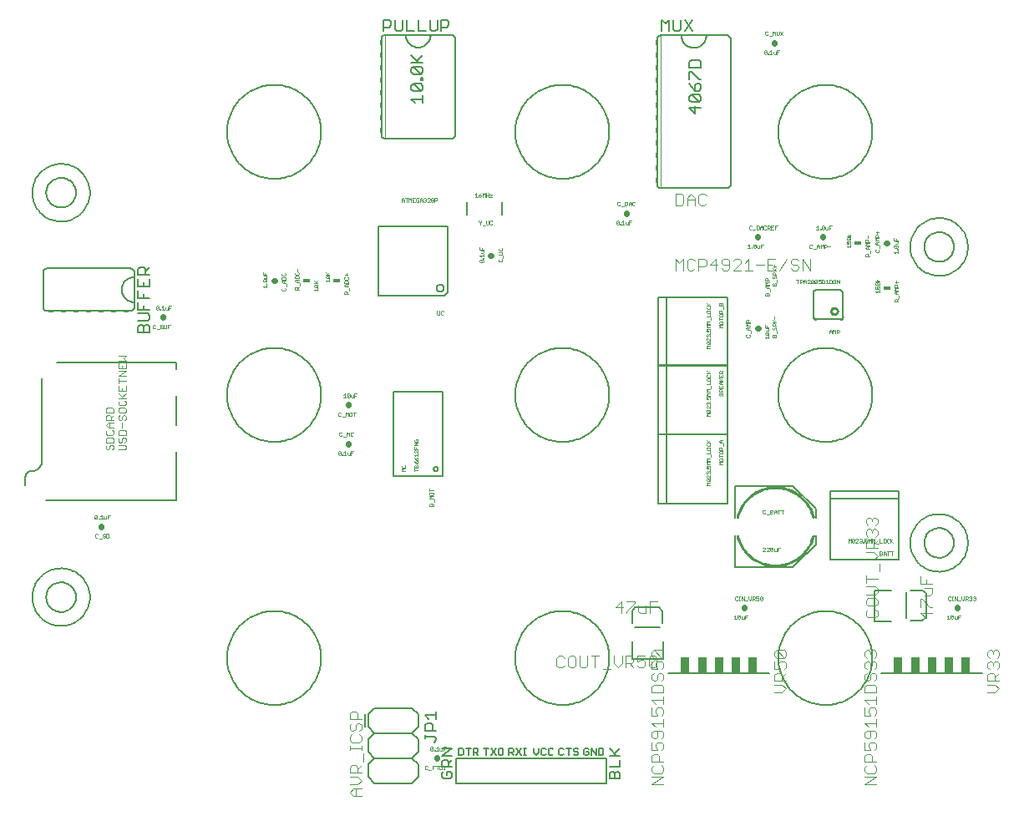
<source format=gto>
G75*
%MOIN*%
%OFA0B0*%
%FSLAX24Y24*%
%IPPOS*%
%LPD*%
%AMOC8*
5,1,8,0,0,1.08239X$1,22.5*
%
%ADD10C,0.0060*%
%ADD11C,0.0010*%
%ADD12C,0.0080*%
%ADD13C,0.0220*%
%ADD14C,0.0050*%
%ADD15C,0.0040*%
%ADD16R,0.0200X0.0050*%
%ADD17C,0.0006*%
%ADD18C,0.0100*%
%ADD19R,0.0300X0.0180*%
%ADD20R,0.0380X0.0660*%
%ADD21C,0.0020*%
%ADD22R,0.0050X0.0200*%
%ADD23C,0.0030*%
%ADD24C,0.0008*%
D10*
X002540Y008241D02*
X002542Y008308D01*
X002548Y008376D01*
X002558Y008443D01*
X002572Y008509D01*
X002589Y008574D01*
X002611Y008638D01*
X002636Y008701D01*
X002665Y008762D01*
X002697Y008821D01*
X002733Y008878D01*
X002772Y008933D01*
X002814Y008986D01*
X002859Y009036D01*
X002907Y009083D01*
X002958Y009128D01*
X003011Y009169D01*
X003067Y009208D01*
X003125Y009243D01*
X003185Y009274D01*
X003246Y009302D01*
X003309Y009326D01*
X003373Y009347D01*
X003439Y009363D01*
X003505Y009376D01*
X003572Y009385D01*
X003639Y009390D01*
X003707Y009391D01*
X003774Y009388D01*
X003841Y009381D01*
X003908Y009370D01*
X003974Y009355D01*
X004039Y009337D01*
X004103Y009314D01*
X004165Y009288D01*
X004226Y009259D01*
X004284Y009225D01*
X004341Y009189D01*
X004396Y009149D01*
X004448Y009106D01*
X004497Y009060D01*
X004544Y009011D01*
X004588Y008960D01*
X004628Y008906D01*
X004666Y008850D01*
X004700Y008791D01*
X004730Y008731D01*
X004757Y008669D01*
X004781Y008606D01*
X004800Y008541D01*
X004816Y008476D01*
X004828Y008409D01*
X004836Y008342D01*
X004840Y008275D01*
X004840Y008207D01*
X004836Y008140D01*
X004828Y008073D01*
X004816Y008006D01*
X004800Y007941D01*
X004781Y007876D01*
X004757Y007813D01*
X004730Y007751D01*
X004700Y007691D01*
X004666Y007632D01*
X004628Y007576D01*
X004588Y007522D01*
X004544Y007471D01*
X004497Y007422D01*
X004448Y007376D01*
X004396Y007333D01*
X004341Y007293D01*
X004284Y007257D01*
X004226Y007223D01*
X004165Y007194D01*
X004103Y007168D01*
X004039Y007145D01*
X003974Y007127D01*
X003908Y007112D01*
X003841Y007101D01*
X003774Y007094D01*
X003707Y007091D01*
X003639Y007092D01*
X003572Y007097D01*
X003505Y007106D01*
X003439Y007119D01*
X003373Y007135D01*
X003309Y007156D01*
X003246Y007180D01*
X003185Y007208D01*
X003125Y007239D01*
X003067Y007274D01*
X003011Y007313D01*
X002958Y007354D01*
X002907Y007399D01*
X002859Y007446D01*
X002814Y007496D01*
X002772Y007549D01*
X002733Y007604D01*
X002697Y007661D01*
X002665Y007720D01*
X002636Y007781D01*
X002611Y007844D01*
X002589Y007908D01*
X002572Y007973D01*
X002558Y008039D01*
X002548Y008106D01*
X002542Y008174D01*
X002540Y008241D01*
X003120Y019667D02*
X006460Y019667D01*
X006483Y019669D01*
X006506Y019674D01*
X006528Y019683D01*
X006548Y019696D01*
X006566Y019711D01*
X006581Y019729D01*
X006594Y019749D01*
X006603Y019771D01*
X006608Y019794D01*
X006610Y019817D01*
X006610Y020012D01*
X006610Y021012D01*
X006610Y021207D01*
X006608Y021230D01*
X006603Y021253D01*
X006594Y021275D01*
X006581Y021295D01*
X006566Y021313D01*
X006548Y021328D01*
X006528Y021341D01*
X006506Y021350D01*
X006483Y021355D01*
X006460Y021357D01*
X003120Y021357D01*
X003097Y021355D01*
X003074Y021350D01*
X003052Y021341D01*
X003032Y021328D01*
X003014Y021313D01*
X002999Y021295D01*
X002986Y021275D01*
X002977Y021253D01*
X002972Y021230D01*
X002970Y021207D01*
X002970Y019817D01*
X002972Y019794D01*
X002977Y019771D01*
X002986Y019749D01*
X002999Y019729D01*
X003014Y019711D01*
X003032Y019696D01*
X003052Y019683D01*
X003074Y019674D01*
X003097Y019669D01*
X003120Y019667D01*
X006610Y020012D02*
X006566Y020014D01*
X006523Y020020D01*
X006481Y020029D01*
X006439Y020042D01*
X006399Y020059D01*
X006360Y020079D01*
X006323Y020102D01*
X006289Y020129D01*
X006256Y020158D01*
X006227Y020191D01*
X006200Y020225D01*
X006177Y020262D01*
X006157Y020301D01*
X006140Y020341D01*
X006127Y020383D01*
X006118Y020425D01*
X006112Y020468D01*
X006110Y020512D01*
X006112Y020556D01*
X006118Y020599D01*
X006127Y020641D01*
X006140Y020683D01*
X006157Y020723D01*
X006177Y020762D01*
X006200Y020799D01*
X006227Y020833D01*
X006256Y020866D01*
X006289Y020895D01*
X006323Y020922D01*
X006360Y020945D01*
X006399Y020965D01*
X006439Y020982D01*
X006481Y020995D01*
X006523Y021004D01*
X006566Y021010D01*
X006610Y021012D01*
X002540Y024383D02*
X002542Y024450D01*
X002548Y024518D01*
X002558Y024585D01*
X002572Y024651D01*
X002589Y024716D01*
X002611Y024780D01*
X002636Y024843D01*
X002665Y024904D01*
X002697Y024963D01*
X002733Y025020D01*
X002772Y025075D01*
X002814Y025128D01*
X002859Y025178D01*
X002907Y025225D01*
X002958Y025270D01*
X003011Y025311D01*
X003067Y025350D01*
X003125Y025385D01*
X003185Y025416D01*
X003246Y025444D01*
X003309Y025468D01*
X003373Y025489D01*
X003439Y025505D01*
X003505Y025518D01*
X003572Y025527D01*
X003639Y025532D01*
X003707Y025533D01*
X003774Y025530D01*
X003841Y025523D01*
X003908Y025512D01*
X003974Y025497D01*
X004039Y025479D01*
X004103Y025456D01*
X004165Y025430D01*
X004226Y025401D01*
X004284Y025367D01*
X004341Y025331D01*
X004396Y025291D01*
X004448Y025248D01*
X004497Y025202D01*
X004544Y025153D01*
X004588Y025102D01*
X004628Y025048D01*
X004666Y024992D01*
X004700Y024933D01*
X004730Y024873D01*
X004757Y024811D01*
X004781Y024748D01*
X004800Y024683D01*
X004816Y024618D01*
X004828Y024551D01*
X004836Y024484D01*
X004840Y024417D01*
X004840Y024349D01*
X004836Y024282D01*
X004828Y024215D01*
X004816Y024148D01*
X004800Y024083D01*
X004781Y024018D01*
X004757Y023955D01*
X004730Y023893D01*
X004700Y023833D01*
X004666Y023774D01*
X004628Y023718D01*
X004588Y023664D01*
X004544Y023613D01*
X004497Y023564D01*
X004448Y023518D01*
X004396Y023475D01*
X004341Y023435D01*
X004284Y023399D01*
X004226Y023365D01*
X004165Y023336D01*
X004103Y023310D01*
X004039Y023287D01*
X003974Y023269D01*
X003908Y023254D01*
X003841Y023243D01*
X003774Y023236D01*
X003707Y023233D01*
X003639Y023234D01*
X003572Y023239D01*
X003505Y023248D01*
X003439Y023261D01*
X003373Y023277D01*
X003309Y023298D01*
X003246Y023322D01*
X003185Y023350D01*
X003125Y023381D01*
X003067Y023416D01*
X003011Y023455D01*
X002958Y023496D01*
X002907Y023541D01*
X002859Y023588D01*
X002814Y023638D01*
X002772Y023691D01*
X002733Y023746D01*
X002697Y023803D01*
X002665Y023862D01*
X002636Y023923D01*
X002611Y023986D01*
X002589Y024050D01*
X002572Y024115D01*
X002558Y024181D01*
X002548Y024248D01*
X002542Y024316D01*
X002540Y024383D01*
X016360Y023042D02*
X016360Y020282D01*
X018980Y020282D01*
X019120Y020422D01*
X019120Y023042D01*
X016360Y023042D01*
X018679Y020582D02*
X018681Y020605D01*
X018687Y020628D01*
X018696Y020649D01*
X018709Y020669D01*
X018725Y020686D01*
X018743Y020700D01*
X018763Y020711D01*
X018785Y020719D01*
X018808Y020723D01*
X018832Y020723D01*
X018855Y020719D01*
X018877Y020711D01*
X018897Y020700D01*
X018915Y020686D01*
X018931Y020669D01*
X018944Y020649D01*
X018953Y020628D01*
X018959Y020605D01*
X018961Y020582D01*
X018959Y020559D01*
X018953Y020536D01*
X018944Y020515D01*
X018931Y020495D01*
X018915Y020478D01*
X018897Y020464D01*
X018877Y020453D01*
X018855Y020445D01*
X018832Y020441D01*
X018808Y020441D01*
X018785Y020445D01*
X018763Y020453D01*
X018743Y020464D01*
X018725Y020478D01*
X018709Y020495D01*
X018696Y020515D01*
X018687Y020536D01*
X018681Y020559D01*
X018679Y020582D01*
X019260Y026542D02*
X016620Y026542D01*
X016597Y026544D01*
X016574Y026549D01*
X016552Y026558D01*
X016532Y026571D01*
X016514Y026586D01*
X016499Y026604D01*
X016486Y026624D01*
X016477Y026646D01*
X016472Y026669D01*
X016470Y026692D01*
X016470Y030532D01*
X016472Y030555D01*
X016477Y030578D01*
X016486Y030600D01*
X016499Y030620D01*
X016514Y030638D01*
X016532Y030653D01*
X016552Y030666D01*
X016574Y030675D01*
X016597Y030680D01*
X016620Y030682D01*
X019260Y030682D01*
X019283Y030680D01*
X019306Y030675D01*
X019328Y030666D01*
X019348Y030653D01*
X019366Y030638D01*
X019381Y030620D01*
X019394Y030600D01*
X019403Y030578D01*
X019408Y030555D01*
X019410Y030532D01*
X019410Y026692D01*
X019408Y026669D01*
X019403Y026646D01*
X019394Y026624D01*
X019381Y026604D01*
X019366Y026586D01*
X019348Y026571D01*
X019328Y026558D01*
X019306Y026549D01*
X019283Y026544D01*
X019260Y026542D01*
X018440Y030682D02*
X018438Y030638D01*
X018432Y030595D01*
X018423Y030553D01*
X018410Y030511D01*
X018393Y030471D01*
X018373Y030432D01*
X018350Y030395D01*
X018323Y030361D01*
X018294Y030328D01*
X018261Y030299D01*
X018227Y030272D01*
X018190Y030249D01*
X018151Y030229D01*
X018111Y030212D01*
X018069Y030199D01*
X018027Y030190D01*
X017984Y030184D01*
X017940Y030182D01*
X017896Y030184D01*
X017853Y030190D01*
X017811Y030199D01*
X017769Y030212D01*
X017729Y030229D01*
X017690Y030249D01*
X017653Y030272D01*
X017619Y030299D01*
X017586Y030328D01*
X017557Y030361D01*
X017530Y030395D01*
X017507Y030432D01*
X017487Y030471D01*
X017470Y030511D01*
X017457Y030553D01*
X017448Y030595D01*
X017442Y030638D01*
X017440Y030682D01*
X027470Y030512D02*
X027470Y024712D01*
X027472Y024689D01*
X027477Y024666D01*
X027486Y024644D01*
X027499Y024624D01*
X027514Y024606D01*
X027532Y024591D01*
X027552Y024578D01*
X027574Y024569D01*
X027597Y024564D01*
X027620Y024562D01*
X030260Y024562D01*
X030283Y024564D01*
X030306Y024569D01*
X030328Y024578D01*
X030348Y024591D01*
X030366Y024606D01*
X030381Y024624D01*
X030394Y024644D01*
X030403Y024666D01*
X030408Y024689D01*
X030410Y024712D01*
X030410Y030512D01*
X030408Y030535D01*
X030403Y030558D01*
X030394Y030580D01*
X030381Y030600D01*
X030366Y030618D01*
X030348Y030633D01*
X030328Y030646D01*
X030306Y030655D01*
X030283Y030660D01*
X030260Y030662D01*
X029440Y030662D01*
X028440Y030662D01*
X027620Y030662D01*
X027597Y030660D01*
X027574Y030655D01*
X027552Y030646D01*
X027532Y030633D01*
X027514Y030618D01*
X027499Y030600D01*
X027486Y030580D01*
X027477Y030558D01*
X027472Y030535D01*
X027470Y030512D01*
X028440Y030662D02*
X028442Y030618D01*
X028448Y030575D01*
X028457Y030533D01*
X028470Y030491D01*
X028487Y030451D01*
X028507Y030412D01*
X028530Y030375D01*
X028557Y030341D01*
X028586Y030308D01*
X028619Y030279D01*
X028653Y030252D01*
X028690Y030229D01*
X028729Y030209D01*
X028769Y030192D01*
X028811Y030179D01*
X028853Y030170D01*
X028896Y030164D01*
X028940Y030162D01*
X028984Y030164D01*
X029027Y030170D01*
X029069Y030179D01*
X029111Y030192D01*
X029151Y030209D01*
X029190Y030229D01*
X029227Y030252D01*
X029261Y030279D01*
X029294Y030308D01*
X029323Y030341D01*
X029350Y030375D01*
X029373Y030412D01*
X029393Y030451D01*
X029410Y030491D01*
X029423Y030533D01*
X029432Y030575D01*
X029438Y030618D01*
X029440Y030662D01*
X037579Y022218D02*
X037581Y022285D01*
X037587Y022353D01*
X037597Y022420D01*
X037611Y022486D01*
X037628Y022551D01*
X037650Y022615D01*
X037675Y022678D01*
X037704Y022739D01*
X037736Y022798D01*
X037772Y022855D01*
X037811Y022910D01*
X037853Y022963D01*
X037898Y023013D01*
X037946Y023060D01*
X037997Y023105D01*
X038050Y023146D01*
X038106Y023185D01*
X038164Y023220D01*
X038224Y023251D01*
X038285Y023279D01*
X038348Y023303D01*
X038412Y023324D01*
X038478Y023340D01*
X038544Y023353D01*
X038611Y023362D01*
X038678Y023367D01*
X038746Y023368D01*
X038813Y023365D01*
X038880Y023358D01*
X038947Y023347D01*
X039013Y023332D01*
X039078Y023314D01*
X039142Y023291D01*
X039204Y023265D01*
X039265Y023236D01*
X039323Y023202D01*
X039380Y023166D01*
X039435Y023126D01*
X039487Y023083D01*
X039536Y023037D01*
X039583Y022988D01*
X039627Y022937D01*
X039667Y022883D01*
X039705Y022827D01*
X039739Y022768D01*
X039769Y022708D01*
X039796Y022646D01*
X039820Y022583D01*
X039839Y022518D01*
X039855Y022453D01*
X039867Y022386D01*
X039875Y022319D01*
X039879Y022252D01*
X039879Y022184D01*
X039875Y022117D01*
X039867Y022050D01*
X039855Y021983D01*
X039839Y021918D01*
X039820Y021853D01*
X039796Y021790D01*
X039769Y021728D01*
X039739Y021668D01*
X039705Y021609D01*
X039667Y021553D01*
X039627Y021499D01*
X039583Y021448D01*
X039536Y021399D01*
X039487Y021353D01*
X039435Y021310D01*
X039380Y021270D01*
X039323Y021234D01*
X039265Y021200D01*
X039204Y021171D01*
X039142Y021145D01*
X039078Y021122D01*
X039013Y021104D01*
X038947Y021089D01*
X038880Y021078D01*
X038813Y021071D01*
X038746Y021068D01*
X038678Y021069D01*
X038611Y021074D01*
X038544Y021083D01*
X038478Y021096D01*
X038412Y021112D01*
X038348Y021133D01*
X038285Y021157D01*
X038224Y021185D01*
X038164Y021216D01*
X038106Y021251D01*
X038050Y021290D01*
X037997Y021331D01*
X037946Y021376D01*
X037898Y021423D01*
X037853Y021473D01*
X037811Y021526D01*
X037772Y021581D01*
X037736Y021638D01*
X037704Y021697D01*
X037675Y021758D01*
X037650Y021821D01*
X037628Y021885D01*
X037611Y021950D01*
X037597Y022016D01*
X037587Y022083D01*
X037581Y022151D01*
X037579Y022218D01*
X034876Y020401D02*
X034876Y019432D01*
X034774Y019330D02*
X033805Y019330D01*
X033707Y019432D02*
X033707Y020401D01*
X033707Y020397D02*
X033708Y020414D01*
X033713Y020431D01*
X033720Y020446D01*
X033730Y020460D01*
X033742Y020472D01*
X033756Y020482D01*
X033771Y020489D01*
X033788Y020494D01*
X033805Y020495D01*
X034778Y020495D01*
X034795Y020494D01*
X034812Y020489D01*
X034827Y020482D01*
X034841Y020472D01*
X034853Y020460D01*
X034863Y020446D01*
X034870Y020431D01*
X034875Y020414D01*
X034876Y020397D01*
X037579Y010406D02*
X037581Y010473D01*
X037587Y010541D01*
X037597Y010608D01*
X037611Y010674D01*
X037628Y010739D01*
X037650Y010803D01*
X037675Y010866D01*
X037704Y010927D01*
X037736Y010986D01*
X037772Y011043D01*
X037811Y011098D01*
X037853Y011151D01*
X037898Y011201D01*
X037946Y011248D01*
X037997Y011293D01*
X038050Y011334D01*
X038106Y011373D01*
X038164Y011408D01*
X038224Y011439D01*
X038285Y011467D01*
X038348Y011491D01*
X038412Y011512D01*
X038478Y011528D01*
X038544Y011541D01*
X038611Y011550D01*
X038678Y011555D01*
X038746Y011556D01*
X038813Y011553D01*
X038880Y011546D01*
X038947Y011535D01*
X039013Y011520D01*
X039078Y011502D01*
X039142Y011479D01*
X039204Y011453D01*
X039265Y011424D01*
X039323Y011390D01*
X039380Y011354D01*
X039435Y011314D01*
X039487Y011271D01*
X039536Y011225D01*
X039583Y011176D01*
X039627Y011125D01*
X039667Y011071D01*
X039705Y011015D01*
X039739Y010956D01*
X039769Y010896D01*
X039796Y010834D01*
X039820Y010771D01*
X039839Y010706D01*
X039855Y010641D01*
X039867Y010574D01*
X039875Y010507D01*
X039879Y010440D01*
X039879Y010372D01*
X039875Y010305D01*
X039867Y010238D01*
X039855Y010171D01*
X039839Y010106D01*
X039820Y010041D01*
X039796Y009978D01*
X039769Y009916D01*
X039739Y009856D01*
X039705Y009797D01*
X039667Y009741D01*
X039627Y009687D01*
X039583Y009636D01*
X039536Y009587D01*
X039487Y009541D01*
X039435Y009498D01*
X039380Y009458D01*
X039323Y009422D01*
X039265Y009388D01*
X039204Y009359D01*
X039142Y009333D01*
X039078Y009310D01*
X039013Y009292D01*
X038947Y009277D01*
X038880Y009266D01*
X038813Y009259D01*
X038746Y009256D01*
X038678Y009257D01*
X038611Y009262D01*
X038544Y009271D01*
X038478Y009284D01*
X038412Y009300D01*
X038348Y009321D01*
X038285Y009345D01*
X038224Y009373D01*
X038164Y009404D01*
X038106Y009439D01*
X038050Y009478D01*
X037997Y009519D01*
X037946Y009564D01*
X037898Y009611D01*
X037853Y009661D01*
X037811Y009714D01*
X037772Y009769D01*
X037736Y009826D01*
X037704Y009885D01*
X037675Y009946D01*
X037650Y010009D01*
X037628Y010073D01*
X037611Y010138D01*
X037597Y010204D01*
X037587Y010271D01*
X037581Y010339D01*
X037579Y010406D01*
D11*
X036897Y010407D02*
X036822Y010482D01*
X036797Y010457D02*
X036897Y010558D01*
X036797Y010558D02*
X036797Y010407D01*
X036750Y010432D02*
X036725Y010407D01*
X036675Y010407D01*
X036650Y010432D01*
X036650Y010533D01*
X036675Y010558D01*
X036725Y010558D01*
X036750Y010533D01*
X036603Y010533D02*
X036578Y010558D01*
X036528Y010558D01*
X036503Y010533D01*
X036503Y010432D01*
X036528Y010407D01*
X036578Y010407D01*
X036603Y010432D01*
X036603Y010533D01*
X036455Y010407D02*
X036355Y010407D01*
X036355Y010558D01*
X036308Y010382D02*
X036208Y010382D01*
X036161Y010407D02*
X036161Y010558D01*
X036111Y010508D01*
X036061Y010558D01*
X036061Y010407D01*
X036013Y010407D02*
X036013Y010558D01*
X035963Y010508D01*
X035913Y010558D01*
X035913Y010407D01*
X035866Y010432D02*
X035841Y010407D01*
X035791Y010407D01*
X035766Y010432D01*
X035717Y010432D02*
X035717Y010407D01*
X035692Y010407D01*
X035692Y010432D01*
X035717Y010432D01*
X035766Y010482D02*
X035816Y010508D01*
X035841Y010508D01*
X035866Y010482D01*
X035866Y010432D01*
X035766Y010482D02*
X035766Y010558D01*
X035866Y010558D01*
X035645Y010533D02*
X035645Y010508D01*
X035620Y010482D01*
X035645Y010457D01*
X035645Y010432D01*
X035620Y010407D01*
X035570Y010407D01*
X035545Y010432D01*
X035498Y010407D02*
X035398Y010407D01*
X035498Y010508D01*
X035498Y010533D01*
X035473Y010558D01*
X035423Y010558D01*
X035398Y010533D01*
X035350Y010533D02*
X035250Y010432D01*
X035275Y010407D01*
X035325Y010407D01*
X035350Y010432D01*
X035350Y010533D01*
X035325Y010558D01*
X035275Y010558D01*
X035250Y010533D01*
X035250Y010432D01*
X035203Y010407D02*
X035203Y010558D01*
X035153Y010508D01*
X035103Y010558D01*
X035103Y010407D01*
X035545Y010533D02*
X035570Y010558D01*
X035620Y010558D01*
X035645Y010533D01*
X035620Y010482D02*
X035595Y010482D01*
X036355Y010058D02*
X036355Y009907D01*
X036430Y009907D01*
X036455Y009932D01*
X036455Y009957D01*
X036430Y009982D01*
X036355Y009982D01*
X036430Y009982D02*
X036455Y010008D01*
X036455Y010033D01*
X036430Y010058D01*
X036355Y010058D01*
X036503Y010008D02*
X036553Y010058D01*
X036603Y010008D01*
X036603Y009907D01*
X036603Y009982D02*
X036503Y009982D01*
X036503Y010008D02*
X036503Y009907D01*
X036700Y009907D02*
X036700Y010058D01*
X036650Y010058D02*
X036750Y010058D01*
X036797Y010058D02*
X036897Y010058D01*
X036847Y010058D02*
X036847Y009907D01*
X039095Y008243D02*
X039095Y008142D01*
X039120Y008117D01*
X039170Y008117D01*
X039195Y008142D01*
X039242Y008117D02*
X039292Y008117D01*
X039267Y008117D02*
X039267Y008268D01*
X039242Y008268D02*
X039292Y008268D01*
X039340Y008268D02*
X039440Y008117D01*
X039440Y008268D01*
X039340Y008268D02*
X039340Y008117D01*
X039487Y008092D02*
X039588Y008092D01*
X039635Y008167D02*
X039685Y008117D01*
X039735Y008167D01*
X039735Y008268D01*
X039782Y008268D02*
X039857Y008268D01*
X039882Y008243D01*
X039882Y008192D01*
X039857Y008167D01*
X039782Y008167D01*
X039782Y008117D02*
X039782Y008268D01*
X039832Y008167D02*
X039882Y008117D01*
X039929Y008142D02*
X039954Y008117D01*
X040005Y008117D01*
X040030Y008142D01*
X040030Y008167D01*
X040005Y008192D01*
X039979Y008192D01*
X040005Y008192D02*
X040030Y008218D01*
X040030Y008243D01*
X040005Y008268D01*
X039954Y008268D01*
X039929Y008243D01*
X040077Y008243D02*
X040102Y008268D01*
X040152Y008268D01*
X040177Y008243D01*
X040177Y008218D01*
X040152Y008192D01*
X040177Y008167D01*
X040177Y008142D01*
X040152Y008117D01*
X040102Y008117D01*
X040077Y008142D01*
X040127Y008192D02*
X040152Y008192D01*
X039635Y008167D02*
X039635Y008268D01*
X039195Y008243D02*
X039170Y008268D01*
X039120Y008268D01*
X039095Y008243D01*
X039095Y007518D02*
X039095Y007367D01*
X039045Y007367D02*
X039145Y007367D01*
X039192Y007392D02*
X039292Y007493D01*
X039292Y007392D01*
X039267Y007367D01*
X039217Y007367D01*
X039192Y007392D01*
X039192Y007493D01*
X039217Y007518D01*
X039267Y007518D01*
X039292Y007493D01*
X039339Y007468D02*
X039339Y007392D01*
X039364Y007367D01*
X039439Y007367D01*
X039439Y007468D01*
X039487Y007442D02*
X039537Y007442D01*
X039487Y007367D02*
X039487Y007518D01*
X039587Y007518D01*
X039095Y007518D02*
X039045Y007468D01*
X032384Y010218D02*
X032284Y010218D01*
X032284Y010067D01*
X032237Y010067D02*
X032237Y010168D01*
X032284Y010142D02*
X032334Y010142D01*
X032237Y010067D02*
X032162Y010067D01*
X032137Y010092D01*
X032137Y010168D01*
X032089Y010193D02*
X031989Y010092D01*
X032014Y010067D01*
X032064Y010067D01*
X032089Y010092D01*
X032089Y010193D01*
X032064Y010218D01*
X032014Y010218D01*
X031989Y010193D01*
X031989Y010092D01*
X031942Y010067D02*
X031842Y010067D01*
X031942Y010168D01*
X031942Y010193D01*
X031917Y010218D01*
X031867Y010218D01*
X031842Y010193D01*
X031795Y010193D02*
X031770Y010218D01*
X031720Y010218D01*
X031695Y010193D01*
X031795Y010193D02*
X031795Y010168D01*
X031695Y010067D01*
X031795Y010067D01*
X031842Y011542D02*
X031942Y011542D01*
X031989Y011567D02*
X032064Y011567D01*
X032089Y011592D01*
X032089Y011617D01*
X032064Y011642D01*
X031989Y011642D01*
X031989Y011567D02*
X031989Y011718D01*
X032064Y011718D01*
X032089Y011693D01*
X032089Y011668D01*
X032064Y011642D01*
X032137Y011642D02*
X032237Y011642D01*
X032237Y011668D02*
X032237Y011567D01*
X032334Y011567D02*
X032334Y011718D01*
X032284Y011718D02*
X032384Y011718D01*
X032431Y011718D02*
X032531Y011718D01*
X032481Y011718D02*
X032481Y011567D01*
X032237Y011668D02*
X032187Y011718D01*
X032137Y011668D01*
X032137Y011567D01*
X031795Y011592D02*
X031770Y011567D01*
X031720Y011567D01*
X031695Y011592D01*
X031695Y011693D01*
X031720Y011718D01*
X031770Y011718D01*
X031795Y011693D01*
X029595Y012720D02*
X029444Y012720D01*
X029495Y012770D01*
X029444Y012820D01*
X029595Y012820D01*
X029570Y012867D02*
X029470Y012967D01*
X029570Y012967D01*
X029595Y012942D01*
X029595Y012892D01*
X029570Y012867D01*
X029470Y012867D01*
X029444Y012892D01*
X029444Y012942D01*
X029470Y012967D01*
X029470Y013015D02*
X029444Y013040D01*
X029444Y013090D01*
X029470Y013115D01*
X029495Y013115D01*
X029595Y013015D01*
X029595Y013115D01*
X029570Y013162D02*
X029595Y013187D01*
X029595Y013237D01*
X029570Y013262D01*
X029545Y013262D01*
X029520Y013237D01*
X029520Y013212D01*
X029520Y013237D02*
X029495Y013262D01*
X029470Y013262D01*
X029444Y013237D01*
X029444Y013187D01*
X029470Y013162D01*
X029570Y013309D02*
X029570Y013334D01*
X029595Y013334D01*
X029595Y013309D01*
X029570Y013309D01*
X029570Y013383D02*
X029595Y013408D01*
X029595Y013458D01*
X029570Y013483D01*
X029520Y013483D01*
X029495Y013458D01*
X029495Y013433D01*
X029520Y013383D01*
X029444Y013383D01*
X029444Y013483D01*
X029444Y013530D02*
X029495Y013580D01*
X029444Y013630D01*
X029595Y013630D01*
X029595Y013678D02*
X029444Y013678D01*
X029495Y013728D01*
X029444Y013778D01*
X029595Y013778D01*
X029620Y013825D02*
X029620Y013925D01*
X029595Y013972D02*
X029595Y014072D01*
X029570Y014120D02*
X029595Y014145D01*
X029595Y014195D01*
X029570Y014220D01*
X029470Y014220D01*
X029444Y014195D01*
X029444Y014145D01*
X029470Y014120D01*
X029570Y014120D01*
X029570Y014267D02*
X029595Y014292D01*
X029595Y014342D01*
X029570Y014367D01*
X029595Y014414D02*
X029444Y014414D01*
X029470Y014367D02*
X029444Y014342D01*
X029444Y014292D01*
X029470Y014267D01*
X029570Y014267D01*
X029545Y014414D02*
X029444Y014514D01*
X029520Y014439D02*
X029595Y014514D01*
X029944Y014464D02*
X029995Y014514D01*
X030095Y014514D01*
X030020Y014514D02*
X030020Y014414D01*
X029995Y014414D02*
X029944Y014464D01*
X029995Y014414D02*
X030095Y014414D01*
X030120Y014367D02*
X030120Y014267D01*
X030095Y014220D02*
X030045Y014170D01*
X030045Y014195D02*
X030045Y014120D01*
X030095Y014120D02*
X029944Y014120D01*
X029944Y014195D01*
X029970Y014220D01*
X030020Y014220D01*
X030045Y014195D01*
X030070Y014072D02*
X029970Y014072D01*
X029944Y014047D01*
X029944Y013997D01*
X029970Y013972D01*
X030070Y013972D01*
X030095Y013997D01*
X030095Y014047D01*
X030070Y014072D01*
X029944Y013925D02*
X029944Y013825D01*
X029944Y013875D02*
X030095Y013875D01*
X030070Y013778D02*
X029970Y013778D01*
X029944Y013753D01*
X029944Y013703D01*
X029970Y013678D01*
X030070Y013678D01*
X030095Y013703D01*
X030095Y013753D01*
X030070Y013778D01*
X030095Y013630D02*
X029944Y013630D01*
X029995Y013580D01*
X029944Y013530D01*
X030095Y013530D01*
X029595Y013530D02*
X029444Y013530D01*
X029444Y013972D02*
X029595Y013972D01*
X029595Y015476D02*
X029444Y015476D01*
X029495Y015526D01*
X029444Y015576D01*
X029595Y015576D01*
X029570Y015623D02*
X029470Y015723D01*
X029570Y015723D01*
X029595Y015698D01*
X029595Y015648D01*
X029570Y015623D01*
X029470Y015623D01*
X029444Y015648D01*
X029444Y015698D01*
X029470Y015723D01*
X029470Y015770D02*
X029444Y015796D01*
X029444Y015846D01*
X029470Y015871D01*
X029495Y015871D01*
X029595Y015770D01*
X029595Y015871D01*
X029570Y015918D02*
X029595Y015943D01*
X029595Y015993D01*
X029570Y016018D01*
X029545Y016018D01*
X029520Y015993D01*
X029520Y015968D01*
X029520Y015993D02*
X029495Y016018D01*
X029470Y016018D01*
X029444Y015993D01*
X029444Y015943D01*
X029470Y015918D01*
X029570Y016065D02*
X029570Y016090D01*
X029595Y016090D01*
X029595Y016065D01*
X029570Y016065D01*
X029570Y016139D02*
X029595Y016164D01*
X029595Y016214D01*
X029570Y016239D01*
X029520Y016239D01*
X029495Y016214D01*
X029495Y016189D01*
X029520Y016139D01*
X029444Y016139D01*
X029444Y016239D01*
X029444Y016286D02*
X029495Y016336D01*
X029444Y016386D01*
X029595Y016386D01*
X029595Y016433D02*
X029444Y016433D01*
X029495Y016483D01*
X029444Y016534D01*
X029595Y016534D01*
X029620Y016581D02*
X029620Y016681D01*
X029595Y016728D02*
X029595Y016828D01*
X029570Y016875D02*
X029595Y016900D01*
X029595Y016950D01*
X029570Y016976D01*
X029470Y016976D01*
X029444Y016950D01*
X029444Y016900D01*
X029470Y016875D01*
X029570Y016875D01*
X029570Y017023D02*
X029595Y017048D01*
X029595Y017098D01*
X029570Y017123D01*
X029595Y017170D02*
X029444Y017170D01*
X029470Y017123D02*
X029444Y017098D01*
X029444Y017048D01*
X029470Y017023D01*
X029570Y017023D01*
X029545Y017170D02*
X029444Y017270D01*
X029520Y017195D02*
X029595Y017270D01*
X029944Y017245D02*
X029944Y017170D01*
X030095Y017170D01*
X030095Y017123D02*
X030095Y017023D01*
X029944Y017023D01*
X029944Y017123D01*
X030020Y017073D02*
X030020Y017023D01*
X030095Y016976D02*
X030020Y016900D01*
X030045Y016875D02*
X029944Y016976D01*
X029944Y016875D02*
X030095Y016875D01*
X030095Y016828D02*
X029995Y016828D01*
X029944Y016778D01*
X029995Y016728D01*
X030095Y016728D01*
X030095Y016681D02*
X030095Y016581D01*
X029944Y016581D01*
X029944Y016681D01*
X030020Y016728D02*
X030020Y016828D01*
X030020Y016631D02*
X030020Y016581D01*
X030020Y016534D02*
X030045Y016509D01*
X030045Y016433D01*
X030045Y016386D02*
X030070Y016386D01*
X030095Y016361D01*
X030095Y016311D01*
X030070Y016286D01*
X030020Y016311D02*
X030020Y016361D01*
X030045Y016386D01*
X030095Y016433D02*
X029944Y016433D01*
X029944Y016509D01*
X029970Y016534D01*
X030020Y016534D01*
X029970Y016386D02*
X029944Y016361D01*
X029944Y016311D01*
X029970Y016286D01*
X029995Y016286D01*
X030020Y016311D01*
X029595Y016286D02*
X029444Y016286D01*
X029444Y016728D02*
X029595Y016728D01*
X030045Y017170D02*
X030045Y017245D01*
X030020Y017270D01*
X029970Y017270D01*
X029944Y017245D01*
X030045Y017220D02*
X030095Y017270D01*
X029595Y018188D02*
X029444Y018188D01*
X029495Y018238D01*
X029444Y018289D01*
X029595Y018289D01*
X029570Y018336D02*
X029470Y018436D01*
X029570Y018436D01*
X029595Y018411D01*
X029595Y018361D01*
X029570Y018336D01*
X029470Y018336D01*
X029444Y018361D01*
X029444Y018411D01*
X029470Y018436D01*
X029470Y018483D02*
X029444Y018508D01*
X029444Y018558D01*
X029470Y018583D01*
X029495Y018583D01*
X029595Y018483D01*
X029595Y018583D01*
X029570Y018630D02*
X029595Y018655D01*
X029595Y018705D01*
X029570Y018731D01*
X029545Y018731D01*
X029520Y018705D01*
X029520Y018680D01*
X029520Y018705D02*
X029495Y018731D01*
X029470Y018731D01*
X029444Y018705D01*
X029444Y018655D01*
X029470Y018630D01*
X029570Y018778D02*
X029570Y018803D01*
X029595Y018803D01*
X029595Y018778D01*
X029570Y018778D01*
X029570Y018851D02*
X029595Y018876D01*
X029595Y018926D01*
X029570Y018951D01*
X029520Y018951D01*
X029495Y018926D01*
X029495Y018901D01*
X029520Y018851D01*
X029444Y018851D01*
X029444Y018951D01*
X029444Y018999D02*
X029495Y019049D01*
X029444Y019099D01*
X029595Y019099D01*
X029595Y019146D02*
X029444Y019146D01*
X029495Y019196D01*
X029444Y019246D01*
X029595Y019246D01*
X029620Y019293D02*
X029620Y019393D01*
X029595Y019441D02*
X029595Y019541D01*
X029570Y019588D02*
X029595Y019613D01*
X029595Y019663D01*
X029570Y019688D01*
X029470Y019688D01*
X029444Y019663D01*
X029444Y019613D01*
X029470Y019588D01*
X029570Y019588D01*
X029570Y019735D02*
X029595Y019760D01*
X029595Y019810D01*
X029570Y019835D01*
X029595Y019883D02*
X029444Y019883D01*
X029470Y019835D02*
X029444Y019810D01*
X029444Y019760D01*
X029470Y019735D01*
X029570Y019735D01*
X029545Y019883D02*
X029444Y019983D01*
X029520Y019908D02*
X029595Y019983D01*
X029944Y019958D02*
X029970Y019983D01*
X029995Y019983D01*
X030020Y019958D01*
X030020Y019883D01*
X030095Y019883D02*
X030095Y019958D01*
X030070Y019983D01*
X030045Y019983D01*
X030020Y019958D01*
X029944Y019958D02*
X029944Y019883D01*
X030095Y019883D01*
X030120Y019835D02*
X030120Y019735D01*
X030095Y019688D02*
X030045Y019638D01*
X030045Y019663D02*
X030045Y019588D01*
X030095Y019588D02*
X029944Y019588D01*
X029944Y019663D01*
X029970Y019688D01*
X030020Y019688D01*
X030045Y019663D01*
X030070Y019541D02*
X029970Y019541D01*
X029944Y019516D01*
X029944Y019466D01*
X029970Y019441D01*
X030070Y019441D01*
X030095Y019466D01*
X030095Y019516D01*
X030070Y019541D01*
X029944Y019393D02*
X029944Y019293D01*
X029944Y019343D02*
X030095Y019343D01*
X030070Y019246D02*
X029970Y019246D01*
X029944Y019221D01*
X029944Y019171D01*
X029970Y019146D01*
X030070Y019146D01*
X030095Y019171D01*
X030095Y019221D01*
X030070Y019246D01*
X030095Y019099D02*
X029944Y019099D01*
X029995Y019049D01*
X029944Y018999D01*
X030095Y018999D01*
X029595Y018999D02*
X029444Y018999D01*
X029444Y019441D02*
X029595Y019441D01*
X031034Y019282D02*
X031060Y019307D01*
X031110Y019307D01*
X031135Y019282D01*
X031135Y019207D01*
X031185Y019207D02*
X031034Y019207D01*
X031034Y019282D01*
X031034Y019159D02*
X031185Y019159D01*
X031185Y019059D02*
X031034Y019059D01*
X031085Y019109D01*
X031034Y019159D01*
X031085Y019012D02*
X031034Y018962D01*
X031085Y018912D01*
X031185Y018912D01*
X031210Y018865D02*
X031210Y018765D01*
X031160Y018718D02*
X031185Y018692D01*
X031185Y018642D01*
X031160Y018617D01*
X031060Y018617D01*
X031034Y018642D01*
X031034Y018692D01*
X031060Y018718D01*
X031110Y018912D02*
X031110Y019012D01*
X031085Y019012D02*
X031185Y019012D01*
X031784Y019009D02*
X031784Y019109D01*
X031860Y019059D02*
X031860Y019009D01*
X031835Y018962D02*
X031935Y018962D01*
X031935Y018887D01*
X031910Y018862D01*
X031835Y018862D01*
X031810Y018815D02*
X031910Y018715D01*
X031935Y018740D01*
X031935Y018790D01*
X031910Y018815D01*
X031810Y018815D01*
X031784Y018790D01*
X031784Y018740D01*
X031810Y018715D01*
X031910Y018715D01*
X031935Y018668D02*
X031935Y018567D01*
X031935Y018617D02*
X031784Y018617D01*
X031835Y018567D01*
X032084Y018617D02*
X032084Y018692D01*
X032110Y018718D01*
X032135Y018718D01*
X032160Y018692D01*
X032160Y018617D01*
X032235Y018617D02*
X032235Y018692D01*
X032210Y018718D01*
X032185Y018718D01*
X032160Y018692D01*
X032235Y018617D02*
X032084Y018617D01*
X032260Y018765D02*
X032260Y018865D01*
X032210Y018912D02*
X032235Y018937D01*
X032235Y018987D01*
X032210Y019012D01*
X032185Y019012D01*
X032160Y018987D01*
X032160Y018937D01*
X032135Y018912D01*
X032110Y018912D01*
X032084Y018937D01*
X032084Y018987D01*
X032110Y019012D01*
X032084Y019059D02*
X032084Y019134D01*
X032110Y019159D01*
X032160Y019159D01*
X032185Y019134D01*
X032185Y019059D01*
X032235Y019059D02*
X032084Y019059D01*
X032084Y019207D02*
X032235Y019207D01*
X032185Y019207D02*
X032084Y019307D01*
X032160Y019354D02*
X032160Y019454D01*
X032235Y019307D02*
X032160Y019232D01*
X031935Y019009D02*
X031784Y019009D01*
X031794Y020281D02*
X031794Y020356D01*
X031820Y020381D01*
X031845Y020381D01*
X031870Y020356D01*
X031870Y020281D01*
X031945Y020281D02*
X031794Y020281D01*
X031870Y020356D02*
X031895Y020381D01*
X031920Y020381D01*
X031945Y020356D01*
X031945Y020281D01*
X031970Y020428D02*
X031970Y020528D01*
X031945Y020575D02*
X031845Y020575D01*
X031794Y020625D01*
X031845Y020676D01*
X031945Y020676D01*
X031945Y020723D02*
X031794Y020723D01*
X031845Y020773D01*
X031794Y020823D01*
X031945Y020823D01*
X031945Y020870D02*
X031794Y020870D01*
X031794Y020945D01*
X031820Y020970D01*
X031870Y020970D01*
X031895Y020945D01*
X031895Y020870D01*
X031870Y020676D02*
X031870Y020575D01*
X032084Y020667D02*
X032084Y020742D01*
X032110Y020768D01*
X032135Y020768D01*
X032160Y020742D01*
X032160Y020667D01*
X032235Y020667D02*
X032235Y020742D01*
X032210Y020768D01*
X032185Y020768D01*
X032160Y020742D01*
X032235Y020667D02*
X032084Y020667D01*
X032260Y020815D02*
X032260Y020915D01*
X032210Y020962D02*
X032235Y020987D01*
X032235Y021037D01*
X032210Y021062D01*
X032185Y021062D01*
X032160Y021037D01*
X032160Y020987D01*
X032135Y020962D01*
X032110Y020962D01*
X032084Y020987D01*
X032084Y021037D01*
X032110Y021062D01*
X032084Y021109D02*
X032084Y021184D01*
X032110Y021209D01*
X032160Y021209D01*
X032185Y021184D01*
X032185Y021109D01*
X032235Y021109D02*
X032084Y021109D01*
X032084Y021257D02*
X032235Y021257D01*
X032185Y021257D02*
X032084Y021357D01*
X032160Y021404D02*
X032160Y021504D01*
X032110Y021454D02*
X032210Y021454D01*
X032235Y021357D02*
X032160Y021282D01*
X033027Y020908D02*
X033127Y020908D01*
X033174Y020908D02*
X033249Y020908D01*
X033274Y020883D01*
X033274Y020832D01*
X033249Y020807D01*
X033174Y020807D01*
X033174Y020757D02*
X033174Y020908D01*
X033077Y020908D02*
X033077Y020757D01*
X033321Y020757D02*
X033321Y020858D01*
X033371Y020908D01*
X033421Y020858D01*
X033421Y020757D01*
X033469Y020757D02*
X033569Y020858D01*
X033569Y020883D01*
X033544Y020908D01*
X033494Y020908D01*
X033469Y020883D01*
X033421Y020832D02*
X033321Y020832D01*
X033469Y020757D02*
X033569Y020757D01*
X033616Y020782D02*
X033716Y020883D01*
X033716Y020782D01*
X033691Y020757D01*
X033641Y020757D01*
X033616Y020782D01*
X033616Y020883D01*
X033641Y020908D01*
X033691Y020908D01*
X033716Y020883D01*
X033763Y020883D02*
X033788Y020908D01*
X033838Y020908D01*
X033863Y020883D01*
X033763Y020782D01*
X033788Y020757D01*
X033838Y020757D01*
X033863Y020782D01*
X033863Y020883D01*
X033911Y020908D02*
X033911Y020832D01*
X033961Y020858D01*
X033986Y020858D01*
X034011Y020832D01*
X034011Y020782D01*
X033986Y020757D01*
X033936Y020757D01*
X033911Y020782D01*
X033911Y020908D02*
X034011Y020908D01*
X034058Y020908D02*
X034133Y020908D01*
X034158Y020883D01*
X034158Y020782D01*
X034133Y020757D01*
X034058Y020757D01*
X034058Y020908D01*
X034205Y020858D02*
X034255Y020908D01*
X034255Y020757D01*
X034205Y020757D02*
X034305Y020757D01*
X034353Y020757D02*
X034428Y020757D01*
X034453Y020782D01*
X034453Y020883D01*
X034428Y020908D01*
X034353Y020908D01*
X034353Y020757D01*
X034500Y020782D02*
X034525Y020757D01*
X034575Y020757D01*
X034600Y020782D01*
X034600Y020832D01*
X034550Y020832D01*
X034500Y020782D02*
X034500Y020883D01*
X034525Y020908D01*
X034575Y020908D01*
X034600Y020883D01*
X034647Y020908D02*
X034747Y020757D01*
X034747Y020908D01*
X034647Y020908D02*
X034647Y020757D01*
X033763Y020782D02*
X033763Y020883D01*
X033808Y022132D02*
X033708Y022132D01*
X033661Y022182D02*
X033636Y022157D01*
X033586Y022157D01*
X033561Y022182D01*
X033561Y022283D01*
X033586Y022308D01*
X033636Y022308D01*
X033661Y022283D01*
X033855Y022258D02*
X033905Y022308D01*
X033955Y022258D01*
X033955Y022157D01*
X034003Y022157D02*
X034003Y022308D01*
X034053Y022258D01*
X034103Y022308D01*
X034103Y022157D01*
X034150Y022157D02*
X034150Y022308D01*
X034225Y022308D01*
X034250Y022283D01*
X034250Y022232D01*
X034225Y022207D01*
X034150Y022207D01*
X034297Y022232D02*
X034397Y022232D01*
X033955Y022232D02*
X033855Y022232D01*
X033855Y022258D02*
X033855Y022157D01*
X033832Y022907D02*
X033932Y022907D01*
X033979Y022907D02*
X034004Y022907D01*
X034004Y022932D01*
X033979Y022932D01*
X033979Y022907D01*
X034053Y022932D02*
X034153Y023033D01*
X034153Y022932D01*
X034128Y022907D01*
X034078Y022907D01*
X034053Y022932D01*
X034053Y023033D01*
X034078Y023058D01*
X034128Y023058D01*
X034153Y023033D01*
X034200Y023008D02*
X034200Y022932D01*
X034225Y022907D01*
X034300Y022907D01*
X034300Y023008D01*
X034347Y022982D02*
X034397Y022982D01*
X034347Y022907D02*
X034347Y023058D01*
X034447Y023058D01*
X035095Y022720D02*
X035145Y022645D01*
X035195Y022720D01*
X035195Y022645D02*
X035044Y022645D01*
X035070Y022597D02*
X035170Y022497D01*
X035195Y022522D01*
X035195Y022572D01*
X035170Y022597D01*
X035070Y022597D01*
X035044Y022572D01*
X035044Y022522D01*
X035070Y022497D01*
X035170Y022497D01*
X035170Y022450D02*
X035195Y022425D01*
X035195Y022375D01*
X035170Y022350D01*
X035120Y022350D02*
X035095Y022400D01*
X035095Y022425D01*
X035120Y022450D01*
X035170Y022450D01*
X035120Y022350D02*
X035044Y022350D01*
X035044Y022450D01*
X035044Y022253D02*
X035195Y022253D01*
X035195Y022203D02*
X035195Y022303D01*
X035095Y022203D02*
X035044Y022253D01*
X035794Y022275D02*
X035845Y022325D01*
X035794Y022376D01*
X035945Y022376D01*
X035945Y022423D02*
X035794Y022423D01*
X035794Y022498D01*
X035820Y022523D01*
X035870Y022523D01*
X035895Y022498D01*
X035895Y022423D01*
X035870Y022570D02*
X035870Y022670D01*
X036184Y022682D02*
X036210Y022707D01*
X036260Y022707D01*
X036285Y022682D01*
X036285Y022607D01*
X036335Y022607D02*
X036184Y022607D01*
X036184Y022682D01*
X036260Y022754D02*
X036260Y022854D01*
X036210Y022804D02*
X036310Y022804D01*
X036335Y022559D02*
X036184Y022559D01*
X036235Y022509D01*
X036184Y022459D01*
X036335Y022459D01*
X036335Y022412D02*
X036235Y022412D01*
X036184Y022362D01*
X036235Y022312D01*
X036335Y022312D01*
X036360Y022265D02*
X036360Y022165D01*
X036310Y022118D02*
X036335Y022092D01*
X036335Y022042D01*
X036310Y022017D01*
X036210Y022017D01*
X036184Y022042D01*
X036184Y022092D01*
X036210Y022118D01*
X036260Y022312D02*
X036260Y022412D01*
X035945Y022275D02*
X035794Y022275D01*
X035845Y022228D02*
X035945Y022228D01*
X035870Y022228D02*
X035870Y022128D01*
X035845Y022128D02*
X035794Y022178D01*
X035845Y022228D01*
X035845Y022128D02*
X035945Y022128D01*
X035970Y022081D02*
X035970Y021981D01*
X035945Y021934D02*
X035895Y021884D01*
X035895Y021909D02*
X035895Y021833D01*
X035945Y021833D02*
X035794Y021833D01*
X035794Y021909D01*
X035820Y021934D01*
X035870Y021934D01*
X035895Y021909D01*
X036934Y022017D02*
X037085Y022017D01*
X037085Y021967D02*
X037085Y022068D01*
X037085Y022115D02*
X037085Y022140D01*
X037060Y022140D01*
X037060Y022115D01*
X037085Y022115D01*
X037060Y022188D02*
X036960Y022288D01*
X037060Y022288D01*
X037085Y022263D01*
X037085Y022213D01*
X037060Y022188D01*
X036960Y022188D01*
X036934Y022213D01*
X036934Y022263D01*
X036960Y022288D01*
X036985Y022336D02*
X037060Y022336D01*
X037085Y022361D01*
X037085Y022436D01*
X036985Y022436D01*
X037010Y022483D02*
X037010Y022533D01*
X037085Y022483D02*
X036934Y022483D01*
X036934Y022583D01*
X036934Y022017D02*
X036985Y021967D01*
X037020Y020870D02*
X037020Y020770D01*
X037020Y020723D02*
X037045Y020698D01*
X037045Y020623D01*
X037095Y020623D02*
X036944Y020623D01*
X036944Y020698D01*
X036970Y020723D01*
X037020Y020723D01*
X036970Y020820D02*
X037070Y020820D01*
X037095Y020576D02*
X036944Y020576D01*
X036995Y020525D01*
X036944Y020475D01*
X037095Y020475D01*
X037095Y020428D02*
X036995Y020428D01*
X036944Y020378D01*
X036995Y020328D01*
X037095Y020328D01*
X037120Y020281D02*
X037120Y020181D01*
X037095Y020134D02*
X037045Y020084D01*
X037045Y020109D02*
X037045Y020033D01*
X037095Y020033D02*
X036944Y020033D01*
X036944Y020109D01*
X036970Y020134D01*
X037020Y020134D01*
X037045Y020109D01*
X037020Y020328D02*
X037020Y020428D01*
X036345Y020453D02*
X036194Y020453D01*
X036245Y020403D01*
X036345Y020403D02*
X036345Y020503D01*
X036320Y020550D02*
X036345Y020575D01*
X036345Y020625D01*
X036320Y020650D01*
X036270Y020650D01*
X036245Y020625D01*
X036245Y020600D01*
X036270Y020550D01*
X036194Y020550D01*
X036194Y020650D01*
X036220Y020697D02*
X036194Y020722D01*
X036194Y020772D01*
X036220Y020797D01*
X036320Y020697D01*
X036345Y020722D01*
X036345Y020772D01*
X036320Y020797D01*
X036220Y020797D01*
X036194Y020845D02*
X036345Y020845D01*
X036295Y020845D02*
X036245Y020920D01*
X036295Y020845D02*
X036345Y020920D01*
X036320Y020697D02*
X036220Y020697D01*
X034722Y018908D02*
X034747Y018883D01*
X034747Y018832D01*
X034722Y018807D01*
X034647Y018807D01*
X034647Y018757D02*
X034647Y018908D01*
X034722Y018908D01*
X034600Y018908D02*
X034600Y018757D01*
X034500Y018757D02*
X034500Y018908D01*
X034550Y018858D01*
X034600Y018908D01*
X034453Y018858D02*
X034453Y018757D01*
X034453Y018832D02*
X034353Y018832D01*
X034353Y018858D02*
X034403Y018908D01*
X034453Y018858D01*
X034353Y018858D02*
X034353Y018757D01*
X031610Y022167D02*
X031610Y022318D01*
X031710Y022318D01*
X031660Y022242D02*
X031610Y022242D01*
X031563Y022268D02*
X031563Y022167D01*
X031488Y022167D01*
X031463Y022192D01*
X031463Y022268D01*
X031416Y022293D02*
X031316Y022192D01*
X031341Y022167D01*
X031391Y022167D01*
X031416Y022192D01*
X031416Y022293D01*
X031391Y022318D01*
X031341Y022318D01*
X031316Y022293D01*
X031316Y022192D01*
X031267Y022192D02*
X031267Y022167D01*
X031242Y022167D01*
X031242Y022192D01*
X031267Y022192D01*
X031195Y022167D02*
X031095Y022167D01*
X031145Y022167D02*
X031145Y022318D01*
X031095Y022268D01*
X031170Y022917D02*
X031220Y022917D01*
X031245Y022942D01*
X031292Y022892D02*
X031392Y022892D01*
X031439Y022917D02*
X031514Y022917D01*
X031539Y022942D01*
X031539Y023043D01*
X031514Y023068D01*
X031439Y023068D01*
X031439Y022917D01*
X031587Y022917D02*
X031587Y023018D01*
X031637Y023068D01*
X031687Y023018D01*
X031687Y022917D01*
X031734Y022942D02*
X031759Y022917D01*
X031809Y022917D01*
X031834Y022942D01*
X031881Y022917D02*
X031881Y023068D01*
X031956Y023068D01*
X031981Y023043D01*
X031981Y022992D01*
X031956Y022967D01*
X031881Y022967D01*
X031931Y022967D02*
X031981Y022917D01*
X032029Y022917D02*
X032129Y022917D01*
X032176Y022917D02*
X032176Y023068D01*
X032276Y023068D01*
X032226Y022992D02*
X032176Y022992D01*
X032129Y023068D02*
X032029Y023068D01*
X032029Y022917D01*
X032029Y022992D02*
X032079Y022992D01*
X031834Y023043D02*
X031809Y023068D01*
X031759Y023068D01*
X031734Y023043D01*
X031734Y022942D01*
X031687Y022992D02*
X031587Y022992D01*
X031245Y023043D02*
X031220Y023068D01*
X031170Y023068D01*
X031145Y023043D01*
X031145Y022942D01*
X031170Y022917D01*
X033832Y023008D02*
X033882Y023058D01*
X033882Y022907D01*
X026584Y023892D02*
X026559Y023867D01*
X026509Y023867D01*
X026484Y023892D01*
X026484Y023993D01*
X026509Y024018D01*
X026559Y024018D01*
X026584Y023993D01*
X026437Y023968D02*
X026437Y023867D01*
X026437Y023942D02*
X026337Y023942D01*
X026337Y023968D02*
X026387Y024018D01*
X026437Y023968D01*
X026337Y023968D02*
X026337Y023867D01*
X026289Y023892D02*
X026289Y023993D01*
X026264Y024018D01*
X026189Y024018D01*
X026189Y023867D01*
X026264Y023867D01*
X026289Y023892D01*
X026142Y023842D02*
X026042Y023842D01*
X025995Y023892D02*
X025970Y023867D01*
X025920Y023867D01*
X025895Y023892D01*
X025895Y023993D01*
X025920Y024018D01*
X025970Y024018D01*
X025995Y023993D01*
X025920Y023268D02*
X025945Y023243D01*
X025845Y023142D01*
X025870Y023117D01*
X025920Y023117D01*
X025945Y023142D01*
X025945Y023243D01*
X025920Y023268D02*
X025870Y023268D01*
X025845Y023243D01*
X025845Y023142D01*
X025992Y023142D02*
X026017Y023142D01*
X026017Y023117D01*
X025992Y023117D01*
X025992Y023142D01*
X026066Y023117D02*
X026166Y023117D01*
X026116Y023117D02*
X026116Y023268D01*
X026066Y023218D01*
X026213Y023218D02*
X026213Y023142D01*
X026238Y023117D01*
X026313Y023117D01*
X026313Y023218D01*
X026360Y023192D02*
X026410Y023192D01*
X026360Y023117D02*
X026360Y023268D01*
X026460Y023268D01*
X021295Y022145D02*
X021270Y022170D01*
X021295Y022145D02*
X021295Y022095D01*
X021270Y022070D01*
X021170Y022070D01*
X021144Y022095D01*
X021144Y022145D01*
X021170Y022170D01*
X021144Y022023D02*
X021270Y022023D01*
X021295Y021998D01*
X021295Y021948D01*
X021270Y021923D01*
X021144Y021923D01*
X021320Y021876D02*
X021320Y021775D01*
X021270Y021728D02*
X021295Y021703D01*
X021295Y021653D01*
X021270Y021628D01*
X021170Y021628D01*
X021144Y021653D01*
X021144Y021703D01*
X021170Y021728D01*
X020545Y021752D02*
X020545Y021777D01*
X020520Y021777D01*
X020520Y021752D01*
X020545Y021752D01*
X020520Y021705D02*
X020545Y021680D01*
X020545Y021629D01*
X020520Y021604D01*
X020420Y021705D01*
X020520Y021705D01*
X020420Y021705D02*
X020394Y021680D01*
X020394Y021629D01*
X020420Y021604D01*
X020520Y021604D01*
X020545Y021825D02*
X020545Y021926D01*
X020545Y021875D02*
X020394Y021875D01*
X020445Y021825D01*
X020445Y021973D02*
X020520Y021973D01*
X020545Y021998D01*
X020545Y022073D01*
X020445Y022073D01*
X020470Y022120D02*
X020470Y022170D01*
X020545Y022120D02*
X020394Y022120D01*
X020394Y022220D01*
X020503Y023082D02*
X020603Y023082D01*
X020650Y023132D02*
X020675Y023107D01*
X020725Y023107D01*
X020750Y023132D01*
X020750Y023258D01*
X020797Y023233D02*
X020797Y023132D01*
X020822Y023107D01*
X020872Y023107D01*
X020897Y023132D01*
X020897Y023233D02*
X020872Y023258D01*
X020822Y023258D01*
X020797Y023233D01*
X020650Y023258D02*
X020650Y023132D01*
X020455Y023233D02*
X020455Y023258D01*
X020455Y023233D02*
X020405Y023182D01*
X020405Y023107D01*
X020405Y023182D02*
X020355Y023233D01*
X020355Y023258D01*
X020380Y024207D02*
X020430Y024207D01*
X020455Y024232D01*
X020455Y024257D01*
X020430Y024282D01*
X020355Y024282D01*
X020355Y024232D01*
X020380Y024207D01*
X020308Y024207D02*
X020208Y024207D01*
X020258Y024207D02*
X020258Y024358D01*
X020208Y024308D01*
X020355Y024282D02*
X020405Y024333D01*
X020455Y024358D01*
X020503Y024358D02*
X020553Y024308D01*
X020603Y024358D01*
X020603Y024207D01*
X020650Y024207D02*
X020650Y024358D01*
X020650Y024282D02*
X020750Y024282D01*
X020797Y024308D02*
X020897Y024308D01*
X020797Y024207D01*
X020897Y024207D01*
X020750Y024207D02*
X020750Y024358D01*
X020503Y024358D02*
X020503Y024207D01*
X018697Y024133D02*
X018697Y024082D01*
X018672Y024057D01*
X018597Y024057D01*
X018550Y024057D02*
X018550Y024032D01*
X018525Y024007D01*
X018475Y024007D01*
X018450Y024032D01*
X018450Y024057D01*
X018475Y024082D01*
X018525Y024082D01*
X018550Y024057D01*
X018525Y024082D02*
X018550Y024108D01*
X018550Y024133D01*
X018525Y024158D01*
X018475Y024158D01*
X018450Y024133D01*
X018450Y024108D01*
X018475Y024082D01*
X018403Y024108D02*
X018403Y024133D01*
X018378Y024158D01*
X018328Y024158D01*
X018303Y024133D01*
X018255Y024133D02*
X018255Y024108D01*
X018230Y024082D01*
X018255Y024057D01*
X018255Y024032D01*
X018230Y024007D01*
X018180Y024007D01*
X018155Y024032D01*
X018108Y024007D02*
X018108Y024108D01*
X018058Y024158D01*
X018008Y024108D01*
X018008Y024007D01*
X017961Y024032D02*
X017961Y024082D01*
X017911Y024082D01*
X017961Y024032D02*
X017936Y024007D01*
X017886Y024007D01*
X017861Y024032D01*
X017861Y024133D01*
X017886Y024158D01*
X017936Y024158D01*
X017961Y024133D01*
X018008Y024082D02*
X018108Y024082D01*
X018155Y024133D02*
X018180Y024158D01*
X018230Y024158D01*
X018255Y024133D01*
X018230Y024082D02*
X018205Y024082D01*
X018303Y024007D02*
X018403Y024108D01*
X018403Y024007D02*
X018303Y024007D01*
X018597Y024007D02*
X018597Y024158D01*
X018672Y024158D01*
X018697Y024133D01*
X017813Y024158D02*
X017713Y024158D01*
X017713Y024007D01*
X017813Y024007D01*
X017763Y024082D02*
X017713Y024082D01*
X017666Y024007D02*
X017666Y024158D01*
X017616Y024108D01*
X017566Y024158D01*
X017566Y024007D01*
X017469Y024007D02*
X017469Y024158D01*
X017419Y024158D02*
X017519Y024158D01*
X017371Y024108D02*
X017371Y024007D01*
X017371Y024082D02*
X017271Y024082D01*
X017271Y024108D02*
X017321Y024158D01*
X017371Y024108D01*
X017271Y024108D02*
X017271Y024007D01*
X015070Y021170D02*
X015070Y021070D01*
X015120Y021023D02*
X015145Y020998D01*
X015145Y020948D01*
X015120Y020923D01*
X015020Y020923D01*
X014994Y020948D01*
X014994Y020998D01*
X015020Y021023D01*
X015020Y021120D02*
X015120Y021120D01*
X015120Y020876D02*
X015020Y020876D01*
X014994Y020851D01*
X014994Y020775D01*
X015145Y020775D01*
X015145Y020851D01*
X015120Y020876D01*
X015145Y020728D02*
X015045Y020728D01*
X014994Y020678D01*
X015045Y020628D01*
X015145Y020628D01*
X015170Y020581D02*
X015170Y020481D01*
X015145Y020434D02*
X015095Y020384D01*
X015095Y020409D02*
X015095Y020333D01*
X015145Y020333D02*
X014994Y020333D01*
X014994Y020409D01*
X015020Y020434D01*
X015070Y020434D01*
X015095Y020409D01*
X015070Y020628D02*
X015070Y020728D01*
X014395Y020825D02*
X014395Y020926D01*
X014395Y020875D02*
X014244Y020875D01*
X014295Y020825D01*
X014270Y020973D02*
X014244Y020998D01*
X014244Y021048D01*
X014270Y021073D01*
X014370Y020973D01*
X014395Y020998D01*
X014395Y021048D01*
X014370Y021073D01*
X014270Y021073D01*
X014244Y021120D02*
X014395Y021120D01*
X014345Y021120D02*
X014244Y021220D01*
X014320Y021145D02*
X014395Y021220D01*
X014370Y020973D02*
X014270Y020973D01*
X013935Y020862D02*
X013860Y020787D01*
X013885Y020762D02*
X013784Y020862D01*
X013784Y020762D02*
X013935Y020762D01*
X013910Y020715D02*
X013935Y020690D01*
X013935Y020640D01*
X013910Y020615D01*
X013810Y020715D01*
X013910Y020715D01*
X013910Y020615D02*
X013810Y020615D01*
X013784Y020640D01*
X013784Y020690D01*
X013810Y020715D01*
X013935Y020568D02*
X013935Y020467D01*
X013935Y020517D02*
X013784Y020517D01*
X013835Y020467D01*
X013185Y020517D02*
X013034Y020517D01*
X013034Y020592D01*
X013060Y020618D01*
X013110Y020618D01*
X013135Y020592D01*
X013135Y020517D01*
X013135Y020567D02*
X013185Y020618D01*
X013210Y020665D02*
X013210Y020765D01*
X013185Y020812D02*
X013085Y020812D01*
X013034Y020862D01*
X013085Y020912D01*
X013185Y020912D01*
X013185Y020959D02*
X013185Y021034D01*
X013160Y021059D01*
X013060Y021059D01*
X013034Y021034D01*
X013034Y020959D01*
X013185Y020959D01*
X013110Y020912D02*
X013110Y020812D01*
X013160Y021107D02*
X013185Y021132D01*
X013185Y021182D01*
X013160Y021207D01*
X013110Y021254D02*
X013110Y021354D01*
X013060Y021207D02*
X013034Y021182D01*
X013034Y021132D01*
X013060Y021107D01*
X013160Y021107D01*
X012645Y021095D02*
X012645Y021145D01*
X012620Y021170D01*
X012645Y021095D02*
X012620Y021070D01*
X012520Y021070D01*
X012494Y021095D01*
X012494Y021145D01*
X012520Y021170D01*
X012520Y021023D02*
X012494Y020998D01*
X012494Y020923D01*
X012645Y020923D01*
X012645Y020998D01*
X012620Y021023D01*
X012520Y021023D01*
X012545Y020876D02*
X012645Y020876D01*
X012570Y020876D02*
X012570Y020775D01*
X012545Y020775D02*
X012494Y020825D01*
X012545Y020876D01*
X012545Y020775D02*
X012645Y020775D01*
X012670Y020728D02*
X012670Y020628D01*
X012620Y020581D02*
X012645Y020556D01*
X012645Y020506D01*
X012620Y020481D01*
X012520Y020481D01*
X012494Y020506D01*
X012494Y020556D01*
X012520Y020581D01*
X011895Y020604D02*
X011895Y020705D01*
X011895Y020752D02*
X011895Y020777D01*
X011870Y020777D01*
X011870Y020752D01*
X011895Y020752D01*
X011870Y020825D02*
X011770Y020926D01*
X011870Y020926D01*
X011895Y020901D01*
X011895Y020850D01*
X011870Y020825D01*
X011770Y020825D01*
X011744Y020850D01*
X011744Y020901D01*
X011770Y020926D01*
X011795Y020973D02*
X011870Y020973D01*
X011895Y020998D01*
X011895Y021073D01*
X011795Y021073D01*
X011820Y021120D02*
X011820Y021170D01*
X011895Y021120D02*
X011744Y021120D01*
X011744Y021220D01*
X011744Y020654D02*
X011895Y020654D01*
X011795Y020604D02*
X011744Y020654D01*
X008097Y019858D02*
X007997Y019858D01*
X007997Y019707D01*
X007950Y019707D02*
X007950Y019808D01*
X007997Y019782D02*
X008047Y019782D01*
X007950Y019707D02*
X007875Y019707D01*
X007850Y019732D01*
X007850Y019808D01*
X007753Y019858D02*
X007753Y019707D01*
X007703Y019707D02*
X007803Y019707D01*
X007703Y019808D02*
X007753Y019858D01*
X007654Y019732D02*
X007654Y019707D01*
X007629Y019707D01*
X007629Y019732D01*
X007654Y019732D01*
X007582Y019732D02*
X007557Y019707D01*
X007507Y019707D01*
X007482Y019732D01*
X007582Y019833D01*
X007582Y019732D01*
X007482Y019732D02*
X007482Y019833D01*
X007507Y019858D01*
X007557Y019858D01*
X007582Y019833D01*
X007653Y019108D02*
X007728Y019108D01*
X007753Y019083D01*
X007753Y019058D01*
X007728Y019032D01*
X007653Y019032D01*
X007653Y018957D02*
X007728Y018957D01*
X007753Y018982D01*
X007753Y019007D01*
X007728Y019032D01*
X007800Y018982D02*
X007825Y018957D01*
X007875Y018957D01*
X007900Y018982D01*
X007900Y019108D01*
X007947Y019108D02*
X008047Y019108D01*
X007997Y019032D02*
X007947Y019032D01*
X007947Y018957D02*
X007947Y019108D01*
X007800Y019108D02*
X007800Y018982D01*
X007653Y018957D02*
X007653Y019108D01*
X007605Y018932D02*
X007505Y018932D01*
X007458Y018982D02*
X007433Y018957D01*
X007383Y018957D01*
X007358Y018982D01*
X007358Y019083D01*
X007383Y019108D01*
X007433Y019108D01*
X007458Y019083D01*
X014758Y015583D02*
X014758Y015482D01*
X014783Y015457D01*
X014833Y015457D01*
X014858Y015482D01*
X014905Y015432D02*
X015005Y015432D01*
X015053Y015457D02*
X015053Y015608D01*
X015103Y015558D01*
X015153Y015608D01*
X015153Y015457D01*
X015200Y015482D02*
X015225Y015457D01*
X015275Y015457D01*
X015300Y015482D01*
X015300Y015583D01*
X015275Y015608D01*
X015225Y015608D01*
X015200Y015583D01*
X015200Y015482D01*
X015347Y015608D02*
X015447Y015608D01*
X015397Y015608D02*
X015397Y015457D01*
X014858Y015583D02*
X014833Y015608D01*
X014783Y015608D01*
X014758Y015583D01*
X014955Y016207D02*
X015055Y016207D01*
X015005Y016207D02*
X015005Y016358D01*
X014955Y016308D01*
X015103Y016333D02*
X015128Y016358D01*
X015178Y016358D01*
X015203Y016333D01*
X015103Y016232D01*
X015128Y016207D01*
X015178Y016207D01*
X015203Y016232D01*
X015203Y016333D01*
X015250Y016308D02*
X015250Y016232D01*
X015275Y016207D01*
X015350Y016207D01*
X015350Y016308D01*
X015397Y016282D02*
X015447Y016282D01*
X015397Y016207D02*
X015397Y016358D01*
X015497Y016358D01*
X015103Y016333D02*
X015103Y016232D01*
X015089Y014818D02*
X015139Y014768D01*
X015189Y014818D01*
X015189Y014667D01*
X015237Y014692D02*
X015262Y014667D01*
X015312Y014667D01*
X015337Y014692D01*
X015237Y014692D02*
X015237Y014793D01*
X015262Y014818D01*
X015312Y014818D01*
X015337Y014793D01*
X015089Y014818D02*
X015089Y014667D01*
X015042Y014642D02*
X014942Y014642D01*
X014895Y014692D02*
X014870Y014667D01*
X014820Y014667D01*
X014795Y014692D01*
X014795Y014793D01*
X014820Y014818D01*
X014870Y014818D01*
X014895Y014793D01*
X014820Y014068D02*
X014845Y014043D01*
X014745Y013942D01*
X014770Y013917D01*
X014820Y013917D01*
X014845Y013942D01*
X014845Y014043D01*
X014820Y014068D02*
X014770Y014068D01*
X014745Y014043D01*
X014745Y013942D01*
X014892Y013942D02*
X014917Y013942D01*
X014917Y013917D01*
X014892Y013917D01*
X014892Y013942D01*
X014966Y013917D02*
X015066Y013917D01*
X015016Y013917D02*
X015016Y014068D01*
X014966Y014018D01*
X015113Y014018D02*
X015113Y013942D01*
X015138Y013917D01*
X015213Y013917D01*
X015213Y014018D01*
X015260Y013992D02*
X015310Y013992D01*
X015260Y013917D02*
X015260Y014068D01*
X015360Y014068D01*
X017284Y013490D02*
X017284Y013440D01*
X017310Y013415D01*
X017410Y013415D01*
X017435Y013440D01*
X017435Y013490D01*
X017410Y013515D01*
X017310Y013515D02*
X017284Y013490D01*
X017284Y013368D02*
X017435Y013368D01*
X017435Y013267D02*
X017284Y013267D01*
X017335Y013317D01*
X017284Y013368D01*
X017784Y013368D02*
X017784Y013267D01*
X017784Y013317D02*
X017935Y013317D01*
X017935Y013415D02*
X017935Y013490D01*
X017910Y013515D01*
X017885Y013515D01*
X017860Y013490D01*
X017860Y013415D01*
X017935Y013415D02*
X017784Y013415D01*
X017784Y013490D01*
X017810Y013515D01*
X017835Y013515D01*
X017860Y013490D01*
X017860Y013562D02*
X017860Y013637D01*
X017885Y013662D01*
X017910Y013662D01*
X017935Y013637D01*
X017935Y013587D01*
X017910Y013562D01*
X017860Y013562D01*
X017810Y013612D01*
X017784Y013662D01*
X017860Y013709D02*
X017860Y013784D01*
X017885Y013809D01*
X017910Y013809D01*
X017935Y013784D01*
X017935Y013734D01*
X017910Y013709D01*
X017860Y013709D01*
X017810Y013759D01*
X017784Y013809D01*
X017835Y013857D02*
X017784Y013907D01*
X017935Y013907D01*
X017935Y013857D02*
X017935Y013957D01*
X017935Y014004D02*
X017835Y014104D01*
X017810Y014104D01*
X017784Y014079D01*
X017784Y014029D01*
X017810Y014004D01*
X017935Y014004D02*
X017935Y014104D01*
X017935Y014151D02*
X017784Y014151D01*
X017784Y014251D01*
X017784Y014299D02*
X017935Y014399D01*
X017784Y014399D01*
X017810Y014446D02*
X017784Y014471D01*
X017784Y014521D01*
X017810Y014546D01*
X017860Y014546D02*
X017860Y014496D01*
X017860Y014546D02*
X017910Y014546D01*
X017935Y014521D01*
X017935Y014471D01*
X017910Y014446D01*
X017810Y014446D01*
X017784Y014299D02*
X017935Y014299D01*
X017860Y014201D02*
X017860Y014151D01*
X018394Y012570D02*
X018394Y012470D01*
X018394Y012520D02*
X018545Y012520D01*
X018520Y012423D02*
X018420Y012423D01*
X018394Y012398D01*
X018394Y012348D01*
X018420Y012323D01*
X018520Y012323D01*
X018545Y012348D01*
X018545Y012398D01*
X018520Y012423D01*
X018545Y012276D02*
X018394Y012276D01*
X018445Y012225D01*
X018394Y012175D01*
X018545Y012175D01*
X018570Y012128D02*
X018570Y012028D01*
X018520Y011981D02*
X018545Y011956D01*
X018545Y011881D01*
X018394Y011881D01*
X018394Y011956D01*
X018420Y011981D01*
X018445Y011981D01*
X018470Y011956D01*
X018470Y011881D01*
X018470Y011956D02*
X018495Y011981D01*
X018520Y011981D01*
X018725Y019507D02*
X018775Y019507D01*
X018800Y019532D01*
X018800Y019658D01*
X018847Y019633D02*
X018847Y019532D01*
X018872Y019507D01*
X018922Y019507D01*
X018947Y019532D01*
X018947Y019633D02*
X018922Y019658D01*
X018872Y019658D01*
X018847Y019633D01*
X018700Y019658D02*
X018700Y019532D01*
X018725Y019507D01*
X005647Y011508D02*
X005547Y011508D01*
X005547Y011357D01*
X005500Y011357D02*
X005500Y011458D01*
X005547Y011432D02*
X005597Y011432D01*
X005500Y011357D02*
X005425Y011357D01*
X005400Y011382D01*
X005400Y011458D01*
X005303Y011508D02*
X005303Y011357D01*
X005253Y011357D02*
X005353Y011357D01*
X005253Y011458D02*
X005303Y011508D01*
X005204Y011382D02*
X005204Y011357D01*
X005179Y011357D01*
X005179Y011382D01*
X005204Y011382D01*
X005132Y011382D02*
X005107Y011357D01*
X005057Y011357D01*
X005032Y011382D01*
X005132Y011483D01*
X005132Y011382D01*
X005032Y011382D02*
X005032Y011483D01*
X005057Y011508D01*
X005107Y011508D01*
X005132Y011483D01*
X005130Y010758D02*
X005080Y010758D01*
X005055Y010733D01*
X005055Y010632D01*
X005080Y010607D01*
X005130Y010607D01*
X005155Y010632D01*
X005203Y010582D02*
X005303Y010582D01*
X005350Y010632D02*
X005375Y010607D01*
X005425Y010607D01*
X005450Y010632D01*
X005450Y010657D01*
X005425Y010682D01*
X005375Y010682D01*
X005350Y010708D01*
X005350Y010733D01*
X005375Y010758D01*
X005425Y010758D01*
X005450Y010733D01*
X005497Y010758D02*
X005572Y010758D01*
X005597Y010733D01*
X005597Y010632D01*
X005572Y010607D01*
X005497Y010607D01*
X005497Y010758D01*
X005155Y010733D02*
X005130Y010758D01*
X018210Y001483D02*
X018210Y001382D01*
X018235Y001357D01*
X018285Y001357D01*
X018310Y001382D01*
X018357Y001332D02*
X018457Y001332D01*
X018504Y001357D02*
X018504Y001508D01*
X018604Y001508D01*
X018652Y001508D02*
X018752Y001508D01*
X018799Y001508D02*
X018874Y001508D01*
X018899Y001483D01*
X018899Y001382D01*
X018874Y001357D01*
X018799Y001357D01*
X018799Y001508D01*
X018702Y001508D02*
X018702Y001357D01*
X018554Y001432D02*
X018504Y001432D01*
X018310Y001483D02*
X018285Y001508D01*
X018235Y001508D01*
X018210Y001483D01*
X018457Y002107D02*
X018432Y002132D01*
X018532Y002233D01*
X018532Y002132D01*
X018507Y002107D01*
X018457Y002107D01*
X018432Y002132D02*
X018432Y002233D01*
X018457Y002258D01*
X018507Y002258D01*
X018532Y002233D01*
X018579Y002132D02*
X018604Y002132D01*
X018604Y002107D01*
X018579Y002107D01*
X018579Y002132D01*
X018653Y002107D02*
X018753Y002107D01*
X018703Y002107D02*
X018703Y002258D01*
X018653Y002208D01*
X018800Y002208D02*
X018800Y002132D01*
X018825Y002107D01*
X018900Y002107D01*
X018900Y002208D01*
X018947Y002182D02*
X018997Y002182D01*
X018947Y002107D02*
X018947Y002258D01*
X019047Y002258D01*
X018996Y001508D02*
X018946Y001508D01*
X018971Y001508D02*
X018971Y001357D01*
X018946Y001357D02*
X018996Y001357D01*
X030545Y007367D02*
X030645Y007367D01*
X030595Y007367D02*
X030595Y007518D01*
X030545Y007468D01*
X030692Y007493D02*
X030692Y007392D01*
X030792Y007493D01*
X030792Y007392D01*
X030767Y007367D01*
X030717Y007367D01*
X030692Y007392D01*
X030692Y007493D02*
X030717Y007518D01*
X030767Y007518D01*
X030792Y007493D01*
X030839Y007468D02*
X030839Y007392D01*
X030864Y007367D01*
X030939Y007367D01*
X030939Y007468D01*
X030987Y007442D02*
X031037Y007442D01*
X030987Y007367D02*
X030987Y007518D01*
X031087Y007518D01*
X031088Y008092D02*
X030987Y008092D01*
X030940Y008117D02*
X030940Y008268D01*
X030840Y008268D02*
X030940Y008117D01*
X030840Y008117D02*
X030840Y008268D01*
X030792Y008268D02*
X030742Y008268D01*
X030767Y008268D02*
X030767Y008117D01*
X030742Y008117D02*
X030792Y008117D01*
X030695Y008142D02*
X030670Y008117D01*
X030620Y008117D01*
X030595Y008142D01*
X030595Y008243D01*
X030620Y008268D01*
X030670Y008268D01*
X030695Y008243D01*
X031135Y008268D02*
X031135Y008167D01*
X031185Y008117D01*
X031235Y008167D01*
X031235Y008268D01*
X031282Y008268D02*
X031357Y008268D01*
X031382Y008243D01*
X031382Y008192D01*
X031357Y008167D01*
X031282Y008167D01*
X031282Y008117D02*
X031282Y008268D01*
X031332Y008167D02*
X031382Y008117D01*
X031429Y008142D02*
X031454Y008117D01*
X031505Y008117D01*
X031530Y008142D01*
X031530Y008192D01*
X031505Y008218D01*
X031479Y008218D01*
X031429Y008192D01*
X031429Y008268D01*
X031530Y008268D01*
X031577Y008243D02*
X031602Y008268D01*
X031652Y008268D01*
X031677Y008243D01*
X031577Y008142D01*
X031602Y008117D01*
X031652Y008117D01*
X031677Y008142D01*
X031677Y008243D01*
X031577Y008243D02*
X031577Y008142D01*
X031770Y029917D02*
X031745Y029942D01*
X031845Y030043D01*
X031845Y029942D01*
X031820Y029917D01*
X031770Y029917D01*
X031745Y029942D02*
X031745Y030043D01*
X031770Y030068D01*
X031820Y030068D01*
X031845Y030043D01*
X031892Y029942D02*
X031917Y029942D01*
X031917Y029917D01*
X031892Y029917D01*
X031892Y029942D01*
X031966Y029917D02*
X032066Y029917D01*
X032016Y029917D02*
X032016Y030068D01*
X031966Y030018D01*
X032113Y030018D02*
X032113Y029942D01*
X032138Y029917D01*
X032213Y029917D01*
X032213Y030018D01*
X032260Y029992D02*
X032310Y029992D01*
X032260Y029917D02*
X032260Y030068D01*
X032360Y030068D01*
X032384Y030667D02*
X032484Y030818D01*
X032384Y030818D02*
X032484Y030667D01*
X032337Y030692D02*
X032337Y030818D01*
X032237Y030818D02*
X032237Y030692D01*
X032262Y030667D01*
X032312Y030667D01*
X032337Y030692D01*
X032189Y030667D02*
X032189Y030818D01*
X032139Y030768D01*
X032089Y030818D01*
X032089Y030667D01*
X032042Y030642D02*
X031942Y030642D01*
X031895Y030692D02*
X031870Y030667D01*
X031820Y030667D01*
X031795Y030692D01*
X031795Y030793D01*
X031820Y030818D01*
X031870Y030818D01*
X031895Y030793D01*
D12*
X003099Y008241D02*
X003101Y008289D01*
X003107Y008337D01*
X003117Y008384D01*
X003130Y008430D01*
X003148Y008475D01*
X003168Y008519D01*
X003193Y008561D01*
X003221Y008600D01*
X003251Y008637D01*
X003285Y008671D01*
X003322Y008703D01*
X003360Y008732D01*
X003401Y008757D01*
X003444Y008779D01*
X003489Y008797D01*
X003535Y008811D01*
X003582Y008822D01*
X003630Y008829D01*
X003678Y008832D01*
X003726Y008831D01*
X003774Y008826D01*
X003822Y008817D01*
X003868Y008805D01*
X003913Y008788D01*
X003957Y008768D01*
X003999Y008745D01*
X004039Y008718D01*
X004077Y008688D01*
X004112Y008655D01*
X004144Y008619D01*
X004174Y008581D01*
X004200Y008540D01*
X004222Y008497D01*
X004242Y008453D01*
X004257Y008408D01*
X004269Y008361D01*
X004277Y008313D01*
X004281Y008265D01*
X004281Y008217D01*
X004277Y008169D01*
X004269Y008121D01*
X004257Y008074D01*
X004242Y008029D01*
X004222Y007985D01*
X004200Y007942D01*
X004174Y007901D01*
X004144Y007863D01*
X004112Y007827D01*
X004077Y007794D01*
X004039Y007764D01*
X003999Y007737D01*
X003957Y007714D01*
X003913Y007694D01*
X003868Y007677D01*
X003822Y007665D01*
X003774Y007656D01*
X003726Y007651D01*
X003678Y007650D01*
X003630Y007653D01*
X003582Y007660D01*
X003535Y007671D01*
X003489Y007685D01*
X003444Y007703D01*
X003401Y007725D01*
X003360Y007750D01*
X003322Y007779D01*
X003285Y007811D01*
X003251Y007845D01*
X003221Y007882D01*
X003193Y007921D01*
X003168Y007963D01*
X003148Y008007D01*
X003130Y008052D01*
X003117Y008098D01*
X003107Y008145D01*
X003101Y008193D01*
X003099Y008241D01*
X003093Y012101D02*
X008290Y012101D01*
X008290Y014030D01*
X008290Y015093D02*
X008290Y016274D01*
X008290Y017337D02*
X008290Y017612D01*
X003526Y017612D01*
X002935Y016982D02*
X002935Y013675D01*
X002936Y013675D02*
X002933Y013637D01*
X002927Y013599D01*
X002917Y013562D01*
X002903Y013526D01*
X002887Y013491D01*
X002867Y013459D01*
X002844Y013428D01*
X002818Y013399D01*
X002789Y013373D01*
X002758Y013350D01*
X002726Y013330D01*
X002691Y013314D01*
X002655Y013300D01*
X002618Y013290D01*
X002580Y013284D01*
X002542Y013281D01*
X002542Y013282D02*
X002510Y013283D01*
X002479Y013279D01*
X002448Y013272D01*
X002418Y013261D01*
X002390Y013247D01*
X002364Y013229D01*
X002340Y013208D01*
X002319Y013184D01*
X002301Y013158D01*
X002287Y013130D01*
X002276Y013100D01*
X002269Y013069D01*
X002265Y013038D01*
X002266Y013006D01*
X002266Y012691D01*
X015808Y003562D02*
X015808Y003062D01*
X015940Y003062D02*
X015940Y003562D01*
X016190Y003812D01*
X017690Y003812D01*
X017940Y003562D01*
X017940Y003062D01*
X017690Y002812D01*
X016190Y002812D01*
X015940Y002562D01*
X015940Y002062D01*
X016190Y001812D01*
X017690Y001812D01*
X017940Y001562D01*
X017940Y001062D01*
X017690Y000812D01*
X016190Y000812D01*
X015940Y001062D01*
X015940Y001562D01*
X016190Y001812D01*
X016190Y002812D02*
X015940Y003062D01*
X017690Y002812D02*
X017940Y002562D01*
X017940Y002062D01*
X017690Y001812D01*
X018879Y001923D02*
X019300Y002203D01*
X018879Y002203D01*
X018879Y001923D02*
X019300Y001923D01*
X019300Y001743D02*
X019159Y001603D01*
X019159Y001673D02*
X019159Y001463D01*
X019300Y001463D02*
X018879Y001463D01*
X018879Y001673D01*
X018949Y001743D01*
X019089Y001743D01*
X019159Y001673D01*
X019089Y001283D02*
X019089Y001143D01*
X019089Y001283D02*
X019230Y001283D01*
X019300Y001213D01*
X019300Y001072D01*
X019230Y001002D01*
X018949Y001002D01*
X018879Y001072D01*
X018879Y001213D01*
X018949Y001283D01*
X025579Y001213D02*
X025649Y001283D01*
X025719Y001283D01*
X025789Y001213D01*
X025789Y001002D01*
X025579Y001002D02*
X026000Y001002D01*
X026000Y001213D01*
X025930Y001283D01*
X025859Y001283D01*
X025789Y001213D01*
X025579Y001213D02*
X025579Y001002D01*
X025579Y001463D02*
X026000Y001463D01*
X026000Y001743D01*
X026000Y001923D02*
X025579Y001923D01*
X025789Y001993D02*
X026000Y002203D01*
X025859Y001923D02*
X025579Y002203D01*
X027934Y005196D02*
X031945Y005196D01*
X036434Y005196D02*
X040445Y005196D01*
X038213Y007440D02*
X038056Y007302D01*
X037583Y007302D01*
X037429Y007406D02*
X037429Y008429D01*
X037583Y008523D02*
X038056Y008523D01*
X037583Y008523D01*
X038056Y008523D02*
X038213Y008405D01*
X038213Y007440D01*
X036835Y007282D02*
X036166Y007282D01*
X036166Y008523D01*
X036835Y008523D01*
X037129Y009724D02*
X037129Y012165D01*
X034373Y012165D01*
X034373Y012480D01*
X037129Y012480D01*
X037129Y012165D01*
X038138Y010406D02*
X038140Y010454D01*
X038146Y010502D01*
X038156Y010549D01*
X038169Y010595D01*
X038187Y010640D01*
X038207Y010684D01*
X038232Y010726D01*
X038260Y010765D01*
X038290Y010802D01*
X038324Y010836D01*
X038361Y010868D01*
X038399Y010897D01*
X038440Y010922D01*
X038483Y010944D01*
X038528Y010962D01*
X038574Y010976D01*
X038621Y010987D01*
X038669Y010994D01*
X038717Y010997D01*
X038765Y010996D01*
X038813Y010991D01*
X038861Y010982D01*
X038907Y010970D01*
X038952Y010953D01*
X038996Y010933D01*
X039038Y010910D01*
X039078Y010883D01*
X039116Y010853D01*
X039151Y010820D01*
X039183Y010784D01*
X039213Y010746D01*
X039239Y010705D01*
X039261Y010662D01*
X039281Y010618D01*
X039296Y010573D01*
X039308Y010526D01*
X039316Y010478D01*
X039320Y010430D01*
X039320Y010382D01*
X039316Y010334D01*
X039308Y010286D01*
X039296Y010239D01*
X039281Y010194D01*
X039261Y010150D01*
X039239Y010107D01*
X039213Y010066D01*
X039183Y010028D01*
X039151Y009992D01*
X039116Y009959D01*
X039078Y009929D01*
X039038Y009902D01*
X038996Y009879D01*
X038952Y009859D01*
X038907Y009842D01*
X038861Y009830D01*
X038813Y009821D01*
X038765Y009816D01*
X038717Y009815D01*
X038669Y009818D01*
X038621Y009825D01*
X038574Y009836D01*
X038528Y009850D01*
X038483Y009868D01*
X038440Y009890D01*
X038399Y009915D01*
X038361Y009944D01*
X038324Y009976D01*
X038290Y010010D01*
X038260Y010047D01*
X038232Y010086D01*
X038207Y010128D01*
X038187Y010172D01*
X038169Y010217D01*
X038156Y010263D01*
X038146Y010310D01*
X038140Y010358D01*
X038138Y010406D01*
X037129Y009724D02*
X034373Y009724D01*
X034373Y012165D01*
X033804Y011771D02*
X033804Y011417D01*
X033804Y011771D02*
X032898Y012677D01*
X030575Y012677D01*
X030575Y011417D01*
X030278Y011990D02*
X027837Y011990D01*
X027837Y014745D01*
X027837Y017501D01*
X030278Y017501D01*
X030278Y014745D01*
X027837Y014745D01*
X027522Y014745D01*
X027522Y017501D01*
X027837Y017501D01*
X027837Y017458D02*
X027837Y020214D01*
X030278Y020214D01*
X030278Y017458D01*
X027837Y017458D01*
X027522Y017458D01*
X027522Y020214D01*
X027837Y020214D01*
X021298Y023507D02*
X021298Y024018D01*
X019881Y024018D02*
X019881Y023507D01*
X018924Y016436D02*
X016955Y016436D01*
X016955Y013089D01*
X018924Y013089D01*
X018924Y016436D01*
X018552Y013362D02*
X018554Y013380D01*
X018560Y013398D01*
X018569Y013414D01*
X018581Y013427D01*
X018596Y013438D01*
X018613Y013446D01*
X018631Y013450D01*
X018649Y013450D01*
X018667Y013446D01*
X018684Y013438D01*
X018699Y013427D01*
X018711Y013414D01*
X018720Y013398D01*
X018726Y013380D01*
X018728Y013362D01*
X018726Y013344D01*
X018720Y013326D01*
X018711Y013310D01*
X018699Y013297D01*
X018684Y013286D01*
X018667Y013278D01*
X018649Y013274D01*
X018631Y013274D01*
X018613Y013278D01*
X018596Y013286D01*
X018581Y013297D01*
X018569Y013310D01*
X018560Y013326D01*
X018554Y013344D01*
X018552Y013362D01*
X026479Y007679D02*
X026479Y007206D01*
X026479Y007679D01*
X026597Y007836D01*
X027562Y007836D01*
X027700Y007679D01*
X027700Y007206D01*
X027596Y007052D02*
X026573Y007052D01*
X026479Y006458D02*
X026479Y005789D01*
X027720Y005789D01*
X027720Y006458D01*
X030575Y009448D02*
X030575Y010708D01*
X030278Y011990D02*
X030278Y014745D01*
X027837Y014745D01*
X027522Y014745D01*
X027522Y011990D01*
X027837Y011990D01*
X030575Y009448D02*
X032898Y009448D01*
X033804Y010354D01*
X033804Y010708D01*
X038138Y022218D02*
X038140Y022266D01*
X038146Y022314D01*
X038156Y022361D01*
X038169Y022407D01*
X038187Y022452D01*
X038207Y022496D01*
X038232Y022538D01*
X038260Y022577D01*
X038290Y022614D01*
X038324Y022648D01*
X038361Y022680D01*
X038399Y022709D01*
X038440Y022734D01*
X038483Y022756D01*
X038528Y022774D01*
X038574Y022788D01*
X038621Y022799D01*
X038669Y022806D01*
X038717Y022809D01*
X038765Y022808D01*
X038813Y022803D01*
X038861Y022794D01*
X038907Y022782D01*
X038952Y022765D01*
X038996Y022745D01*
X039038Y022722D01*
X039078Y022695D01*
X039116Y022665D01*
X039151Y022632D01*
X039183Y022596D01*
X039213Y022558D01*
X039239Y022517D01*
X039261Y022474D01*
X039281Y022430D01*
X039296Y022385D01*
X039308Y022338D01*
X039316Y022290D01*
X039320Y022242D01*
X039320Y022194D01*
X039316Y022146D01*
X039308Y022098D01*
X039296Y022051D01*
X039281Y022006D01*
X039261Y021962D01*
X039239Y021919D01*
X039213Y021878D01*
X039183Y021840D01*
X039151Y021804D01*
X039116Y021771D01*
X039078Y021741D01*
X039038Y021714D01*
X038996Y021691D01*
X038952Y021671D01*
X038907Y021654D01*
X038861Y021642D01*
X038813Y021633D01*
X038765Y021628D01*
X038717Y021627D01*
X038669Y021630D01*
X038621Y021637D01*
X038574Y021648D01*
X038528Y021662D01*
X038483Y021680D01*
X038440Y021702D01*
X038399Y021727D01*
X038361Y021756D01*
X038324Y021788D01*
X038290Y021822D01*
X038260Y021859D01*
X038232Y021898D01*
X038207Y021940D01*
X038187Y021984D01*
X038169Y022029D01*
X038156Y022075D01*
X038146Y022122D01*
X038140Y022170D01*
X038138Y022218D01*
X003099Y024383D02*
X003101Y024431D01*
X003107Y024479D01*
X003117Y024526D01*
X003130Y024572D01*
X003148Y024617D01*
X003168Y024661D01*
X003193Y024703D01*
X003221Y024742D01*
X003251Y024779D01*
X003285Y024813D01*
X003322Y024845D01*
X003360Y024874D01*
X003401Y024899D01*
X003444Y024921D01*
X003489Y024939D01*
X003535Y024953D01*
X003582Y024964D01*
X003630Y024971D01*
X003678Y024974D01*
X003726Y024973D01*
X003774Y024968D01*
X003822Y024959D01*
X003868Y024947D01*
X003913Y024930D01*
X003957Y024910D01*
X003999Y024887D01*
X004039Y024860D01*
X004077Y024830D01*
X004112Y024797D01*
X004144Y024761D01*
X004174Y024723D01*
X004200Y024682D01*
X004222Y024639D01*
X004242Y024595D01*
X004257Y024550D01*
X004269Y024503D01*
X004277Y024455D01*
X004281Y024407D01*
X004281Y024359D01*
X004277Y024311D01*
X004269Y024263D01*
X004257Y024216D01*
X004242Y024171D01*
X004222Y024127D01*
X004200Y024084D01*
X004174Y024043D01*
X004144Y024005D01*
X004112Y023969D01*
X004077Y023936D01*
X004039Y023906D01*
X003999Y023879D01*
X003957Y023856D01*
X003913Y023836D01*
X003868Y023819D01*
X003822Y023807D01*
X003774Y023798D01*
X003726Y023793D01*
X003678Y023792D01*
X003630Y023795D01*
X003582Y023802D01*
X003535Y023813D01*
X003489Y023827D01*
X003444Y023845D01*
X003401Y023867D01*
X003360Y023892D01*
X003322Y023921D01*
X003285Y023953D01*
X003251Y023987D01*
X003221Y024024D01*
X003193Y024063D01*
X003168Y024105D01*
X003148Y024149D01*
X003130Y024194D01*
X003117Y024240D01*
X003107Y024287D01*
X003101Y024335D01*
X003099Y024383D01*
D13*
X007740Y019424D02*
X007740Y019400D01*
X012178Y020862D02*
X012202Y020862D01*
X015140Y015924D02*
X015140Y015900D01*
X015140Y014374D02*
X015140Y014350D01*
X020828Y021862D02*
X020852Y021862D01*
X026240Y023550D02*
X026240Y023574D01*
X031490Y022624D02*
X031490Y022600D01*
X034090Y022600D02*
X034090Y022624D01*
X036628Y022362D02*
X036652Y022362D01*
X031502Y018962D02*
X031478Y018962D01*
X030940Y007824D02*
X030940Y007800D01*
X039440Y007824D02*
X039440Y007800D01*
X018690Y001824D02*
X018690Y001800D01*
X005290Y011050D02*
X005290Y011074D01*
X032140Y030350D02*
X032140Y030374D01*
D14*
X029215Y029602D02*
X029215Y029377D01*
X028764Y029377D01*
X028764Y029602D01*
X028839Y029677D01*
X029140Y029677D01*
X029215Y029602D01*
X028839Y029217D02*
X029140Y028917D01*
X029215Y028917D01*
X029140Y028756D02*
X029064Y028756D01*
X028989Y028681D01*
X028989Y028456D01*
X029140Y028456D01*
X029215Y028531D01*
X029215Y028681D01*
X029140Y028756D01*
X028989Y028456D02*
X028839Y028606D01*
X028764Y028756D01*
X028764Y028917D02*
X028764Y029217D01*
X028839Y029217D01*
X028839Y028296D02*
X029140Y027996D01*
X029215Y028071D01*
X029215Y028221D01*
X029140Y028296D01*
X028839Y028296D01*
X028764Y028221D01*
X028764Y028071D01*
X028839Y027996D01*
X029140Y027996D01*
X028989Y027836D02*
X028989Y027535D01*
X028764Y027761D01*
X029215Y027761D01*
X028886Y030837D02*
X028585Y031288D01*
X028425Y031288D02*
X028425Y030912D01*
X028350Y030837D01*
X028200Y030837D01*
X028125Y030912D01*
X028125Y031288D01*
X027965Y031288D02*
X027965Y030837D01*
X027665Y030837D02*
X027665Y031288D01*
X027815Y031138D01*
X027965Y031288D01*
X028585Y030837D02*
X028886Y031288D01*
X021815Y026812D02*
X021817Y026898D01*
X021823Y026984D01*
X021833Y027069D01*
X021846Y027154D01*
X021864Y027238D01*
X021886Y027321D01*
X021911Y027404D01*
X021940Y027485D01*
X021972Y027564D01*
X022009Y027642D01*
X022049Y027718D01*
X022092Y027793D01*
X022138Y027865D01*
X022188Y027935D01*
X022241Y028003D01*
X022298Y028068D01*
X022357Y028130D01*
X022418Y028190D01*
X022483Y028247D01*
X022550Y028301D01*
X022619Y028351D01*
X022691Y028399D01*
X022765Y028443D01*
X022841Y028484D01*
X022918Y028521D01*
X022997Y028554D01*
X023078Y028584D01*
X023160Y028610D01*
X023243Y028633D01*
X023327Y028651D01*
X023412Y028666D01*
X023497Y028677D01*
X023583Y028684D01*
X023669Y028687D01*
X023754Y028686D01*
X023840Y028681D01*
X023926Y028672D01*
X024011Y028659D01*
X024095Y028643D01*
X024179Y028622D01*
X024261Y028598D01*
X024342Y028570D01*
X024422Y028538D01*
X024501Y028503D01*
X024577Y028464D01*
X024652Y028421D01*
X024725Y028375D01*
X024796Y028326D01*
X024864Y028274D01*
X024930Y028219D01*
X024993Y028160D01*
X025053Y028099D01*
X025111Y028035D01*
X025165Y027969D01*
X025217Y027900D01*
X025265Y027829D01*
X025310Y027756D01*
X025352Y027680D01*
X025390Y027603D01*
X025424Y027525D01*
X025455Y027444D01*
X025482Y027363D01*
X025506Y027280D01*
X025525Y027196D01*
X025541Y027112D01*
X025553Y027027D01*
X025561Y026941D01*
X025565Y026855D01*
X025565Y026769D01*
X025561Y026683D01*
X025553Y026597D01*
X025541Y026512D01*
X025525Y026428D01*
X025506Y026344D01*
X025482Y026261D01*
X025455Y026180D01*
X025424Y026099D01*
X025390Y026021D01*
X025352Y025944D01*
X025310Y025868D01*
X025265Y025795D01*
X025217Y025724D01*
X025165Y025655D01*
X025111Y025589D01*
X025053Y025525D01*
X024993Y025464D01*
X024930Y025405D01*
X024864Y025350D01*
X024796Y025298D01*
X024725Y025249D01*
X024652Y025203D01*
X024577Y025160D01*
X024501Y025121D01*
X024422Y025086D01*
X024342Y025054D01*
X024261Y025026D01*
X024179Y025002D01*
X024095Y024981D01*
X024011Y024965D01*
X023926Y024952D01*
X023840Y024943D01*
X023754Y024938D01*
X023669Y024937D01*
X023583Y024940D01*
X023497Y024947D01*
X023412Y024958D01*
X023327Y024973D01*
X023243Y024991D01*
X023160Y025014D01*
X023078Y025040D01*
X022997Y025070D01*
X022918Y025103D01*
X022841Y025140D01*
X022765Y025181D01*
X022691Y025225D01*
X022619Y025273D01*
X022550Y025323D01*
X022483Y025377D01*
X022418Y025434D01*
X022357Y025494D01*
X022298Y025556D01*
X022241Y025621D01*
X022188Y025689D01*
X022138Y025759D01*
X022092Y025831D01*
X022049Y025906D01*
X022009Y025982D01*
X021972Y026060D01*
X021940Y026139D01*
X021911Y026220D01*
X021886Y026303D01*
X021864Y026386D01*
X021846Y026470D01*
X021833Y026555D01*
X021823Y026640D01*
X021817Y026726D01*
X021815Y026812D01*
X018115Y027966D02*
X018115Y028266D01*
X018115Y028116D02*
X017664Y028116D01*
X017814Y027966D01*
X017739Y028426D02*
X017664Y028501D01*
X017664Y028651D01*
X017739Y028726D01*
X018040Y028426D01*
X018115Y028501D01*
X018115Y028651D01*
X018040Y028726D01*
X017739Y028726D01*
X017739Y028426D02*
X018040Y028426D01*
X018040Y028886D02*
X018040Y028961D01*
X018115Y028961D01*
X018115Y028886D01*
X018040Y028886D01*
X018040Y029117D02*
X017739Y029417D01*
X018040Y029417D01*
X018115Y029342D01*
X018115Y029192D01*
X018040Y029117D01*
X017739Y029117D01*
X017664Y029192D01*
X017664Y029342D01*
X017739Y029417D01*
X017664Y029577D02*
X018115Y029577D01*
X017964Y029577D02*
X017664Y029877D01*
X017889Y029652D02*
X018115Y029877D01*
X018246Y030837D02*
X017946Y030837D01*
X017946Y031288D01*
X018406Y031288D02*
X018406Y030912D01*
X018481Y030837D01*
X018631Y030837D01*
X018706Y030912D01*
X018706Y031288D01*
X018867Y031288D02*
X019092Y031288D01*
X019167Y031213D01*
X019167Y031063D01*
X019092Y030988D01*
X018867Y030988D01*
X018867Y030837D02*
X018867Y031288D01*
X017786Y030837D02*
X017485Y030837D01*
X017485Y031288D01*
X017325Y031288D02*
X017325Y030912D01*
X017250Y030837D01*
X017100Y030837D01*
X017025Y030912D01*
X017025Y031288D01*
X016865Y031213D02*
X016865Y031063D01*
X016790Y030988D01*
X016565Y030988D01*
X016565Y030837D02*
X016565Y031288D01*
X016790Y031288D01*
X016865Y031213D01*
X010315Y026812D02*
X010317Y026898D01*
X010323Y026984D01*
X010333Y027069D01*
X010346Y027154D01*
X010364Y027238D01*
X010386Y027321D01*
X010411Y027404D01*
X010440Y027485D01*
X010472Y027564D01*
X010509Y027642D01*
X010549Y027718D01*
X010592Y027793D01*
X010638Y027865D01*
X010688Y027935D01*
X010741Y028003D01*
X010798Y028068D01*
X010857Y028130D01*
X010918Y028190D01*
X010983Y028247D01*
X011050Y028301D01*
X011119Y028351D01*
X011191Y028399D01*
X011265Y028443D01*
X011341Y028484D01*
X011418Y028521D01*
X011497Y028554D01*
X011578Y028584D01*
X011660Y028610D01*
X011743Y028633D01*
X011827Y028651D01*
X011912Y028666D01*
X011997Y028677D01*
X012083Y028684D01*
X012169Y028687D01*
X012254Y028686D01*
X012340Y028681D01*
X012426Y028672D01*
X012511Y028659D01*
X012595Y028643D01*
X012679Y028622D01*
X012761Y028598D01*
X012842Y028570D01*
X012922Y028538D01*
X013001Y028503D01*
X013077Y028464D01*
X013152Y028421D01*
X013225Y028375D01*
X013296Y028326D01*
X013364Y028274D01*
X013430Y028219D01*
X013493Y028160D01*
X013553Y028099D01*
X013611Y028035D01*
X013665Y027969D01*
X013717Y027900D01*
X013765Y027829D01*
X013810Y027756D01*
X013852Y027680D01*
X013890Y027603D01*
X013924Y027525D01*
X013955Y027444D01*
X013982Y027363D01*
X014006Y027280D01*
X014025Y027196D01*
X014041Y027112D01*
X014053Y027027D01*
X014061Y026941D01*
X014065Y026855D01*
X014065Y026769D01*
X014061Y026683D01*
X014053Y026597D01*
X014041Y026512D01*
X014025Y026428D01*
X014006Y026344D01*
X013982Y026261D01*
X013955Y026180D01*
X013924Y026099D01*
X013890Y026021D01*
X013852Y025944D01*
X013810Y025868D01*
X013765Y025795D01*
X013717Y025724D01*
X013665Y025655D01*
X013611Y025589D01*
X013553Y025525D01*
X013493Y025464D01*
X013430Y025405D01*
X013364Y025350D01*
X013296Y025298D01*
X013225Y025249D01*
X013152Y025203D01*
X013077Y025160D01*
X013001Y025121D01*
X012922Y025086D01*
X012842Y025054D01*
X012761Y025026D01*
X012679Y025002D01*
X012595Y024981D01*
X012511Y024965D01*
X012426Y024952D01*
X012340Y024943D01*
X012254Y024938D01*
X012169Y024937D01*
X012083Y024940D01*
X011997Y024947D01*
X011912Y024958D01*
X011827Y024973D01*
X011743Y024991D01*
X011660Y025014D01*
X011578Y025040D01*
X011497Y025070D01*
X011418Y025103D01*
X011341Y025140D01*
X011265Y025181D01*
X011191Y025225D01*
X011119Y025273D01*
X011050Y025323D01*
X010983Y025377D01*
X010918Y025434D01*
X010857Y025494D01*
X010798Y025556D01*
X010741Y025621D01*
X010688Y025689D01*
X010638Y025759D01*
X010592Y025831D01*
X010549Y025906D01*
X010509Y025982D01*
X010472Y026060D01*
X010440Y026139D01*
X010411Y026220D01*
X010386Y026303D01*
X010364Y026386D01*
X010346Y026470D01*
X010333Y026555D01*
X010323Y026640D01*
X010317Y026726D01*
X010315Y026812D01*
X007215Y021402D02*
X007064Y021252D01*
X007064Y021327D02*
X007064Y021102D01*
X007215Y021102D02*
X006764Y021102D01*
X006764Y021327D01*
X006839Y021402D01*
X006989Y021402D01*
X007064Y021327D01*
X007215Y020942D02*
X007215Y020642D01*
X006764Y020642D01*
X006764Y020942D01*
X006989Y020792D02*
X006989Y020642D01*
X006764Y020481D02*
X006764Y020181D01*
X007215Y020181D01*
X006989Y020181D02*
X006989Y020331D01*
X006764Y020021D02*
X006764Y019721D01*
X007215Y019721D01*
X007140Y019561D02*
X006764Y019561D01*
X006989Y019721D02*
X006989Y019871D01*
X007140Y019561D02*
X007215Y019486D01*
X007215Y019336D01*
X007140Y019260D01*
X006764Y019260D01*
X006839Y019100D02*
X006914Y019100D01*
X006989Y019025D01*
X006989Y018800D01*
X006764Y018800D02*
X006764Y019025D01*
X006839Y019100D01*
X006989Y019025D02*
X007064Y019100D01*
X007140Y019100D01*
X007215Y019025D01*
X007215Y018800D01*
X006764Y018800D01*
X010315Y016312D02*
X010317Y016398D01*
X010323Y016484D01*
X010333Y016569D01*
X010346Y016654D01*
X010364Y016738D01*
X010386Y016821D01*
X010411Y016904D01*
X010440Y016985D01*
X010472Y017064D01*
X010509Y017142D01*
X010549Y017218D01*
X010592Y017293D01*
X010638Y017365D01*
X010688Y017435D01*
X010741Y017503D01*
X010798Y017568D01*
X010857Y017630D01*
X010918Y017690D01*
X010983Y017747D01*
X011050Y017801D01*
X011119Y017851D01*
X011191Y017899D01*
X011265Y017943D01*
X011341Y017984D01*
X011418Y018021D01*
X011497Y018054D01*
X011578Y018084D01*
X011660Y018110D01*
X011743Y018133D01*
X011827Y018151D01*
X011912Y018166D01*
X011997Y018177D01*
X012083Y018184D01*
X012169Y018187D01*
X012254Y018186D01*
X012340Y018181D01*
X012426Y018172D01*
X012511Y018159D01*
X012595Y018143D01*
X012679Y018122D01*
X012761Y018098D01*
X012842Y018070D01*
X012922Y018038D01*
X013001Y018003D01*
X013077Y017964D01*
X013152Y017921D01*
X013225Y017875D01*
X013296Y017826D01*
X013364Y017774D01*
X013430Y017719D01*
X013493Y017660D01*
X013553Y017599D01*
X013611Y017535D01*
X013665Y017469D01*
X013717Y017400D01*
X013765Y017329D01*
X013810Y017256D01*
X013852Y017180D01*
X013890Y017103D01*
X013924Y017025D01*
X013955Y016944D01*
X013982Y016863D01*
X014006Y016780D01*
X014025Y016696D01*
X014041Y016612D01*
X014053Y016527D01*
X014061Y016441D01*
X014065Y016355D01*
X014065Y016269D01*
X014061Y016183D01*
X014053Y016097D01*
X014041Y016012D01*
X014025Y015928D01*
X014006Y015844D01*
X013982Y015761D01*
X013955Y015680D01*
X013924Y015599D01*
X013890Y015521D01*
X013852Y015444D01*
X013810Y015368D01*
X013765Y015295D01*
X013717Y015224D01*
X013665Y015155D01*
X013611Y015089D01*
X013553Y015025D01*
X013493Y014964D01*
X013430Y014905D01*
X013364Y014850D01*
X013296Y014798D01*
X013225Y014749D01*
X013152Y014703D01*
X013077Y014660D01*
X013001Y014621D01*
X012922Y014586D01*
X012842Y014554D01*
X012761Y014526D01*
X012679Y014502D01*
X012595Y014481D01*
X012511Y014465D01*
X012426Y014452D01*
X012340Y014443D01*
X012254Y014438D01*
X012169Y014437D01*
X012083Y014440D01*
X011997Y014447D01*
X011912Y014458D01*
X011827Y014473D01*
X011743Y014491D01*
X011660Y014514D01*
X011578Y014540D01*
X011497Y014570D01*
X011418Y014603D01*
X011341Y014640D01*
X011265Y014681D01*
X011191Y014725D01*
X011119Y014773D01*
X011050Y014823D01*
X010983Y014877D01*
X010918Y014934D01*
X010857Y014994D01*
X010798Y015056D01*
X010741Y015121D01*
X010688Y015189D01*
X010638Y015259D01*
X010592Y015331D01*
X010549Y015406D01*
X010509Y015482D01*
X010472Y015560D01*
X010440Y015639D01*
X010411Y015720D01*
X010386Y015803D01*
X010364Y015886D01*
X010346Y015970D01*
X010333Y016055D01*
X010323Y016140D01*
X010317Y016226D01*
X010315Y016312D01*
X010315Y005812D02*
X010317Y005898D01*
X010323Y005984D01*
X010333Y006069D01*
X010346Y006154D01*
X010364Y006238D01*
X010386Y006321D01*
X010411Y006404D01*
X010440Y006485D01*
X010472Y006564D01*
X010509Y006642D01*
X010549Y006718D01*
X010592Y006793D01*
X010638Y006865D01*
X010688Y006935D01*
X010741Y007003D01*
X010798Y007068D01*
X010857Y007130D01*
X010918Y007190D01*
X010983Y007247D01*
X011050Y007301D01*
X011119Y007351D01*
X011191Y007399D01*
X011265Y007443D01*
X011341Y007484D01*
X011418Y007521D01*
X011497Y007554D01*
X011578Y007584D01*
X011660Y007610D01*
X011743Y007633D01*
X011827Y007651D01*
X011912Y007666D01*
X011997Y007677D01*
X012083Y007684D01*
X012169Y007687D01*
X012254Y007686D01*
X012340Y007681D01*
X012426Y007672D01*
X012511Y007659D01*
X012595Y007643D01*
X012679Y007622D01*
X012761Y007598D01*
X012842Y007570D01*
X012922Y007538D01*
X013001Y007503D01*
X013077Y007464D01*
X013152Y007421D01*
X013225Y007375D01*
X013296Y007326D01*
X013364Y007274D01*
X013430Y007219D01*
X013493Y007160D01*
X013553Y007099D01*
X013611Y007035D01*
X013665Y006969D01*
X013717Y006900D01*
X013765Y006829D01*
X013810Y006756D01*
X013852Y006680D01*
X013890Y006603D01*
X013924Y006525D01*
X013955Y006444D01*
X013982Y006363D01*
X014006Y006280D01*
X014025Y006196D01*
X014041Y006112D01*
X014053Y006027D01*
X014061Y005941D01*
X014065Y005855D01*
X014065Y005769D01*
X014061Y005683D01*
X014053Y005597D01*
X014041Y005512D01*
X014025Y005428D01*
X014006Y005344D01*
X013982Y005261D01*
X013955Y005180D01*
X013924Y005099D01*
X013890Y005021D01*
X013852Y004944D01*
X013810Y004868D01*
X013765Y004795D01*
X013717Y004724D01*
X013665Y004655D01*
X013611Y004589D01*
X013553Y004525D01*
X013493Y004464D01*
X013430Y004405D01*
X013364Y004350D01*
X013296Y004298D01*
X013225Y004249D01*
X013152Y004203D01*
X013077Y004160D01*
X013001Y004121D01*
X012922Y004086D01*
X012842Y004054D01*
X012761Y004026D01*
X012679Y004002D01*
X012595Y003981D01*
X012511Y003965D01*
X012426Y003952D01*
X012340Y003943D01*
X012254Y003938D01*
X012169Y003937D01*
X012083Y003940D01*
X011997Y003947D01*
X011912Y003958D01*
X011827Y003973D01*
X011743Y003991D01*
X011660Y004014D01*
X011578Y004040D01*
X011497Y004070D01*
X011418Y004103D01*
X011341Y004140D01*
X011265Y004181D01*
X011191Y004225D01*
X011119Y004273D01*
X011050Y004323D01*
X010983Y004377D01*
X010918Y004434D01*
X010857Y004494D01*
X010798Y004556D01*
X010741Y004621D01*
X010688Y004689D01*
X010638Y004759D01*
X010592Y004831D01*
X010549Y004906D01*
X010509Y004982D01*
X010472Y005060D01*
X010440Y005139D01*
X010411Y005220D01*
X010386Y005303D01*
X010364Y005386D01*
X010346Y005470D01*
X010333Y005555D01*
X010323Y005640D01*
X010317Y005726D01*
X010315Y005812D01*
X018214Y003527D02*
X018665Y003527D01*
X018665Y003377D02*
X018665Y003677D01*
X018364Y003377D02*
X018214Y003527D01*
X018289Y003217D02*
X018214Y003142D01*
X018214Y002917D01*
X018665Y002917D01*
X018514Y002917D02*
X018514Y003142D01*
X018439Y003217D01*
X018289Y003217D01*
X018214Y002756D02*
X018214Y002606D01*
X018214Y002681D02*
X018590Y002681D01*
X018665Y002606D01*
X018665Y002531D01*
X018590Y002456D01*
X019440Y001812D02*
X019440Y000812D01*
X025440Y000812D01*
X025440Y001812D01*
X019440Y001812D01*
X019565Y001937D02*
X019565Y002208D01*
X019700Y002208D01*
X019745Y002163D01*
X019745Y001982D01*
X019700Y001937D01*
X019565Y001937D01*
X019949Y001937D02*
X019949Y002208D01*
X019859Y002208D02*
X020039Y002208D01*
X020154Y002208D02*
X020289Y002208D01*
X020334Y002163D01*
X020334Y002073D01*
X020289Y002027D01*
X020154Y002027D01*
X020154Y001937D02*
X020154Y002208D01*
X020244Y002027D02*
X020334Y001937D01*
X020655Y001937D02*
X020655Y002208D01*
X020565Y002208D02*
X020745Y002208D01*
X020859Y002208D02*
X021039Y001937D01*
X021154Y001982D02*
X021199Y001937D01*
X021289Y001937D01*
X021334Y001982D01*
X021334Y002163D01*
X021289Y002208D01*
X021199Y002208D01*
X021154Y002163D01*
X021154Y001982D01*
X021039Y002208D02*
X020859Y001937D01*
X021565Y001937D02*
X021565Y002208D01*
X021700Y002208D01*
X021745Y002163D01*
X021745Y002073D01*
X021700Y002027D01*
X021565Y002027D01*
X021655Y002027D02*
X021745Y001937D01*
X021859Y001937D02*
X022039Y002208D01*
X022154Y002208D02*
X022244Y002208D01*
X022199Y002208D02*
X022199Y001937D01*
X022154Y001937D02*
X022244Y001937D01*
X022039Y001937D02*
X021859Y002208D01*
X022565Y002208D02*
X022565Y002027D01*
X022655Y001937D01*
X022745Y002027D01*
X022745Y002208D01*
X022859Y002163D02*
X022859Y001982D01*
X022904Y001937D01*
X022994Y001937D01*
X023039Y001982D01*
X023154Y001982D02*
X023199Y001937D01*
X023289Y001937D01*
X023334Y001982D01*
X023154Y001982D02*
X023154Y002163D01*
X023199Y002208D01*
X023289Y002208D01*
X023334Y002163D01*
X023565Y002163D02*
X023565Y001982D01*
X023610Y001937D01*
X023700Y001937D01*
X023745Y001982D01*
X023745Y002163D02*
X023700Y002208D01*
X023610Y002208D01*
X023565Y002163D01*
X023859Y002208D02*
X024039Y002208D01*
X023949Y002208D02*
X023949Y001937D01*
X024154Y001982D02*
X024199Y001937D01*
X024289Y001937D01*
X024334Y001982D01*
X024334Y002027D01*
X024289Y002073D01*
X024199Y002073D01*
X024154Y002118D01*
X024154Y002163D01*
X024199Y002208D01*
X024289Y002208D01*
X024334Y002163D01*
X024565Y002163D02*
X024565Y001982D01*
X024610Y001937D01*
X024700Y001937D01*
X024745Y001982D01*
X024745Y002073D01*
X024655Y002073D01*
X024745Y002163D02*
X024700Y002208D01*
X024610Y002208D01*
X024565Y002163D01*
X024859Y002208D02*
X025039Y001937D01*
X025039Y002208D01*
X025154Y002208D02*
X025289Y002208D01*
X025334Y002163D01*
X025334Y001982D01*
X025289Y001937D01*
X025154Y001937D01*
X025154Y002208D01*
X024859Y002208D02*
X024859Y001937D01*
X023039Y002163D02*
X022994Y002208D01*
X022904Y002208D01*
X022859Y002163D01*
X021815Y005812D02*
X021817Y005898D01*
X021823Y005984D01*
X021833Y006069D01*
X021846Y006154D01*
X021864Y006238D01*
X021886Y006321D01*
X021911Y006404D01*
X021940Y006485D01*
X021972Y006564D01*
X022009Y006642D01*
X022049Y006718D01*
X022092Y006793D01*
X022138Y006865D01*
X022188Y006935D01*
X022241Y007003D01*
X022298Y007068D01*
X022357Y007130D01*
X022418Y007190D01*
X022483Y007247D01*
X022550Y007301D01*
X022619Y007351D01*
X022691Y007399D01*
X022765Y007443D01*
X022841Y007484D01*
X022918Y007521D01*
X022997Y007554D01*
X023078Y007584D01*
X023160Y007610D01*
X023243Y007633D01*
X023327Y007651D01*
X023412Y007666D01*
X023497Y007677D01*
X023583Y007684D01*
X023669Y007687D01*
X023754Y007686D01*
X023840Y007681D01*
X023926Y007672D01*
X024011Y007659D01*
X024095Y007643D01*
X024179Y007622D01*
X024261Y007598D01*
X024342Y007570D01*
X024422Y007538D01*
X024501Y007503D01*
X024577Y007464D01*
X024652Y007421D01*
X024725Y007375D01*
X024796Y007326D01*
X024864Y007274D01*
X024930Y007219D01*
X024993Y007160D01*
X025053Y007099D01*
X025111Y007035D01*
X025165Y006969D01*
X025217Y006900D01*
X025265Y006829D01*
X025310Y006756D01*
X025352Y006680D01*
X025390Y006603D01*
X025424Y006525D01*
X025455Y006444D01*
X025482Y006363D01*
X025506Y006280D01*
X025525Y006196D01*
X025541Y006112D01*
X025553Y006027D01*
X025561Y005941D01*
X025565Y005855D01*
X025565Y005769D01*
X025561Y005683D01*
X025553Y005597D01*
X025541Y005512D01*
X025525Y005428D01*
X025506Y005344D01*
X025482Y005261D01*
X025455Y005180D01*
X025424Y005099D01*
X025390Y005021D01*
X025352Y004944D01*
X025310Y004868D01*
X025265Y004795D01*
X025217Y004724D01*
X025165Y004655D01*
X025111Y004589D01*
X025053Y004525D01*
X024993Y004464D01*
X024930Y004405D01*
X024864Y004350D01*
X024796Y004298D01*
X024725Y004249D01*
X024652Y004203D01*
X024577Y004160D01*
X024501Y004121D01*
X024422Y004086D01*
X024342Y004054D01*
X024261Y004026D01*
X024179Y004002D01*
X024095Y003981D01*
X024011Y003965D01*
X023926Y003952D01*
X023840Y003943D01*
X023754Y003938D01*
X023669Y003937D01*
X023583Y003940D01*
X023497Y003947D01*
X023412Y003958D01*
X023327Y003973D01*
X023243Y003991D01*
X023160Y004014D01*
X023078Y004040D01*
X022997Y004070D01*
X022918Y004103D01*
X022841Y004140D01*
X022765Y004181D01*
X022691Y004225D01*
X022619Y004273D01*
X022550Y004323D01*
X022483Y004377D01*
X022418Y004434D01*
X022357Y004494D01*
X022298Y004556D01*
X022241Y004621D01*
X022188Y004689D01*
X022138Y004759D01*
X022092Y004831D01*
X022049Y004906D01*
X022009Y004982D01*
X021972Y005060D01*
X021940Y005139D01*
X021911Y005220D01*
X021886Y005303D01*
X021864Y005386D01*
X021846Y005470D01*
X021833Y005555D01*
X021823Y005640D01*
X021817Y005726D01*
X021815Y005812D01*
X032315Y005812D02*
X032317Y005898D01*
X032323Y005984D01*
X032333Y006069D01*
X032346Y006154D01*
X032364Y006238D01*
X032386Y006321D01*
X032411Y006404D01*
X032440Y006485D01*
X032472Y006564D01*
X032509Y006642D01*
X032549Y006718D01*
X032592Y006793D01*
X032638Y006865D01*
X032688Y006935D01*
X032741Y007003D01*
X032798Y007068D01*
X032857Y007130D01*
X032918Y007190D01*
X032983Y007247D01*
X033050Y007301D01*
X033119Y007351D01*
X033191Y007399D01*
X033265Y007443D01*
X033341Y007484D01*
X033418Y007521D01*
X033497Y007554D01*
X033578Y007584D01*
X033660Y007610D01*
X033743Y007633D01*
X033827Y007651D01*
X033912Y007666D01*
X033997Y007677D01*
X034083Y007684D01*
X034169Y007687D01*
X034254Y007686D01*
X034340Y007681D01*
X034426Y007672D01*
X034511Y007659D01*
X034595Y007643D01*
X034679Y007622D01*
X034761Y007598D01*
X034842Y007570D01*
X034922Y007538D01*
X035001Y007503D01*
X035077Y007464D01*
X035152Y007421D01*
X035225Y007375D01*
X035296Y007326D01*
X035364Y007274D01*
X035430Y007219D01*
X035493Y007160D01*
X035553Y007099D01*
X035611Y007035D01*
X035665Y006969D01*
X035717Y006900D01*
X035765Y006829D01*
X035810Y006756D01*
X035852Y006680D01*
X035890Y006603D01*
X035924Y006525D01*
X035955Y006444D01*
X035982Y006363D01*
X036006Y006280D01*
X036025Y006196D01*
X036041Y006112D01*
X036053Y006027D01*
X036061Y005941D01*
X036065Y005855D01*
X036065Y005769D01*
X036061Y005683D01*
X036053Y005597D01*
X036041Y005512D01*
X036025Y005428D01*
X036006Y005344D01*
X035982Y005261D01*
X035955Y005180D01*
X035924Y005099D01*
X035890Y005021D01*
X035852Y004944D01*
X035810Y004868D01*
X035765Y004795D01*
X035717Y004724D01*
X035665Y004655D01*
X035611Y004589D01*
X035553Y004525D01*
X035493Y004464D01*
X035430Y004405D01*
X035364Y004350D01*
X035296Y004298D01*
X035225Y004249D01*
X035152Y004203D01*
X035077Y004160D01*
X035001Y004121D01*
X034922Y004086D01*
X034842Y004054D01*
X034761Y004026D01*
X034679Y004002D01*
X034595Y003981D01*
X034511Y003965D01*
X034426Y003952D01*
X034340Y003943D01*
X034254Y003938D01*
X034169Y003937D01*
X034083Y003940D01*
X033997Y003947D01*
X033912Y003958D01*
X033827Y003973D01*
X033743Y003991D01*
X033660Y004014D01*
X033578Y004040D01*
X033497Y004070D01*
X033418Y004103D01*
X033341Y004140D01*
X033265Y004181D01*
X033191Y004225D01*
X033119Y004273D01*
X033050Y004323D01*
X032983Y004377D01*
X032918Y004434D01*
X032857Y004494D01*
X032798Y004556D01*
X032741Y004621D01*
X032688Y004689D01*
X032638Y004759D01*
X032592Y004831D01*
X032549Y004906D01*
X032509Y004982D01*
X032472Y005060D01*
X032440Y005139D01*
X032411Y005220D01*
X032386Y005303D01*
X032364Y005386D01*
X032346Y005470D01*
X032333Y005555D01*
X032323Y005640D01*
X032317Y005726D01*
X032315Y005812D01*
X032315Y016312D02*
X032317Y016398D01*
X032323Y016484D01*
X032333Y016569D01*
X032346Y016654D01*
X032364Y016738D01*
X032386Y016821D01*
X032411Y016904D01*
X032440Y016985D01*
X032472Y017064D01*
X032509Y017142D01*
X032549Y017218D01*
X032592Y017293D01*
X032638Y017365D01*
X032688Y017435D01*
X032741Y017503D01*
X032798Y017568D01*
X032857Y017630D01*
X032918Y017690D01*
X032983Y017747D01*
X033050Y017801D01*
X033119Y017851D01*
X033191Y017899D01*
X033265Y017943D01*
X033341Y017984D01*
X033418Y018021D01*
X033497Y018054D01*
X033578Y018084D01*
X033660Y018110D01*
X033743Y018133D01*
X033827Y018151D01*
X033912Y018166D01*
X033997Y018177D01*
X034083Y018184D01*
X034169Y018187D01*
X034254Y018186D01*
X034340Y018181D01*
X034426Y018172D01*
X034511Y018159D01*
X034595Y018143D01*
X034679Y018122D01*
X034761Y018098D01*
X034842Y018070D01*
X034922Y018038D01*
X035001Y018003D01*
X035077Y017964D01*
X035152Y017921D01*
X035225Y017875D01*
X035296Y017826D01*
X035364Y017774D01*
X035430Y017719D01*
X035493Y017660D01*
X035553Y017599D01*
X035611Y017535D01*
X035665Y017469D01*
X035717Y017400D01*
X035765Y017329D01*
X035810Y017256D01*
X035852Y017180D01*
X035890Y017103D01*
X035924Y017025D01*
X035955Y016944D01*
X035982Y016863D01*
X036006Y016780D01*
X036025Y016696D01*
X036041Y016612D01*
X036053Y016527D01*
X036061Y016441D01*
X036065Y016355D01*
X036065Y016269D01*
X036061Y016183D01*
X036053Y016097D01*
X036041Y016012D01*
X036025Y015928D01*
X036006Y015844D01*
X035982Y015761D01*
X035955Y015680D01*
X035924Y015599D01*
X035890Y015521D01*
X035852Y015444D01*
X035810Y015368D01*
X035765Y015295D01*
X035717Y015224D01*
X035665Y015155D01*
X035611Y015089D01*
X035553Y015025D01*
X035493Y014964D01*
X035430Y014905D01*
X035364Y014850D01*
X035296Y014798D01*
X035225Y014749D01*
X035152Y014703D01*
X035077Y014660D01*
X035001Y014621D01*
X034922Y014586D01*
X034842Y014554D01*
X034761Y014526D01*
X034679Y014502D01*
X034595Y014481D01*
X034511Y014465D01*
X034426Y014452D01*
X034340Y014443D01*
X034254Y014438D01*
X034169Y014437D01*
X034083Y014440D01*
X033997Y014447D01*
X033912Y014458D01*
X033827Y014473D01*
X033743Y014491D01*
X033660Y014514D01*
X033578Y014540D01*
X033497Y014570D01*
X033418Y014603D01*
X033341Y014640D01*
X033265Y014681D01*
X033191Y014725D01*
X033119Y014773D01*
X033050Y014823D01*
X032983Y014877D01*
X032918Y014934D01*
X032857Y014994D01*
X032798Y015056D01*
X032741Y015121D01*
X032688Y015189D01*
X032638Y015259D01*
X032592Y015331D01*
X032549Y015406D01*
X032509Y015482D01*
X032472Y015560D01*
X032440Y015639D01*
X032411Y015720D01*
X032386Y015803D01*
X032364Y015886D01*
X032346Y015970D01*
X032333Y016055D01*
X032323Y016140D01*
X032317Y016226D01*
X032315Y016312D01*
X021815Y016312D02*
X021817Y016398D01*
X021823Y016484D01*
X021833Y016569D01*
X021846Y016654D01*
X021864Y016738D01*
X021886Y016821D01*
X021911Y016904D01*
X021940Y016985D01*
X021972Y017064D01*
X022009Y017142D01*
X022049Y017218D01*
X022092Y017293D01*
X022138Y017365D01*
X022188Y017435D01*
X022241Y017503D01*
X022298Y017568D01*
X022357Y017630D01*
X022418Y017690D01*
X022483Y017747D01*
X022550Y017801D01*
X022619Y017851D01*
X022691Y017899D01*
X022765Y017943D01*
X022841Y017984D01*
X022918Y018021D01*
X022997Y018054D01*
X023078Y018084D01*
X023160Y018110D01*
X023243Y018133D01*
X023327Y018151D01*
X023412Y018166D01*
X023497Y018177D01*
X023583Y018184D01*
X023669Y018187D01*
X023754Y018186D01*
X023840Y018181D01*
X023926Y018172D01*
X024011Y018159D01*
X024095Y018143D01*
X024179Y018122D01*
X024261Y018098D01*
X024342Y018070D01*
X024422Y018038D01*
X024501Y018003D01*
X024577Y017964D01*
X024652Y017921D01*
X024725Y017875D01*
X024796Y017826D01*
X024864Y017774D01*
X024930Y017719D01*
X024993Y017660D01*
X025053Y017599D01*
X025111Y017535D01*
X025165Y017469D01*
X025217Y017400D01*
X025265Y017329D01*
X025310Y017256D01*
X025352Y017180D01*
X025390Y017103D01*
X025424Y017025D01*
X025455Y016944D01*
X025482Y016863D01*
X025506Y016780D01*
X025525Y016696D01*
X025541Y016612D01*
X025553Y016527D01*
X025561Y016441D01*
X025565Y016355D01*
X025565Y016269D01*
X025561Y016183D01*
X025553Y016097D01*
X025541Y016012D01*
X025525Y015928D01*
X025506Y015844D01*
X025482Y015761D01*
X025455Y015680D01*
X025424Y015599D01*
X025390Y015521D01*
X025352Y015444D01*
X025310Y015368D01*
X025265Y015295D01*
X025217Y015224D01*
X025165Y015155D01*
X025111Y015089D01*
X025053Y015025D01*
X024993Y014964D01*
X024930Y014905D01*
X024864Y014850D01*
X024796Y014798D01*
X024725Y014749D01*
X024652Y014703D01*
X024577Y014660D01*
X024501Y014621D01*
X024422Y014586D01*
X024342Y014554D01*
X024261Y014526D01*
X024179Y014502D01*
X024095Y014481D01*
X024011Y014465D01*
X023926Y014452D01*
X023840Y014443D01*
X023754Y014438D01*
X023669Y014437D01*
X023583Y014440D01*
X023497Y014447D01*
X023412Y014458D01*
X023327Y014473D01*
X023243Y014491D01*
X023160Y014514D01*
X023078Y014540D01*
X022997Y014570D01*
X022918Y014603D01*
X022841Y014640D01*
X022765Y014681D01*
X022691Y014725D01*
X022619Y014773D01*
X022550Y014823D01*
X022483Y014877D01*
X022418Y014934D01*
X022357Y014994D01*
X022298Y015056D01*
X022241Y015121D01*
X022188Y015189D01*
X022138Y015259D01*
X022092Y015331D01*
X022049Y015406D01*
X022009Y015482D01*
X021972Y015560D01*
X021940Y015639D01*
X021911Y015720D01*
X021886Y015803D01*
X021864Y015886D01*
X021846Y015970D01*
X021833Y016055D01*
X021823Y016140D01*
X021817Y016226D01*
X021815Y016312D01*
X032315Y026812D02*
X032317Y026898D01*
X032323Y026984D01*
X032333Y027069D01*
X032346Y027154D01*
X032364Y027238D01*
X032386Y027321D01*
X032411Y027404D01*
X032440Y027485D01*
X032472Y027564D01*
X032509Y027642D01*
X032549Y027718D01*
X032592Y027793D01*
X032638Y027865D01*
X032688Y027935D01*
X032741Y028003D01*
X032798Y028068D01*
X032857Y028130D01*
X032918Y028190D01*
X032983Y028247D01*
X033050Y028301D01*
X033119Y028351D01*
X033191Y028399D01*
X033265Y028443D01*
X033341Y028484D01*
X033418Y028521D01*
X033497Y028554D01*
X033578Y028584D01*
X033660Y028610D01*
X033743Y028633D01*
X033827Y028651D01*
X033912Y028666D01*
X033997Y028677D01*
X034083Y028684D01*
X034169Y028687D01*
X034254Y028686D01*
X034340Y028681D01*
X034426Y028672D01*
X034511Y028659D01*
X034595Y028643D01*
X034679Y028622D01*
X034761Y028598D01*
X034842Y028570D01*
X034922Y028538D01*
X035001Y028503D01*
X035077Y028464D01*
X035152Y028421D01*
X035225Y028375D01*
X035296Y028326D01*
X035364Y028274D01*
X035430Y028219D01*
X035493Y028160D01*
X035553Y028099D01*
X035611Y028035D01*
X035665Y027969D01*
X035717Y027900D01*
X035765Y027829D01*
X035810Y027756D01*
X035852Y027680D01*
X035890Y027603D01*
X035924Y027525D01*
X035955Y027444D01*
X035982Y027363D01*
X036006Y027280D01*
X036025Y027196D01*
X036041Y027112D01*
X036053Y027027D01*
X036061Y026941D01*
X036065Y026855D01*
X036065Y026769D01*
X036061Y026683D01*
X036053Y026597D01*
X036041Y026512D01*
X036025Y026428D01*
X036006Y026344D01*
X035982Y026261D01*
X035955Y026180D01*
X035924Y026099D01*
X035890Y026021D01*
X035852Y025944D01*
X035810Y025868D01*
X035765Y025795D01*
X035717Y025724D01*
X035665Y025655D01*
X035611Y025589D01*
X035553Y025525D01*
X035493Y025464D01*
X035430Y025405D01*
X035364Y025350D01*
X035296Y025298D01*
X035225Y025249D01*
X035152Y025203D01*
X035077Y025160D01*
X035001Y025121D01*
X034922Y025086D01*
X034842Y025054D01*
X034761Y025026D01*
X034679Y025002D01*
X034595Y024981D01*
X034511Y024965D01*
X034426Y024952D01*
X034340Y024943D01*
X034254Y024938D01*
X034169Y024937D01*
X034083Y024940D01*
X033997Y024947D01*
X033912Y024958D01*
X033827Y024973D01*
X033743Y024991D01*
X033660Y025014D01*
X033578Y025040D01*
X033497Y025070D01*
X033418Y025103D01*
X033341Y025140D01*
X033265Y025181D01*
X033191Y025225D01*
X033119Y025273D01*
X033050Y025323D01*
X032983Y025377D01*
X032918Y025434D01*
X032857Y025494D01*
X032798Y025556D01*
X032741Y025621D01*
X032688Y025689D01*
X032638Y025759D01*
X032592Y025831D01*
X032549Y025906D01*
X032509Y025982D01*
X032472Y026060D01*
X032440Y026139D01*
X032411Y026220D01*
X032386Y026303D01*
X032364Y026386D01*
X032346Y026470D01*
X032333Y026555D01*
X032323Y026640D01*
X032317Y026726D01*
X032315Y026812D01*
D15*
X029437Y024266D02*
X029361Y024343D01*
X029207Y024343D01*
X029130Y024266D01*
X029130Y023959D01*
X029207Y023882D01*
X029361Y023882D01*
X029437Y023959D01*
X028977Y023882D02*
X028977Y024189D01*
X028823Y024343D01*
X028670Y024189D01*
X028670Y023882D01*
X028517Y023959D02*
X028517Y024266D01*
X028440Y024343D01*
X028210Y024343D01*
X028210Y023882D01*
X028440Y023882D01*
X028517Y023959D01*
X028670Y024113D02*
X028977Y024113D01*
X028900Y021743D02*
X028747Y021743D01*
X028670Y021666D01*
X028670Y021359D01*
X028747Y021282D01*
X028900Y021282D01*
X028977Y021359D01*
X029130Y021282D02*
X029130Y021743D01*
X029361Y021743D01*
X029437Y021666D01*
X029437Y021513D01*
X029361Y021436D01*
X029130Y021436D01*
X028977Y021666D02*
X028900Y021743D01*
X028517Y021743D02*
X028363Y021589D01*
X028210Y021743D01*
X028210Y021282D01*
X028517Y021282D02*
X028517Y021743D01*
X029591Y021513D02*
X029898Y021513D01*
X030051Y021589D02*
X030128Y021513D01*
X030358Y021513D01*
X030358Y021666D02*
X030281Y021743D01*
X030128Y021743D01*
X030051Y021666D01*
X030051Y021589D01*
X030051Y021359D02*
X030128Y021282D01*
X030281Y021282D01*
X030358Y021359D01*
X030358Y021666D01*
X030512Y021666D02*
X030588Y021743D01*
X030742Y021743D01*
X030818Y021666D01*
X030818Y021589D01*
X030512Y021282D01*
X030818Y021282D01*
X030972Y021282D02*
X031279Y021282D01*
X031125Y021282D02*
X031125Y021743D01*
X030972Y021589D01*
X031432Y021513D02*
X031739Y021513D01*
X031893Y021513D02*
X032046Y021513D01*
X031893Y021743D02*
X031893Y021282D01*
X032200Y021282D01*
X032353Y021282D02*
X032660Y021743D01*
X032814Y021666D02*
X032814Y021589D01*
X032890Y021513D01*
X033044Y021513D01*
X033120Y021436D01*
X033120Y021359D01*
X033044Y021282D01*
X032890Y021282D01*
X032814Y021359D01*
X032814Y021666D02*
X032890Y021743D01*
X033044Y021743D01*
X033120Y021666D01*
X033274Y021743D02*
X033274Y021282D01*
X033581Y021282D02*
X033581Y021743D01*
X033274Y021743D02*
X033581Y021282D01*
X032200Y021743D02*
X031893Y021743D01*
X029821Y021743D02*
X029821Y021282D01*
X029591Y021513D02*
X029821Y021743D01*
X035892Y011422D02*
X035969Y011422D01*
X036046Y011346D01*
X036122Y011422D01*
X036199Y011422D01*
X036276Y011346D01*
X036276Y011192D01*
X036199Y011116D01*
X036199Y010962D02*
X036276Y010885D01*
X036276Y010732D01*
X036199Y010655D01*
X036276Y010502D02*
X036122Y010348D01*
X036122Y010425D02*
X036122Y010195D01*
X036122Y010041D02*
X035816Y010041D01*
X035816Y010195D02*
X035816Y010425D01*
X035892Y010502D01*
X036046Y010502D01*
X036122Y010425D01*
X036276Y010195D02*
X035816Y010195D01*
X036122Y010041D02*
X036276Y009888D01*
X036122Y009734D01*
X035816Y009734D01*
X036353Y009581D02*
X036353Y009274D01*
X036276Y008967D02*
X035816Y008967D01*
X035816Y008814D02*
X035816Y009121D01*
X035816Y008660D02*
X036199Y008660D01*
X036276Y008583D01*
X036276Y008430D01*
X036199Y008353D01*
X035816Y008353D01*
X035892Y008200D02*
X035816Y008123D01*
X035816Y007970D01*
X035892Y007893D01*
X036199Y007893D01*
X036276Y007970D01*
X036276Y008123D01*
X036199Y008200D01*
X035892Y008200D01*
X035892Y007739D02*
X035816Y007663D01*
X035816Y007509D01*
X035892Y007432D01*
X036199Y007432D01*
X036276Y007509D01*
X036276Y007663D01*
X036199Y007739D01*
X037985Y007853D02*
X037985Y008160D01*
X038062Y008160D01*
X038368Y007853D01*
X038445Y007853D01*
X038445Y007623D02*
X037985Y007623D01*
X038215Y007393D01*
X038215Y007700D01*
X038138Y008314D02*
X038368Y008314D01*
X038445Y008391D01*
X038445Y008621D01*
X038138Y008621D01*
X038215Y008774D02*
X038215Y008928D01*
X037985Y008774D02*
X037985Y009081D01*
X037985Y008774D02*
X038445Y008774D01*
X036199Y010962D02*
X036122Y010962D01*
X036046Y010885D01*
X036046Y010809D01*
X036046Y010885D02*
X035969Y010962D01*
X035892Y010962D01*
X035816Y010885D01*
X035816Y010732D01*
X035892Y010655D01*
X035892Y011116D02*
X035816Y011192D01*
X035816Y011346D01*
X035892Y011422D01*
X036046Y011346D02*
X036046Y011269D01*
X036066Y006129D02*
X035989Y006052D01*
X035989Y005975D01*
X035989Y006052D02*
X035913Y006129D01*
X035836Y006129D01*
X035759Y006052D01*
X035759Y005899D01*
X035836Y005822D01*
X035836Y005669D02*
X035913Y005669D01*
X035989Y005592D01*
X036066Y005669D01*
X036143Y005669D01*
X036220Y005592D01*
X036220Y005438D01*
X036143Y005362D01*
X036143Y005208D02*
X036220Y005131D01*
X036220Y004978D01*
X036143Y004901D01*
X036143Y004748D02*
X035836Y004748D01*
X035759Y004671D01*
X035759Y004441D01*
X036220Y004441D01*
X036220Y004671D01*
X036143Y004748D01*
X035989Y004978D02*
X035989Y005131D01*
X036066Y005208D01*
X036143Y005208D01*
X035989Y004978D02*
X035913Y004901D01*
X035836Y004901D01*
X035759Y004978D01*
X035759Y005131D01*
X035836Y005208D01*
X035836Y005362D02*
X035759Y005438D01*
X035759Y005592D01*
X035836Y005669D01*
X035989Y005592D02*
X035989Y005515D01*
X036143Y005822D02*
X036220Y005899D01*
X036220Y006052D01*
X036143Y006129D01*
X036066Y006129D01*
X036220Y004287D02*
X036220Y003980D01*
X036220Y004134D02*
X035759Y004134D01*
X035913Y003980D01*
X035989Y003827D02*
X036143Y003827D01*
X036220Y003750D01*
X036220Y003597D01*
X036143Y003520D01*
X035989Y003520D02*
X035913Y003674D01*
X035913Y003750D01*
X035989Y003827D01*
X035759Y003827D02*
X035759Y003520D01*
X035989Y003520D01*
X036220Y003367D02*
X036220Y003060D01*
X036220Y003213D02*
X035759Y003213D01*
X035913Y003060D01*
X035989Y002906D02*
X035989Y002676D01*
X035913Y002599D01*
X035836Y002599D01*
X035759Y002676D01*
X035759Y002829D01*
X035836Y002906D01*
X036143Y002906D01*
X036220Y002829D01*
X036220Y002676D01*
X036143Y002599D01*
X036143Y002446D02*
X035989Y002446D01*
X035913Y002369D01*
X035913Y002292D01*
X035989Y002139D01*
X035759Y002139D01*
X035759Y002446D01*
X036143Y002446D02*
X036220Y002369D01*
X036220Y002216D01*
X036143Y002139D01*
X035989Y001985D02*
X036066Y001909D01*
X036066Y001678D01*
X036220Y001678D02*
X035759Y001678D01*
X035759Y001909D01*
X035836Y001985D01*
X035989Y001985D01*
X035836Y001525D02*
X035759Y001448D01*
X035759Y001295D01*
X035836Y001218D01*
X036143Y001218D01*
X036220Y001295D01*
X036220Y001448D01*
X036143Y001525D01*
X036220Y001065D02*
X035759Y001065D01*
X035759Y000758D02*
X036220Y001065D01*
X036220Y000758D02*
X035759Y000758D01*
X032466Y004441D02*
X032159Y004441D01*
X032159Y004748D02*
X032466Y004748D01*
X032620Y004594D01*
X032466Y004441D01*
X032466Y004901D02*
X032466Y005131D01*
X032389Y005208D01*
X032236Y005208D01*
X032159Y005131D01*
X032159Y004901D01*
X032620Y004901D01*
X032466Y005055D02*
X032620Y005208D01*
X032543Y005362D02*
X032620Y005438D01*
X032620Y005592D01*
X032543Y005669D01*
X032389Y005669D01*
X032313Y005592D01*
X032313Y005515D01*
X032389Y005362D01*
X032159Y005362D01*
X032159Y005669D01*
X032236Y005822D02*
X032159Y005899D01*
X032159Y006052D01*
X032236Y006129D01*
X032543Y005822D01*
X032620Y005899D01*
X032620Y006052D01*
X032543Y006129D01*
X032236Y006129D01*
X032236Y005822D02*
X032543Y005822D01*
X027720Y005899D02*
X027643Y005822D01*
X027336Y006129D01*
X027643Y006129D01*
X027720Y006052D01*
X027720Y005899D01*
X027643Y005822D02*
X027336Y005822D01*
X027259Y005899D01*
X027259Y006052D01*
X027336Y006129D01*
X027379Y005899D02*
X027456Y005822D01*
X027149Y005515D01*
X027226Y005439D01*
X027379Y005439D01*
X027456Y005515D01*
X027456Y005822D01*
X027379Y005899D02*
X027226Y005899D01*
X027149Y005822D01*
X027149Y005515D01*
X026996Y005515D02*
X026919Y005439D01*
X026766Y005439D01*
X026689Y005515D01*
X026689Y005669D02*
X026842Y005746D01*
X026919Y005746D01*
X026996Y005669D01*
X026996Y005515D01*
X027259Y005669D02*
X027259Y005362D01*
X027489Y005362D01*
X027413Y005515D01*
X027413Y005592D01*
X027489Y005669D01*
X027643Y005669D01*
X027720Y005592D01*
X027720Y005438D01*
X027643Y005362D01*
X027643Y005208D02*
X027720Y005131D01*
X027720Y004978D01*
X027643Y004901D01*
X027643Y004748D02*
X027336Y004748D01*
X027259Y004671D01*
X027259Y004441D01*
X027720Y004441D01*
X027720Y004671D01*
X027643Y004748D01*
X027489Y004978D02*
X027489Y005131D01*
X027566Y005208D01*
X027643Y005208D01*
X027489Y004978D02*
X027413Y004901D01*
X027336Y004901D01*
X027259Y004978D01*
X027259Y005131D01*
X027336Y005208D01*
X026996Y005899D02*
X026689Y005899D01*
X026689Y005669D01*
X026535Y005669D02*
X026459Y005592D01*
X026228Y005592D01*
X026075Y005592D02*
X025921Y005439D01*
X025768Y005592D01*
X025768Y005899D01*
X026075Y005899D02*
X026075Y005592D01*
X026228Y005439D02*
X026228Y005899D01*
X026459Y005899D01*
X026535Y005822D01*
X026535Y005669D01*
X026382Y005592D02*
X026535Y005439D01*
X025615Y005362D02*
X025308Y005362D01*
X025001Y005439D02*
X025001Y005899D01*
X025154Y005899D02*
X024847Y005899D01*
X024694Y005899D02*
X024694Y005515D01*
X024617Y005439D01*
X024464Y005439D01*
X024387Y005515D01*
X024387Y005899D01*
X024233Y005822D02*
X024157Y005899D01*
X024003Y005899D01*
X023926Y005822D01*
X023926Y005515D01*
X024003Y005439D01*
X024157Y005439D01*
X024233Y005515D01*
X024233Y005822D01*
X023773Y005822D02*
X023696Y005899D01*
X023543Y005899D01*
X023466Y005822D01*
X023466Y005515D01*
X023543Y005439D01*
X023696Y005439D01*
X023773Y005515D01*
X026038Y007608D02*
X026038Y008068D01*
X025807Y007838D01*
X026114Y007838D01*
X026268Y007685D02*
X026268Y007608D01*
X026268Y007685D02*
X026575Y007992D01*
X026575Y008068D01*
X026268Y008068D01*
X026728Y007915D02*
X026728Y007685D01*
X026805Y007608D01*
X027035Y007608D01*
X027035Y007915D01*
X027189Y007838D02*
X027342Y007838D01*
X027189Y007608D02*
X027189Y008068D01*
X027496Y008068D01*
X027720Y004287D02*
X027720Y003980D01*
X027720Y004134D02*
X027259Y004134D01*
X027413Y003980D01*
X027489Y003827D02*
X027643Y003827D01*
X027720Y003750D01*
X027720Y003597D01*
X027643Y003520D01*
X027489Y003520D02*
X027413Y003674D01*
X027413Y003750D01*
X027489Y003827D01*
X027259Y003827D02*
X027259Y003520D01*
X027489Y003520D01*
X027720Y003367D02*
X027720Y003060D01*
X027720Y003213D02*
X027259Y003213D01*
X027413Y003060D01*
X027489Y002906D02*
X027489Y002676D01*
X027413Y002599D01*
X027336Y002599D01*
X027259Y002676D01*
X027259Y002829D01*
X027336Y002906D01*
X027643Y002906D01*
X027720Y002829D01*
X027720Y002676D01*
X027643Y002599D01*
X027643Y002446D02*
X027720Y002369D01*
X027720Y002216D01*
X027643Y002139D01*
X027489Y002139D02*
X027413Y002292D01*
X027413Y002369D01*
X027489Y002446D01*
X027643Y002446D01*
X027489Y002139D02*
X027259Y002139D01*
X027259Y002446D01*
X027336Y001985D02*
X027489Y001985D01*
X027566Y001909D01*
X027566Y001678D01*
X027720Y001678D02*
X027259Y001678D01*
X027259Y001909D01*
X027336Y001985D01*
X027336Y001525D02*
X027259Y001448D01*
X027259Y001295D01*
X027336Y001218D01*
X027643Y001218D01*
X027720Y001295D01*
X027720Y001448D01*
X027643Y001525D01*
X027720Y001065D02*
X027259Y001065D01*
X027259Y000758D02*
X027720Y001065D01*
X027720Y000758D02*
X027259Y000758D01*
X015746Y001684D02*
X015746Y001991D01*
X015670Y002144D02*
X015670Y002298D01*
X015670Y002221D02*
X015209Y002221D01*
X015209Y002144D02*
X015209Y002298D01*
X015286Y002451D02*
X015593Y002451D01*
X015670Y002528D01*
X015670Y002681D01*
X015593Y002758D01*
X015593Y002912D02*
X015670Y002988D01*
X015670Y003142D01*
X015593Y003219D01*
X015516Y003219D01*
X015439Y003142D01*
X015439Y002988D01*
X015363Y002912D01*
X015286Y002912D01*
X015209Y002988D01*
X015209Y003142D01*
X015286Y003219D01*
X015209Y003372D02*
X015209Y003602D01*
X015286Y003679D01*
X015439Y003679D01*
X015516Y003602D01*
X015516Y003372D01*
X015670Y003372D02*
X015209Y003372D01*
X015286Y002758D02*
X015209Y002681D01*
X015209Y002528D01*
X015286Y002451D01*
X015286Y001530D02*
X015439Y001530D01*
X015516Y001454D01*
X015516Y001224D01*
X015516Y001377D02*
X015670Y001530D01*
X015670Y001224D02*
X015209Y001224D01*
X015209Y001454D01*
X015286Y001530D01*
X015209Y001070D02*
X015516Y001070D01*
X015670Y000917D01*
X015516Y000763D01*
X015209Y000763D01*
X015363Y000610D02*
X015209Y000456D01*
X015363Y000303D01*
X015670Y000303D01*
X015439Y000303D02*
X015439Y000610D01*
X015363Y000610D02*
X015670Y000610D01*
X040659Y004441D02*
X040966Y004441D01*
X041120Y004594D01*
X040966Y004748D01*
X040659Y004748D01*
X040659Y004901D02*
X040659Y005131D01*
X040736Y005208D01*
X040889Y005208D01*
X040966Y005131D01*
X040966Y004901D01*
X041120Y004901D02*
X040659Y004901D01*
X040966Y005055D02*
X041120Y005208D01*
X041043Y005362D02*
X041120Y005438D01*
X041120Y005592D01*
X041043Y005669D01*
X040966Y005669D01*
X040889Y005592D01*
X040889Y005515D01*
X040889Y005592D02*
X040813Y005669D01*
X040736Y005669D01*
X040659Y005592D01*
X040659Y005438D01*
X040736Y005362D01*
X040736Y005822D02*
X040659Y005899D01*
X040659Y006052D01*
X040736Y006129D01*
X040813Y006129D01*
X040889Y006052D01*
X040966Y006129D01*
X041043Y006129D01*
X041120Y006052D01*
X041120Y005899D01*
X041043Y005822D01*
X040889Y005975D02*
X040889Y006052D01*
D16*
X006290Y019642D03*
X006290Y019642D03*
X005790Y019642D03*
X005290Y019642D03*
X004790Y019642D03*
X004290Y019642D03*
X003790Y019642D03*
X003290Y019642D03*
X003290Y021382D03*
X003790Y021382D03*
X004290Y021382D03*
X004790Y021382D03*
X005290Y021382D03*
X005790Y021382D03*
X006290Y021382D03*
X006290Y021382D03*
D17*
X033681Y019426D02*
X033735Y019426D01*
X033734Y019425D02*
X033736Y019410D01*
X033742Y019396D01*
X033750Y019383D01*
X033760Y019373D01*
X033773Y019365D01*
X033787Y019359D01*
X033802Y019357D01*
X033803Y019304D01*
X033802Y019303D01*
X033781Y019305D01*
X033761Y019311D01*
X033742Y019320D01*
X033724Y019332D01*
X033709Y019347D01*
X033697Y019365D01*
X033688Y019384D01*
X033682Y019404D01*
X033680Y019425D01*
X033685Y019425D01*
X033687Y019405D01*
X033693Y019385D01*
X033702Y019367D01*
X033713Y019351D01*
X033728Y019336D01*
X033744Y019325D01*
X033762Y019316D01*
X033782Y019310D01*
X033802Y019308D01*
X033802Y019313D01*
X033783Y019315D01*
X033764Y019321D01*
X033747Y019329D01*
X033731Y019340D01*
X033717Y019354D01*
X033706Y019370D01*
X033698Y019387D01*
X033692Y019406D01*
X033690Y019425D01*
X033695Y019425D01*
X033697Y019407D01*
X033702Y019389D01*
X033710Y019372D01*
X033721Y019357D01*
X033734Y019344D01*
X033749Y019333D01*
X033766Y019325D01*
X033784Y019320D01*
X033802Y019318D01*
X033802Y019323D01*
X033782Y019325D01*
X033763Y019332D01*
X033746Y019341D01*
X033731Y019354D01*
X033718Y019369D01*
X033709Y019386D01*
X033702Y019405D01*
X033700Y019425D01*
X033705Y019425D01*
X033707Y019406D01*
X033713Y019388D01*
X033722Y019372D01*
X033734Y019357D01*
X033749Y019345D01*
X033765Y019336D01*
X033783Y019330D01*
X033802Y019328D01*
X033802Y019333D01*
X033784Y019335D01*
X033767Y019341D01*
X033752Y019349D01*
X033738Y019361D01*
X033726Y019375D01*
X033718Y019390D01*
X033712Y019407D01*
X033710Y019425D01*
X033715Y019425D01*
X033717Y019408D01*
X033722Y019392D01*
X033731Y019377D01*
X033741Y019364D01*
X033754Y019354D01*
X033769Y019345D01*
X033785Y019340D01*
X033802Y019338D01*
X033802Y019343D01*
X033786Y019345D01*
X033771Y019350D01*
X033757Y019358D01*
X033745Y019368D01*
X033735Y019380D01*
X033727Y019394D01*
X033722Y019409D01*
X033720Y019425D01*
X033725Y019425D01*
X033728Y019408D01*
X033733Y019392D01*
X033743Y019378D01*
X033755Y019366D01*
X033769Y019356D01*
X033785Y019351D01*
X033802Y019348D01*
X033802Y019353D01*
X033786Y019355D01*
X033771Y019361D01*
X033758Y019370D01*
X033747Y019381D01*
X033738Y019394D01*
X033732Y019409D01*
X033730Y019425D01*
X034780Y019304D02*
X034780Y019358D01*
X034781Y019357D02*
X034796Y019359D01*
X034810Y019365D01*
X034823Y019373D01*
X034833Y019383D01*
X034841Y019396D01*
X034847Y019410D01*
X034849Y019425D01*
X034902Y019426D01*
X034903Y019425D01*
X034901Y019404D01*
X034895Y019384D01*
X034886Y019365D01*
X034874Y019347D01*
X034859Y019332D01*
X034841Y019320D01*
X034822Y019311D01*
X034802Y019305D01*
X034781Y019303D01*
X034781Y019308D01*
X034801Y019310D01*
X034821Y019316D01*
X034839Y019325D01*
X034855Y019336D01*
X034870Y019351D01*
X034881Y019367D01*
X034890Y019385D01*
X034896Y019405D01*
X034898Y019425D01*
X034893Y019425D01*
X034891Y019406D01*
X034885Y019387D01*
X034877Y019370D01*
X034866Y019354D01*
X034852Y019340D01*
X034836Y019329D01*
X034819Y019321D01*
X034800Y019315D01*
X034781Y019313D01*
X034781Y019318D01*
X034799Y019320D01*
X034817Y019325D01*
X034834Y019333D01*
X034849Y019344D01*
X034862Y019357D01*
X034873Y019372D01*
X034881Y019389D01*
X034886Y019407D01*
X034888Y019425D01*
X034883Y019425D01*
X034881Y019405D01*
X034874Y019386D01*
X034865Y019369D01*
X034852Y019354D01*
X034837Y019341D01*
X034820Y019332D01*
X034801Y019325D01*
X034781Y019323D01*
X034781Y019328D01*
X034800Y019330D01*
X034818Y019336D01*
X034834Y019345D01*
X034849Y019357D01*
X034861Y019372D01*
X034870Y019388D01*
X034876Y019406D01*
X034878Y019425D01*
X034873Y019425D01*
X034871Y019407D01*
X034865Y019390D01*
X034857Y019375D01*
X034845Y019361D01*
X034831Y019349D01*
X034816Y019341D01*
X034799Y019335D01*
X034781Y019333D01*
X034781Y019338D01*
X034798Y019340D01*
X034814Y019345D01*
X034829Y019354D01*
X034842Y019364D01*
X034852Y019377D01*
X034861Y019392D01*
X034866Y019408D01*
X034868Y019425D01*
X034863Y019425D01*
X034861Y019409D01*
X034856Y019394D01*
X034848Y019380D01*
X034838Y019368D01*
X034826Y019358D01*
X034812Y019350D01*
X034797Y019345D01*
X034781Y019343D01*
X034781Y019348D01*
X034798Y019351D01*
X034814Y019356D01*
X034828Y019366D01*
X034840Y019378D01*
X034850Y019392D01*
X034855Y019408D01*
X034858Y019425D01*
X034853Y019425D01*
X034851Y019409D01*
X034845Y019394D01*
X034836Y019381D01*
X034825Y019370D01*
X034812Y019361D01*
X034797Y019355D01*
X034781Y019353D01*
D18*
X034418Y019657D02*
X034420Y019679D01*
X034426Y019701D01*
X034435Y019721D01*
X034448Y019739D01*
X034464Y019755D01*
X034482Y019768D01*
X034502Y019777D01*
X034524Y019783D01*
X034546Y019785D01*
X034568Y019783D01*
X034590Y019777D01*
X034610Y019768D01*
X034628Y019755D01*
X034644Y019739D01*
X034657Y019721D01*
X034666Y019701D01*
X034672Y019679D01*
X034674Y019657D01*
X034672Y019635D01*
X034666Y019613D01*
X034657Y019593D01*
X034644Y019575D01*
X034628Y019559D01*
X034610Y019546D01*
X034590Y019537D01*
X034568Y019531D01*
X034546Y019529D01*
X034524Y019531D01*
X034502Y019537D01*
X034482Y019546D01*
X034464Y019559D01*
X034448Y019575D01*
X034435Y019593D01*
X034426Y019613D01*
X034420Y019635D01*
X034418Y019657D01*
D19*
X036640Y020562D03*
X035490Y022362D03*
X014690Y020862D03*
X013490Y020862D03*
D20*
X028600Y005492D03*
X029270Y005492D03*
X029940Y005492D03*
X030610Y005492D03*
X031280Y005492D03*
X037100Y005492D03*
X037770Y005492D03*
X038440Y005492D03*
X039110Y005492D03*
X039780Y005492D03*
D21*
X027610Y024562D02*
X027610Y030662D01*
X016610Y030662D02*
X016610Y026552D01*
D22*
X016445Y026862D03*
X016445Y027362D03*
X016445Y027862D03*
X016445Y028362D03*
X016445Y028862D03*
X016445Y029362D03*
X016445Y029862D03*
X016445Y030362D03*
X019435Y030362D03*
X019435Y029862D03*
X019435Y029362D03*
X019435Y028862D03*
X019435Y028362D03*
X019435Y027862D03*
X019435Y027362D03*
X019435Y026862D03*
X027445Y026862D03*
X027445Y026362D03*
X027445Y025862D03*
X027445Y025362D03*
X027445Y024862D03*
X030435Y024862D03*
X030435Y025362D03*
X030435Y025862D03*
X030435Y026362D03*
X030435Y026862D03*
X030435Y027362D03*
X030435Y027862D03*
X030435Y028362D03*
X030435Y028862D03*
X030435Y029362D03*
X030435Y029862D03*
X030435Y030362D03*
X027445Y030362D03*
X027445Y029862D03*
X027445Y029362D03*
X027445Y028862D03*
X027445Y028362D03*
X027445Y027862D03*
X027445Y027362D03*
D23*
X006275Y017857D02*
X005984Y017857D01*
X005984Y017663D02*
X006275Y017663D01*
X006178Y017760D01*
X006275Y017857D01*
X006275Y017562D02*
X006275Y017369D01*
X005984Y017369D01*
X005984Y017562D01*
X006129Y017465D02*
X006129Y017369D01*
X005984Y017267D02*
X006275Y017267D01*
X005984Y017074D01*
X006275Y017074D01*
X006275Y016876D02*
X005984Y016876D01*
X005984Y016779D02*
X005984Y016973D01*
X005984Y016678D02*
X005984Y016485D01*
X006275Y016485D01*
X006275Y016678D01*
X006129Y016581D02*
X006129Y016485D01*
X005984Y016383D02*
X006178Y016190D01*
X006129Y016238D02*
X006275Y016383D01*
X006275Y016190D02*
X005984Y016190D01*
X006033Y016089D02*
X005984Y016040D01*
X005984Y015944D01*
X006033Y015895D01*
X006226Y015895D01*
X006275Y015944D01*
X006275Y016040D01*
X006226Y016089D01*
X006226Y015794D02*
X006033Y015794D01*
X005984Y015746D01*
X005984Y015649D01*
X006033Y015601D01*
X006226Y015601D01*
X006275Y015649D01*
X006275Y015746D01*
X006226Y015794D01*
X006226Y015500D02*
X006178Y015500D01*
X006129Y015451D01*
X006129Y015354D01*
X006081Y015306D01*
X006033Y015306D01*
X005984Y015354D01*
X005984Y015451D01*
X006033Y015500D01*
X006226Y015500D02*
X006275Y015451D01*
X006275Y015354D01*
X006226Y015306D01*
X006129Y015205D02*
X006129Y015011D01*
X006033Y014910D02*
X005984Y014862D01*
X005984Y014717D01*
X006275Y014717D01*
X006275Y014862D01*
X006226Y014910D01*
X006033Y014910D01*
X005775Y014862D02*
X005726Y014910D01*
X005775Y014862D02*
X005775Y014765D01*
X005726Y014717D01*
X005533Y014717D01*
X005484Y014765D01*
X005484Y014862D01*
X005533Y014910D01*
X005581Y015011D02*
X005484Y015108D01*
X005581Y015205D01*
X005775Y015205D01*
X005775Y015306D02*
X005484Y015306D01*
X005484Y015451D01*
X005533Y015500D01*
X005629Y015500D01*
X005678Y015451D01*
X005678Y015306D01*
X005678Y015403D02*
X005775Y015500D01*
X005775Y015601D02*
X005775Y015746D01*
X005726Y015794D01*
X005533Y015794D01*
X005484Y015746D01*
X005484Y015601D01*
X005775Y015601D01*
X005629Y015205D02*
X005629Y015011D01*
X005581Y015011D02*
X005775Y015011D01*
X005726Y014616D02*
X005533Y014616D01*
X005484Y014567D01*
X005484Y014422D01*
X005775Y014422D01*
X005775Y014567D01*
X005726Y014616D01*
X005984Y014567D02*
X005984Y014470D01*
X006033Y014422D01*
X006081Y014422D01*
X006129Y014470D01*
X006129Y014567D01*
X006178Y014616D01*
X006226Y014616D01*
X006275Y014567D01*
X006275Y014470D01*
X006226Y014422D01*
X006226Y014321D02*
X005984Y014321D01*
X005984Y014127D02*
X006226Y014127D01*
X006275Y014176D01*
X006275Y014273D01*
X006226Y014321D01*
X005984Y014567D02*
X006033Y014616D01*
X005726Y014321D02*
X005775Y014273D01*
X005775Y014176D01*
X005726Y014127D01*
X005629Y014176D02*
X005629Y014273D01*
X005678Y014321D01*
X005726Y014321D01*
X005629Y014176D02*
X005581Y014127D01*
X005533Y014127D01*
X005484Y014176D01*
X005484Y014273D01*
X005533Y014321D01*
D24*
X030640Y010696D02*
X030710Y010712D01*
X030729Y010638D01*
X030753Y010564D01*
X030780Y010492D01*
X030810Y010422D01*
X030844Y010353D01*
X030882Y010286D01*
X030923Y010221D01*
X030967Y010158D01*
X031014Y010098D01*
X031064Y010039D01*
X031117Y009984D01*
X031173Y009931D01*
X031231Y009881D01*
X031292Y009834D01*
X031355Y009790D01*
X031421Y009750D01*
X031488Y009713D01*
X031557Y009679D01*
X031627Y009649D01*
X031700Y009622D01*
X031773Y009599D01*
X031847Y009580D01*
X031923Y009565D01*
X031998Y009553D01*
X032075Y009545D01*
X032152Y009541D01*
X032228Y009541D01*
X032305Y009545D01*
X032382Y009553D01*
X032457Y009565D01*
X032533Y009580D01*
X032607Y009599D01*
X032680Y009622D01*
X032753Y009649D01*
X032823Y009679D01*
X032892Y009713D01*
X032959Y009750D01*
X033025Y009790D01*
X033088Y009834D01*
X033149Y009881D01*
X033207Y009931D01*
X033263Y009984D01*
X033316Y010039D01*
X033366Y010098D01*
X033413Y010158D01*
X033457Y010221D01*
X033498Y010286D01*
X033536Y010353D01*
X033570Y010422D01*
X033600Y010492D01*
X033627Y010564D01*
X033651Y010638D01*
X033670Y010712D01*
X033740Y010696D01*
X033740Y010695D01*
X033720Y010619D01*
X033696Y010544D01*
X033669Y010470D01*
X033638Y010397D01*
X033603Y010326D01*
X033565Y010257D01*
X033523Y010190D01*
X033478Y010125D01*
X033430Y010062D01*
X033379Y010002D01*
X033325Y009944D01*
X033268Y009890D01*
X033209Y009838D01*
X033147Y009789D01*
X033083Y009743D01*
X033016Y009700D01*
X032948Y009661D01*
X032877Y009625D01*
X032805Y009593D01*
X032732Y009564D01*
X032657Y009539D01*
X032581Y009518D01*
X032504Y009500D01*
X032426Y009487D01*
X032348Y009477D01*
X032269Y009471D01*
X032190Y009469D01*
X032111Y009471D01*
X032032Y009477D01*
X031954Y009487D01*
X031876Y009500D01*
X031799Y009518D01*
X031723Y009539D01*
X031648Y009564D01*
X031575Y009593D01*
X031503Y009625D01*
X031432Y009661D01*
X031364Y009700D01*
X031297Y009743D01*
X031233Y009789D01*
X031171Y009838D01*
X031112Y009890D01*
X031055Y009944D01*
X031001Y010002D01*
X030950Y010062D01*
X030902Y010125D01*
X030857Y010190D01*
X030815Y010257D01*
X030777Y010326D01*
X030742Y010397D01*
X030711Y010470D01*
X030684Y010544D01*
X030660Y010619D01*
X030640Y010695D01*
X030647Y010697D01*
X030667Y010621D01*
X030690Y010546D01*
X030718Y010472D01*
X030749Y010400D01*
X030783Y010330D01*
X030821Y010261D01*
X030863Y010194D01*
X030907Y010129D01*
X030955Y010067D01*
X031006Y010007D01*
X031060Y009949D01*
X031116Y009895D01*
X031175Y009843D01*
X031237Y009794D01*
X031301Y009749D01*
X031367Y009706D01*
X031435Y009667D01*
X031506Y009631D01*
X031577Y009599D01*
X031651Y009571D01*
X031725Y009546D01*
X031801Y009524D01*
X031878Y009507D01*
X031955Y009494D01*
X032033Y009484D01*
X032111Y009478D01*
X032190Y009476D01*
X032269Y009478D01*
X032347Y009484D01*
X032425Y009494D01*
X032502Y009507D01*
X032579Y009524D01*
X032655Y009546D01*
X032729Y009571D01*
X032803Y009599D01*
X032874Y009631D01*
X032945Y009667D01*
X033013Y009706D01*
X033079Y009749D01*
X033143Y009794D01*
X033205Y009843D01*
X033264Y009895D01*
X033320Y009949D01*
X033374Y010007D01*
X033425Y010067D01*
X033473Y010129D01*
X033517Y010194D01*
X033559Y010261D01*
X033597Y010330D01*
X033631Y010400D01*
X033662Y010472D01*
X033690Y010546D01*
X033713Y010621D01*
X033733Y010697D01*
X033727Y010699D01*
X033707Y010623D01*
X033683Y010548D01*
X033656Y010475D01*
X033625Y010403D01*
X033591Y010333D01*
X033553Y010264D01*
X033511Y010198D01*
X033467Y010133D01*
X033419Y010071D01*
X033369Y010011D01*
X033315Y009954D01*
X033259Y009900D01*
X033200Y009848D01*
X033139Y009800D01*
X033075Y009754D01*
X033009Y009712D01*
X032941Y009673D01*
X032871Y009638D01*
X032800Y009606D01*
X032727Y009577D01*
X032653Y009552D01*
X032577Y009531D01*
X032501Y009514D01*
X032424Y009500D01*
X032346Y009491D01*
X032268Y009485D01*
X032190Y009483D01*
X032112Y009485D01*
X032034Y009491D01*
X031956Y009500D01*
X031879Y009514D01*
X031803Y009531D01*
X031727Y009552D01*
X031653Y009577D01*
X031580Y009606D01*
X031509Y009638D01*
X031439Y009673D01*
X031371Y009712D01*
X031305Y009754D01*
X031241Y009800D01*
X031180Y009848D01*
X031121Y009900D01*
X031065Y009954D01*
X031011Y010011D01*
X030961Y010071D01*
X030913Y010133D01*
X030869Y010198D01*
X030827Y010264D01*
X030789Y010333D01*
X030755Y010403D01*
X030724Y010475D01*
X030697Y010548D01*
X030673Y010623D01*
X030653Y010699D01*
X030660Y010700D01*
X030680Y010625D01*
X030704Y010551D01*
X030731Y010478D01*
X030761Y010406D01*
X030796Y010336D01*
X030833Y010268D01*
X030874Y010202D01*
X030919Y010137D01*
X030966Y010076D01*
X031016Y010016D01*
X031070Y009959D01*
X031126Y009905D01*
X031184Y009854D01*
X031246Y009805D01*
X031309Y009760D01*
X031375Y009718D01*
X031442Y009679D01*
X031512Y009644D01*
X031583Y009612D01*
X031655Y009584D01*
X031729Y009559D01*
X031804Y009538D01*
X031880Y009521D01*
X031957Y009507D01*
X032034Y009498D01*
X032112Y009492D01*
X032190Y009490D01*
X032268Y009492D01*
X032346Y009498D01*
X032423Y009507D01*
X032500Y009521D01*
X032576Y009538D01*
X032651Y009559D01*
X032725Y009584D01*
X032797Y009612D01*
X032868Y009644D01*
X032938Y009679D01*
X033005Y009718D01*
X033071Y009760D01*
X033134Y009805D01*
X033196Y009854D01*
X033254Y009905D01*
X033310Y009959D01*
X033364Y010016D01*
X033414Y010076D01*
X033461Y010137D01*
X033506Y010202D01*
X033547Y010268D01*
X033584Y010336D01*
X033619Y010406D01*
X033649Y010478D01*
X033676Y010551D01*
X033700Y010625D01*
X033720Y010700D01*
X033713Y010702D01*
X033693Y010627D01*
X033670Y010553D01*
X033643Y010480D01*
X033612Y010409D01*
X033578Y010339D01*
X033541Y010271D01*
X033500Y010205D01*
X033456Y010141D01*
X033408Y010080D01*
X033358Y010021D01*
X033305Y009964D01*
X033249Y009910D01*
X033191Y009859D01*
X033130Y009811D01*
X033067Y009766D01*
X033002Y009724D01*
X032934Y009685D01*
X032865Y009650D01*
X032795Y009618D01*
X032722Y009590D01*
X032649Y009566D01*
X032574Y009545D01*
X032498Y009528D01*
X032422Y009514D01*
X032345Y009505D01*
X032268Y009499D01*
X032190Y009497D01*
X032112Y009499D01*
X032035Y009505D01*
X031958Y009514D01*
X031882Y009528D01*
X031806Y009545D01*
X031731Y009566D01*
X031658Y009590D01*
X031585Y009618D01*
X031515Y009650D01*
X031446Y009685D01*
X031378Y009724D01*
X031313Y009766D01*
X031250Y009811D01*
X031189Y009859D01*
X031131Y009910D01*
X031075Y009964D01*
X031022Y010021D01*
X030972Y010080D01*
X030924Y010141D01*
X030880Y010205D01*
X030839Y010271D01*
X030802Y010339D01*
X030768Y010409D01*
X030737Y010480D01*
X030710Y010553D01*
X030687Y010627D01*
X030667Y010702D01*
X030674Y010703D01*
X030693Y010629D01*
X030717Y010555D01*
X030744Y010483D01*
X030774Y010412D01*
X030808Y010342D01*
X030845Y010275D01*
X030886Y010209D01*
X030930Y010146D01*
X030977Y010084D01*
X031027Y010025D01*
X031080Y009969D01*
X031135Y009915D01*
X031193Y009864D01*
X031254Y009817D01*
X031317Y009772D01*
X031382Y009730D01*
X031449Y009692D01*
X031518Y009657D01*
X031588Y009625D01*
X031660Y009597D01*
X031733Y009572D01*
X031808Y009552D01*
X031883Y009535D01*
X031959Y009521D01*
X032036Y009512D01*
X032113Y009506D01*
X032190Y009504D01*
X032267Y009506D01*
X032344Y009512D01*
X032421Y009521D01*
X032497Y009535D01*
X032572Y009552D01*
X032647Y009572D01*
X032720Y009597D01*
X032792Y009625D01*
X032862Y009657D01*
X032931Y009692D01*
X032998Y009730D01*
X033063Y009772D01*
X033126Y009817D01*
X033187Y009864D01*
X033245Y009915D01*
X033300Y009969D01*
X033353Y010025D01*
X033403Y010084D01*
X033450Y010146D01*
X033494Y010209D01*
X033535Y010275D01*
X033572Y010342D01*
X033606Y010412D01*
X033636Y010483D01*
X033663Y010555D01*
X033687Y010629D01*
X033706Y010703D01*
X033699Y010705D01*
X033679Y010629D01*
X033656Y010555D01*
X033628Y010481D01*
X033597Y010409D01*
X033562Y010339D01*
X033524Y010271D01*
X033482Y010204D01*
X033437Y010140D01*
X033389Y010079D01*
X033338Y010019D01*
X033284Y009963D01*
X033227Y009909D01*
X033168Y009858D01*
X033106Y009810D01*
X033041Y009765D01*
X032975Y009724D01*
X032906Y009686D01*
X032836Y009652D01*
X032764Y009621D01*
X032690Y009594D01*
X032615Y009570D01*
X032540Y009551D01*
X032463Y009535D01*
X032385Y009523D01*
X032307Y009515D01*
X032229Y009511D01*
X032151Y009511D01*
X032073Y009515D01*
X031995Y009523D01*
X031917Y009535D01*
X031840Y009551D01*
X031765Y009570D01*
X031690Y009594D01*
X031616Y009621D01*
X031544Y009652D01*
X031474Y009686D01*
X031405Y009724D01*
X031339Y009765D01*
X031274Y009810D01*
X031212Y009858D01*
X031153Y009909D01*
X031096Y009963D01*
X031042Y010019D01*
X030991Y010079D01*
X030943Y010140D01*
X030898Y010204D01*
X030856Y010271D01*
X030818Y010339D01*
X030783Y010409D01*
X030752Y010481D01*
X030724Y010555D01*
X030701Y010629D01*
X030681Y010705D01*
X030687Y010707D01*
X030707Y010631D01*
X030731Y010557D01*
X030758Y010484D01*
X030789Y010412D01*
X030824Y010342D01*
X030862Y010274D01*
X030903Y010208D01*
X030948Y010144D01*
X030996Y010083D01*
X031047Y010024D01*
X031101Y009968D01*
X031158Y009914D01*
X031217Y009863D01*
X031279Y009816D01*
X031343Y009771D01*
X031409Y009730D01*
X031477Y009692D01*
X031547Y009658D01*
X031619Y009627D01*
X031692Y009600D01*
X031767Y009577D01*
X031842Y009558D01*
X031918Y009542D01*
X031996Y009530D01*
X032073Y009522D01*
X032151Y009518D01*
X032229Y009518D01*
X032307Y009522D01*
X032384Y009530D01*
X032462Y009542D01*
X032538Y009558D01*
X032613Y009577D01*
X032688Y009600D01*
X032761Y009627D01*
X032833Y009658D01*
X032903Y009692D01*
X032971Y009730D01*
X033037Y009771D01*
X033101Y009816D01*
X033163Y009863D01*
X033222Y009914D01*
X033279Y009968D01*
X033333Y010024D01*
X033384Y010083D01*
X033432Y010144D01*
X033477Y010208D01*
X033518Y010274D01*
X033556Y010342D01*
X033591Y010412D01*
X033622Y010484D01*
X033649Y010557D01*
X033673Y010631D01*
X033693Y010707D01*
X033686Y010708D01*
X033666Y010633D01*
X033642Y010559D01*
X033615Y010487D01*
X033584Y010415D01*
X033550Y010346D01*
X033512Y010278D01*
X033471Y010212D01*
X033426Y010149D01*
X033378Y010087D01*
X033328Y010029D01*
X033274Y009972D01*
X033218Y009919D01*
X033159Y009869D01*
X033097Y009821D01*
X033033Y009777D01*
X032967Y009736D01*
X032900Y009699D01*
X032830Y009665D01*
X032758Y009634D01*
X032686Y009607D01*
X032612Y009584D01*
X032536Y009565D01*
X032460Y009549D01*
X032384Y009537D01*
X032306Y009529D01*
X032229Y009525D01*
X032151Y009525D01*
X032074Y009529D01*
X031996Y009537D01*
X031920Y009549D01*
X031844Y009565D01*
X031768Y009584D01*
X031694Y009607D01*
X031622Y009634D01*
X031550Y009665D01*
X031480Y009699D01*
X031413Y009736D01*
X031347Y009777D01*
X031283Y009821D01*
X031221Y009869D01*
X031162Y009919D01*
X031106Y009972D01*
X031052Y010029D01*
X031002Y010087D01*
X030954Y010149D01*
X030909Y010212D01*
X030868Y010278D01*
X030830Y010346D01*
X030796Y010415D01*
X030765Y010487D01*
X030738Y010559D01*
X030714Y010633D01*
X030694Y010708D01*
X030701Y010710D01*
X030721Y010635D01*
X030744Y010561D01*
X030771Y010489D01*
X030802Y010418D01*
X030836Y010349D01*
X030874Y010282D01*
X030915Y010216D01*
X030959Y010153D01*
X031007Y010092D01*
X031057Y010033D01*
X031111Y009977D01*
X031167Y009924D01*
X031226Y009874D01*
X031287Y009827D01*
X031350Y009783D01*
X031416Y009742D01*
X031484Y009705D01*
X031553Y009671D01*
X031624Y009640D01*
X031697Y009614D01*
X031770Y009591D01*
X031845Y009571D01*
X031921Y009556D01*
X031997Y009544D01*
X032074Y009536D01*
X032151Y009532D01*
X032229Y009532D01*
X032306Y009536D01*
X032383Y009544D01*
X032459Y009556D01*
X032535Y009571D01*
X032610Y009591D01*
X032683Y009614D01*
X032756Y009640D01*
X032827Y009671D01*
X032896Y009705D01*
X032964Y009742D01*
X033030Y009783D01*
X033093Y009827D01*
X033154Y009874D01*
X033213Y009924D01*
X033269Y009977D01*
X033323Y010033D01*
X033373Y010092D01*
X033421Y010153D01*
X033465Y010216D01*
X033506Y010282D01*
X033544Y010349D01*
X033578Y010418D01*
X033609Y010489D01*
X033636Y010561D01*
X033659Y010635D01*
X033679Y010710D01*
X033672Y010711D01*
X033653Y010637D01*
X033629Y010564D01*
X033602Y010492D01*
X033572Y010421D01*
X033537Y010352D01*
X033500Y010285D01*
X033459Y010220D01*
X033415Y010157D01*
X033368Y010096D01*
X033317Y010038D01*
X033264Y009982D01*
X033208Y009930D01*
X033150Y009880D01*
X033089Y009833D01*
X033026Y009789D01*
X032960Y009748D01*
X032893Y009711D01*
X032824Y009677D01*
X032753Y009647D01*
X032681Y009620D01*
X032608Y009597D01*
X032533Y009578D01*
X032458Y009563D01*
X032382Y009551D01*
X032305Y009543D01*
X032228Y009539D01*
X032152Y009539D01*
X032075Y009543D01*
X031998Y009551D01*
X031922Y009563D01*
X031847Y009578D01*
X031772Y009597D01*
X031699Y009620D01*
X031627Y009647D01*
X031556Y009677D01*
X031487Y009711D01*
X031420Y009748D01*
X031354Y009789D01*
X031291Y009833D01*
X031230Y009880D01*
X031172Y009930D01*
X031116Y009982D01*
X031063Y010038D01*
X031012Y010096D01*
X030965Y010157D01*
X030921Y010220D01*
X030880Y010285D01*
X030843Y010352D01*
X030808Y010421D01*
X030778Y010492D01*
X030751Y010564D01*
X030727Y010637D01*
X030708Y010711D01*
X033740Y011428D02*
X033670Y011412D01*
X033651Y011486D01*
X033627Y011560D01*
X033600Y011632D01*
X033570Y011702D01*
X033536Y011771D01*
X033498Y011838D01*
X033457Y011903D01*
X033413Y011966D01*
X033366Y012026D01*
X033316Y012085D01*
X033263Y012140D01*
X033207Y012193D01*
X033149Y012243D01*
X033088Y012290D01*
X033025Y012334D01*
X032959Y012374D01*
X032892Y012411D01*
X032823Y012445D01*
X032753Y012475D01*
X032680Y012502D01*
X032607Y012525D01*
X032533Y012544D01*
X032457Y012559D01*
X032382Y012571D01*
X032305Y012579D01*
X032228Y012583D01*
X032152Y012583D01*
X032075Y012579D01*
X031998Y012571D01*
X031923Y012559D01*
X031847Y012544D01*
X031773Y012525D01*
X031700Y012502D01*
X031627Y012475D01*
X031557Y012445D01*
X031488Y012411D01*
X031421Y012374D01*
X031355Y012334D01*
X031292Y012290D01*
X031231Y012243D01*
X031173Y012193D01*
X031117Y012140D01*
X031064Y012085D01*
X031014Y012026D01*
X030967Y011966D01*
X030923Y011903D01*
X030882Y011838D01*
X030844Y011771D01*
X030810Y011702D01*
X030780Y011632D01*
X030753Y011560D01*
X030729Y011486D01*
X030710Y011412D01*
X030640Y011428D01*
X030640Y011429D01*
X030660Y011505D01*
X030684Y011580D01*
X030711Y011654D01*
X030742Y011727D01*
X030777Y011798D01*
X030815Y011867D01*
X030857Y011934D01*
X030902Y011999D01*
X030950Y012062D01*
X031001Y012122D01*
X031055Y012180D01*
X031112Y012234D01*
X031171Y012286D01*
X031233Y012335D01*
X031297Y012381D01*
X031364Y012424D01*
X031432Y012463D01*
X031503Y012499D01*
X031575Y012531D01*
X031648Y012560D01*
X031723Y012585D01*
X031799Y012606D01*
X031876Y012624D01*
X031954Y012637D01*
X032032Y012647D01*
X032111Y012653D01*
X032190Y012655D01*
X032269Y012653D01*
X032348Y012647D01*
X032426Y012637D01*
X032504Y012624D01*
X032581Y012606D01*
X032657Y012585D01*
X032732Y012560D01*
X032805Y012531D01*
X032877Y012499D01*
X032948Y012463D01*
X033016Y012424D01*
X033083Y012381D01*
X033147Y012335D01*
X033209Y012286D01*
X033268Y012234D01*
X033325Y012180D01*
X033379Y012122D01*
X033430Y012062D01*
X033478Y011999D01*
X033523Y011934D01*
X033565Y011867D01*
X033603Y011798D01*
X033638Y011727D01*
X033669Y011654D01*
X033696Y011580D01*
X033720Y011505D01*
X033740Y011429D01*
X033733Y011427D01*
X033713Y011503D01*
X033690Y011578D01*
X033662Y011652D01*
X033631Y011724D01*
X033597Y011794D01*
X033559Y011863D01*
X033517Y011930D01*
X033473Y011995D01*
X033425Y012057D01*
X033374Y012117D01*
X033320Y012175D01*
X033264Y012229D01*
X033205Y012281D01*
X033143Y012330D01*
X033079Y012375D01*
X033013Y012418D01*
X032945Y012457D01*
X032874Y012493D01*
X032803Y012525D01*
X032729Y012553D01*
X032655Y012578D01*
X032579Y012600D01*
X032502Y012617D01*
X032425Y012630D01*
X032347Y012640D01*
X032269Y012646D01*
X032190Y012648D01*
X032111Y012646D01*
X032033Y012640D01*
X031955Y012630D01*
X031878Y012617D01*
X031801Y012600D01*
X031725Y012578D01*
X031651Y012553D01*
X031577Y012525D01*
X031506Y012493D01*
X031435Y012457D01*
X031367Y012418D01*
X031301Y012375D01*
X031237Y012330D01*
X031175Y012281D01*
X031116Y012229D01*
X031060Y012175D01*
X031006Y012117D01*
X030955Y012057D01*
X030907Y011995D01*
X030863Y011930D01*
X030821Y011863D01*
X030783Y011794D01*
X030749Y011724D01*
X030718Y011652D01*
X030690Y011578D01*
X030667Y011503D01*
X030647Y011427D01*
X030653Y011425D01*
X030673Y011501D01*
X030697Y011576D01*
X030724Y011649D01*
X030755Y011721D01*
X030789Y011791D01*
X030827Y011860D01*
X030869Y011926D01*
X030913Y011991D01*
X030961Y012053D01*
X031011Y012113D01*
X031065Y012170D01*
X031121Y012224D01*
X031180Y012276D01*
X031241Y012324D01*
X031305Y012370D01*
X031371Y012412D01*
X031439Y012451D01*
X031509Y012486D01*
X031580Y012518D01*
X031653Y012547D01*
X031727Y012572D01*
X031803Y012593D01*
X031879Y012610D01*
X031956Y012624D01*
X032034Y012633D01*
X032112Y012639D01*
X032190Y012641D01*
X032268Y012639D01*
X032346Y012633D01*
X032424Y012624D01*
X032501Y012610D01*
X032577Y012593D01*
X032653Y012572D01*
X032727Y012547D01*
X032800Y012518D01*
X032871Y012486D01*
X032941Y012451D01*
X033009Y012412D01*
X033075Y012370D01*
X033139Y012324D01*
X033200Y012276D01*
X033259Y012224D01*
X033315Y012170D01*
X033369Y012113D01*
X033419Y012053D01*
X033467Y011991D01*
X033511Y011926D01*
X033553Y011860D01*
X033591Y011791D01*
X033625Y011721D01*
X033656Y011649D01*
X033683Y011576D01*
X033707Y011501D01*
X033727Y011425D01*
X033720Y011424D01*
X033700Y011499D01*
X033676Y011573D01*
X033649Y011646D01*
X033619Y011718D01*
X033584Y011788D01*
X033547Y011856D01*
X033506Y011922D01*
X033461Y011987D01*
X033414Y012048D01*
X033364Y012108D01*
X033310Y012165D01*
X033254Y012219D01*
X033196Y012270D01*
X033134Y012319D01*
X033071Y012364D01*
X033005Y012406D01*
X032938Y012445D01*
X032868Y012480D01*
X032797Y012512D01*
X032725Y012540D01*
X032651Y012565D01*
X032576Y012586D01*
X032500Y012603D01*
X032423Y012617D01*
X032346Y012626D01*
X032268Y012632D01*
X032190Y012634D01*
X032112Y012632D01*
X032034Y012626D01*
X031957Y012617D01*
X031880Y012603D01*
X031804Y012586D01*
X031729Y012565D01*
X031655Y012540D01*
X031583Y012512D01*
X031512Y012480D01*
X031442Y012445D01*
X031375Y012406D01*
X031309Y012364D01*
X031246Y012319D01*
X031184Y012270D01*
X031126Y012219D01*
X031070Y012165D01*
X031016Y012108D01*
X030966Y012048D01*
X030919Y011987D01*
X030874Y011922D01*
X030833Y011856D01*
X030796Y011788D01*
X030761Y011718D01*
X030731Y011646D01*
X030704Y011573D01*
X030680Y011499D01*
X030660Y011424D01*
X030667Y011422D01*
X030687Y011497D01*
X030710Y011571D01*
X030737Y011644D01*
X030768Y011715D01*
X030802Y011785D01*
X030839Y011853D01*
X030880Y011919D01*
X030924Y011983D01*
X030972Y012044D01*
X031022Y012103D01*
X031075Y012160D01*
X031131Y012214D01*
X031189Y012265D01*
X031250Y012313D01*
X031313Y012358D01*
X031378Y012400D01*
X031446Y012439D01*
X031515Y012474D01*
X031585Y012506D01*
X031658Y012534D01*
X031731Y012558D01*
X031806Y012579D01*
X031882Y012596D01*
X031958Y012610D01*
X032035Y012619D01*
X032112Y012625D01*
X032190Y012627D01*
X032268Y012625D01*
X032345Y012619D01*
X032422Y012610D01*
X032498Y012596D01*
X032574Y012579D01*
X032649Y012558D01*
X032722Y012534D01*
X032795Y012506D01*
X032865Y012474D01*
X032934Y012439D01*
X033002Y012400D01*
X033067Y012358D01*
X033130Y012313D01*
X033191Y012265D01*
X033249Y012214D01*
X033305Y012160D01*
X033358Y012103D01*
X033408Y012044D01*
X033456Y011983D01*
X033500Y011919D01*
X033541Y011853D01*
X033578Y011785D01*
X033612Y011715D01*
X033643Y011644D01*
X033670Y011571D01*
X033693Y011497D01*
X033713Y011422D01*
X033706Y011421D01*
X033687Y011495D01*
X033663Y011569D01*
X033636Y011641D01*
X033606Y011712D01*
X033572Y011782D01*
X033535Y011849D01*
X033494Y011915D01*
X033450Y011978D01*
X033403Y012040D01*
X033353Y012099D01*
X033300Y012155D01*
X033245Y012209D01*
X033187Y012260D01*
X033126Y012307D01*
X033063Y012352D01*
X032998Y012394D01*
X032931Y012432D01*
X032862Y012467D01*
X032792Y012499D01*
X032720Y012527D01*
X032647Y012552D01*
X032572Y012572D01*
X032497Y012589D01*
X032421Y012603D01*
X032344Y012612D01*
X032267Y012618D01*
X032190Y012620D01*
X032113Y012618D01*
X032036Y012612D01*
X031959Y012603D01*
X031883Y012589D01*
X031808Y012572D01*
X031733Y012552D01*
X031660Y012527D01*
X031588Y012499D01*
X031518Y012467D01*
X031449Y012432D01*
X031382Y012394D01*
X031317Y012352D01*
X031254Y012307D01*
X031193Y012260D01*
X031135Y012209D01*
X031080Y012155D01*
X031027Y012099D01*
X030977Y012040D01*
X030930Y011978D01*
X030886Y011915D01*
X030845Y011849D01*
X030808Y011782D01*
X030774Y011712D01*
X030744Y011641D01*
X030717Y011569D01*
X030693Y011495D01*
X030674Y011421D01*
X030681Y011419D01*
X030701Y011495D01*
X030724Y011569D01*
X030752Y011643D01*
X030783Y011715D01*
X030818Y011785D01*
X030856Y011853D01*
X030898Y011920D01*
X030943Y011984D01*
X030991Y012045D01*
X031042Y012105D01*
X031096Y012161D01*
X031153Y012215D01*
X031212Y012266D01*
X031274Y012314D01*
X031339Y012359D01*
X031405Y012400D01*
X031474Y012438D01*
X031544Y012472D01*
X031616Y012503D01*
X031690Y012530D01*
X031765Y012554D01*
X031840Y012573D01*
X031917Y012589D01*
X031995Y012601D01*
X032073Y012609D01*
X032151Y012613D01*
X032229Y012613D01*
X032307Y012609D01*
X032385Y012601D01*
X032463Y012589D01*
X032540Y012573D01*
X032615Y012554D01*
X032690Y012530D01*
X032764Y012503D01*
X032836Y012472D01*
X032906Y012438D01*
X032975Y012400D01*
X033041Y012359D01*
X033106Y012314D01*
X033168Y012266D01*
X033227Y012215D01*
X033284Y012161D01*
X033338Y012105D01*
X033389Y012045D01*
X033437Y011984D01*
X033482Y011920D01*
X033524Y011853D01*
X033562Y011785D01*
X033597Y011715D01*
X033628Y011643D01*
X033656Y011569D01*
X033679Y011495D01*
X033699Y011419D01*
X033693Y011417D01*
X033673Y011493D01*
X033649Y011567D01*
X033622Y011640D01*
X033591Y011712D01*
X033556Y011782D01*
X033518Y011850D01*
X033477Y011916D01*
X033432Y011980D01*
X033384Y012041D01*
X033333Y012100D01*
X033279Y012156D01*
X033222Y012210D01*
X033163Y012261D01*
X033101Y012308D01*
X033037Y012353D01*
X032971Y012394D01*
X032903Y012432D01*
X032833Y012466D01*
X032761Y012497D01*
X032688Y012524D01*
X032613Y012547D01*
X032538Y012566D01*
X032462Y012582D01*
X032384Y012594D01*
X032307Y012602D01*
X032229Y012606D01*
X032151Y012606D01*
X032073Y012602D01*
X031996Y012594D01*
X031918Y012582D01*
X031842Y012566D01*
X031767Y012547D01*
X031692Y012524D01*
X031619Y012497D01*
X031547Y012466D01*
X031477Y012432D01*
X031409Y012394D01*
X031343Y012353D01*
X031279Y012308D01*
X031217Y012261D01*
X031158Y012210D01*
X031101Y012156D01*
X031047Y012100D01*
X030996Y012041D01*
X030948Y011980D01*
X030903Y011916D01*
X030862Y011850D01*
X030824Y011782D01*
X030789Y011712D01*
X030758Y011640D01*
X030731Y011567D01*
X030707Y011493D01*
X030687Y011417D01*
X030694Y011416D01*
X030714Y011491D01*
X030738Y011565D01*
X030765Y011637D01*
X030796Y011709D01*
X030830Y011778D01*
X030868Y011846D01*
X030909Y011912D01*
X030954Y011975D01*
X031002Y012037D01*
X031052Y012095D01*
X031106Y012152D01*
X031162Y012205D01*
X031221Y012255D01*
X031283Y012303D01*
X031347Y012347D01*
X031413Y012388D01*
X031480Y012425D01*
X031550Y012459D01*
X031622Y012490D01*
X031694Y012517D01*
X031768Y012540D01*
X031844Y012559D01*
X031920Y012575D01*
X031996Y012587D01*
X032074Y012595D01*
X032151Y012599D01*
X032229Y012599D01*
X032306Y012595D01*
X032384Y012587D01*
X032460Y012575D01*
X032536Y012559D01*
X032612Y012540D01*
X032686Y012517D01*
X032758Y012490D01*
X032830Y012459D01*
X032900Y012425D01*
X032967Y012388D01*
X033033Y012347D01*
X033097Y012303D01*
X033159Y012255D01*
X033218Y012205D01*
X033274Y012152D01*
X033328Y012095D01*
X033378Y012037D01*
X033426Y011975D01*
X033471Y011912D01*
X033512Y011846D01*
X033550Y011778D01*
X033584Y011709D01*
X033615Y011637D01*
X033642Y011565D01*
X033666Y011491D01*
X033686Y011416D01*
X033679Y011414D01*
X033659Y011489D01*
X033636Y011563D01*
X033609Y011635D01*
X033578Y011706D01*
X033544Y011775D01*
X033506Y011842D01*
X033465Y011908D01*
X033421Y011971D01*
X033373Y012032D01*
X033323Y012091D01*
X033269Y012147D01*
X033213Y012200D01*
X033154Y012250D01*
X033093Y012297D01*
X033030Y012341D01*
X032964Y012382D01*
X032896Y012419D01*
X032827Y012453D01*
X032756Y012484D01*
X032683Y012510D01*
X032610Y012533D01*
X032535Y012553D01*
X032459Y012568D01*
X032383Y012580D01*
X032306Y012588D01*
X032229Y012592D01*
X032151Y012592D01*
X032074Y012588D01*
X031997Y012580D01*
X031921Y012568D01*
X031845Y012553D01*
X031770Y012533D01*
X031697Y012510D01*
X031624Y012484D01*
X031553Y012453D01*
X031484Y012419D01*
X031416Y012382D01*
X031350Y012341D01*
X031287Y012297D01*
X031226Y012250D01*
X031167Y012200D01*
X031111Y012147D01*
X031057Y012091D01*
X031007Y012032D01*
X030959Y011971D01*
X030915Y011908D01*
X030874Y011842D01*
X030836Y011775D01*
X030802Y011706D01*
X030771Y011635D01*
X030744Y011563D01*
X030721Y011489D01*
X030701Y011414D01*
X030708Y011413D01*
X030727Y011487D01*
X030751Y011560D01*
X030778Y011632D01*
X030808Y011703D01*
X030843Y011772D01*
X030880Y011839D01*
X030921Y011904D01*
X030965Y011967D01*
X031012Y012028D01*
X031063Y012086D01*
X031116Y012142D01*
X031172Y012194D01*
X031230Y012244D01*
X031291Y012291D01*
X031354Y012335D01*
X031420Y012376D01*
X031487Y012413D01*
X031556Y012447D01*
X031627Y012477D01*
X031699Y012504D01*
X031772Y012527D01*
X031847Y012546D01*
X031922Y012561D01*
X031998Y012573D01*
X032075Y012581D01*
X032152Y012585D01*
X032228Y012585D01*
X032305Y012581D01*
X032382Y012573D01*
X032458Y012561D01*
X032533Y012546D01*
X032608Y012527D01*
X032681Y012504D01*
X032753Y012477D01*
X032824Y012447D01*
X032893Y012413D01*
X032960Y012376D01*
X033026Y012335D01*
X033089Y012291D01*
X033150Y012244D01*
X033208Y012194D01*
X033264Y012142D01*
X033317Y012086D01*
X033368Y012028D01*
X033415Y011967D01*
X033459Y011904D01*
X033500Y011839D01*
X033537Y011772D01*
X033572Y011703D01*
X033602Y011632D01*
X033629Y011560D01*
X033653Y011487D01*
X033672Y011413D01*
M02*

</source>
